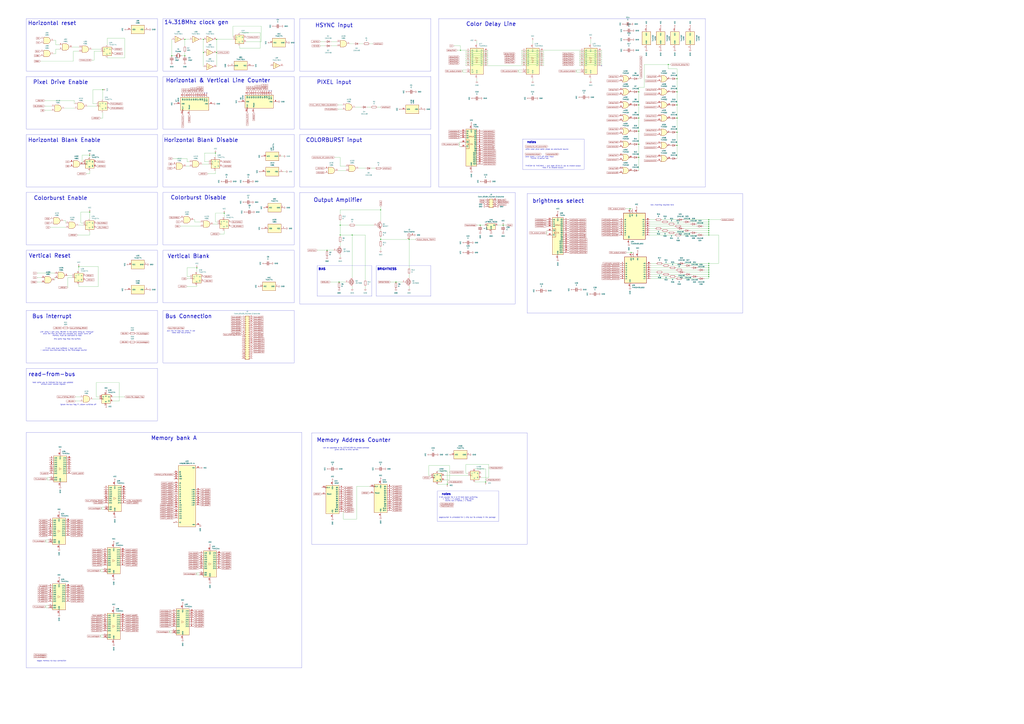
<source format=kicad_sch>
(kicad_sch (version 20250114) (generator "eeschema") (generator_version "9.0")
  (paper "A0")
  (rectangle (start 189.23 21.59) (end 341.63 82.55))
  (rectangle (start 30.48 21.59) (end 182.88 82.55))
  (rectangle (start 189.23 223.52) (end 341.63 284.48))
  (rectangle (start 436.88 308.61) (end 500.38 344.17))
  (rectangle (start 368.3 308.61) (end 431.8 344.17))
  (rectangle (start 30.48 360.68) (end 182.88 421.64))
  (rectangle (start 30.48 427.99) (end 182.88 488.95))
  (rectangle (start 347.98 223.647) (end 598.17 353.187))
  (rectangle (start 30.48 502.412) (end 350.52 775.97))
  (rectangle (start 189.23 360.68) (end 341.63 421.64))
  (rectangle (start 347.98 88.9) (end 500.38 149.86))
  (rectangle (start 612.14 224.79) (end 862.33 363.855))
  (rectangle (start 30.48 290.83) (end 182.88 351.79))
  (rectangle (start 30.48 223.52) (end 182.88 284.48))
  (rectangle (start 189.23 156.21) (end 341.63 217.17))
  (rectangle (start 361.95 502.92) (end 612.14 632.46))
  (rectangle (start 189.23 88.9) (end 341.63 149.86))
  (rectangle (start 507.746 570.484) (end 579.12 605.79))
  (rectangle (start 347.98 156.21) (end 500.38 217.17))
  (rectangle (start 509.27 21.59) (end 819.15 217.17))
  (rectangle (start 189.23 290.83) (end 341.63 351.79))
  (rectangle (start 30.48 156.21) (end 182.88 217.17))
  (rectangle (start 347.98 21.59) (end 500.38 82.55))
  (rectangle (start 30.48 88.9) (end 182.88 149.86))
  (rectangle (start 606.806 161.544) (end 678.18 196.85))
  (text "Bus interrupt" (at 60.198 367.538 0) (effects (font (size 4.572 4.572) (thickness 0.5715))))
  (text "pagecounter is unneeded for 1 chip but its already in the package" (at 542.544 601.218 0) (effects (font (size 1.27 1.27))))
  (text "14.318Mhz clock gen" (at 228.092 25.908 0) (effects (font (size 4.572 4.572) (thickness 0.5715))))
  (text "pull the int flag low when in use\nvideo side has priority" (at 210.312 385.572 0) (effects (font (size 1.27 1.27))))
  (text "non-inverting required here" (at 768.858 238.252 0) (effects (font (size 1.27 1.27))))
  (text "Bus Connection" (at 218.948 367.538 0) (effects (font (size 4.572 4.572) (thickness 0.5715))))
  (text "BRIGHTNESS" (at 449.326 312.674 0) (effects (font (size 2.413 2.413) (thickness 0.5715))))
  (text "with using 1 ram chip, VBLANK is the same thing as \"interrupt\"\nonce the first 16 lines are counted out, vblank turns off\nmemory must be available to read\n\nthis same flag flips the buffers" (at 77.978 389.89 0) (effects (font (size 1.27 1.27))))
  (text "HSYNC input" (at 387.858 29.464 0) (effects (font (size 4.572 4.572) (thickness 0.5715))))
  (text "2 bit counter for A or B mem bank switching\n1 frame = 2 vresets / 2 ntsc fields\ncounts out 2 frames / 4 fields" (at 532.13 579.882 0) (effects (font (size 1.27 1.27))))
  (text "Color Delay Line" (at 570.23 27.94 0) (effects (font (size 4.572 4.572) (thickness 0.5715))))
  (text "Horizontal Blank Enable" (at 74.676 162.814 0) (effects (font (size 4.572 4.572) (thickness 0.5715))))
  (text "white color pixel same phase as colorburst source" (at 635 173.482 0) (effects (font (size 1.27 1.27))))
  (text "Vertical Reset" (at 57.658 297.18 0) (effects (font (size 4.572 4.572) (thickness 0.5715))))
  (text "read-from-bus" (at 60.198 434.848 0) (effects (font (size 4.572 4.572) (thickness 0.5715))))
  (text "notes" (at 617.22 165.1 0) (effects (font (size 2.54 2.54) (thickness 0.5715))))
  (text "74HC154 & 74ACH541 - pull both E0 & E1 low to enable output\nhold H to disable output" (at 642.112 193.802 0) (effects (font (size 1.27 1.27))))
  (text "PIXEL input" (at 387.858 95.504 0) (effects (font (size 4.572 4.572) (thickness 0.5715))))
  (text "brightness select" (at 648.208 233.426 0) (effects (font (size 4.572 4.572) (thickness 0.5715))))
  (text "Horizontal reset" (at 60.452 26.924 0) (effects (font (size 4.572 4.572) (thickness 0.5715))))
  (text "Memory bank A" (at 201.93 509.016 0) (effects (font (size 4.572 4.572) (thickness 0.5715))))
  (text "Pixel Drive Enable" (at 70.358 95.504 0) (effects (font (size 4.572 4.572) (thickness 0.5715))))
  (text "color black = turn off pixel input\n74x154 is active-low" (at 626.364 183.134 0) (effects (font (size 1.27 1.27))))
  (text "Horizontal & Vertical Line Counter" (at 253.238 93.472 0) (effects (font (size 4.572 4.572) (thickness 0.5715))))
  (text "COLORBURST input" (at 387.858 162.814 0) (effects (font (size 4.572 4.572) (thickness 0.5715))))
  (text "if this were dual buffered / dual ram chip\n- connect bus_interrupt_flag to the field/page counter" (at 73.914 405.892 0) (effects (font (size 1.27 1.27))))
  (text "Colorburst Disable" (at 230.378 229.616 0) (effects (font (size 4.572 4.572) (thickness 0.5715))))
  (text "Colorburst Enable" (at 70.358 230.124 0) (effects (font (size 4.572 4.572) (thickness 0.5715))))
  (text "Memory Address Counter" (at 410.718 511.302 0) (effects (font (size 4.572 4.572) (thickness 0.5715))))
  (text "ignore the bus flag if _vblank switches off" (at 90.932 470.154 0) (effects (font (size 1.27 1.27))))
  (text "notes" (at 518.16 574.04 0) (effects (font (size 2.54 2.54) (thickness 0.5715))))
  (text "can be upgraded to 6x CD74HC190 for preset/preload \ngives ability to draw sprites" (at 402.336 521.462 0) (effects (font (size 1.27 1.27))))
  (text "BIAS" (at 373.888 312.674 0) (effects (font (size 2.413 2.413) (thickness 0.5715))))
  (text "Horizontal Blank Disable" (at 233.426 162.814 0) (effects (font (size 4.572 4.572) (thickness 0.5715))))
  (text "Output Amplifier" (at 392.43 232.41 0) (effects (font (size 4.572 4.572) (thickness 0.5715))))
  (text "toggle memory-to-bus connection" (at 59.944 767.842 0) (effects (font (size 1.27 1.27))))
  (text "need some way to indicate the bus was updated \nwithout clock control signals" (at 61.722 445.516 0) (effects (font (size 1.27 1.27))))
  (text "Vertical Blank" (at 218.948 297.688 0) (effects (font (size 4.572 4.572) (thickness 0.5715))))
  (junction (at 104.14 180.34))
  (junction (at 786.13 168.91))
  (junction (at 741.68 106.68))
  (junction (at 459.74 327.66))
  (junction (at 250.19 177.8))
  (junction (at 822.96 255.27))
  (junction (at 408.94 273.05))
  (junction (at 214.63 45.72))
  (junction (at 822.96 260.35))
  (junction (at 822.96 262.89))
  (junction (at 741.68 152.4))
  (junction (at 822.96 316.23))
  (junction (at 104.14 246.38))
  (junction (at 519.43 562.61))
  (junction (at 822.96 321.31))
  (junction (at 822.96 308.61))
  (junction (at 251.46 60.96))
  (junction (at 741.68 182.88))
  (junction (at 394.97 273.05))
  (junction (at 393.7 327.66))
  (junction (at 379.73 290.83))
  (junction (at 822.96 270.51))
  (junction (at 822.96 257.81))
  (junction (at 822.96 311.15))
  (junction (at 822.96 273.05))
  (junction (at 786.13 91.44))
  (junction (at 786.13 153.67))
  (junction (at 741.68 121.92))
  (junction (at 563.88 560.07))
  (junction (at 557.53 261.62))
  (junction (at 775.97 74.93))
  (junction (at 91.44 309.88))
  (junction (at 474.98 278.13))
  (junction (at 214.63 64.77))
  (junction (at 228.6 311.15))
  (junction (at 251.46 45.72))
  (junction (at 786.13 137.16))
  (junction (at 822.96 267.97))
  (junction (at 822.96 313.69))
  (junction (at 786.13 121.92))
  (junction (at 584.2 261.62))
  (junction (at 534.67 58.42))
  (junction (at 236.22 45.72))
  (junction (at 199.39 64.77))
  (junction (at 822.96 318.77))
  (junction (at 441.96 243.84))
  (junction (at 786.13 106.68))
  (junction (at 822.96 306.07))
  (junction (at 119.38 104.14))
  (junction (at 822.96 265.43))
  (junction (at 394.97 261.62))
  (junction (at 260.35 247.65))
  (junction (at 731.52 242.57))
  (junction (at 741.68 167.64))
  (junction (at 236.22 60.96))
  (junction (at 732.79 293.37))
  (junction (at 441.96 278.13))
  (junction (at 741.68 137.16))
  (no_connect (at 314.96 105.41))
  (no_connect (at 240.03 107.95))
  (no_connect (at 312.42 105.41))
  (no_connect (at 698.5 76.2))
  (no_connect (at 237.49 107.95))
  (wire (pts (xy 474.98 318.77) (xy 474.98 322.58)))
  (wire (pts (xy 474.98 335.28) (xy 474.98 332.74)))
  (wire (pts (xy 251.46 45.72) (xy 270.51 45.72)))
  (wire (pts (xy 95.25 187.96) (xy 95.25 180.34)))
  (wire (pts (xy 384.81 48.26) (xy 391.16 48.26)))
  (wire (pts (xy 196.85 732.79) (xy 196.85 735.33)))
  (wire (pts (xy 107.95 120.65) (xy 107.95 104.14)))
  (wire (pts (xy 669.29 83.82) (xy 673.1 83.82)))
  (wire (pts (xy 53.34 627.38) (xy 53.34 629.92)))
  (wire (pts (xy 424.18 335.28) (xy 424.18 332.74)))
  (wire (pts (xy 566.42 73.66) (xy 566.42 74.93)))
  (wire (pts (xy 228.6 332.74) (xy 228.6 331.47)))
  (wire (pts (xy 698.5 58.42) (xy 698.5 59.69)))
  (wire (pts (xy 394.97 243.84) (xy 441.96 243.84)))
  (wire (pts (xy 124.46 44.45) (xy 124.46 52.07)))
  (wire (pts (xy 508 562.61) (xy 519.43 562.61)))
  (wire (pts (xy 822.96 313.69) (xy 822.96 316.23)))
  (wire (pts (xy 726.44 242.57) (xy 731.52 242.57)))
  (wire (pts (xy 698.5 68.58) (xy 698.5 69.85)))
  (wire (pts (xy 497.84 552.45) (xy 500.38 552.45)))
  (wire (pts (xy 698.5 74.93) (xy 673.1 74.93)))
  (wire (pts (xy 331.47 199.39) (xy 328.93 199.39)))
  (wire (pts (xy 755.65 321.31) (xy 777.24 321.31)))
  (wire (pts (xy 55.88 706.12) (xy 53.34 706.12)))
  (wire (pts (xy 685.8 45.72) (xy 685.8 50.8)))
  (wire (pts (xy 104.14 201.93) (xy 104.14 198.12)))
  (wire (pts (xy 768.35 255.27) (xy 786.13 255.27)))
  (wire (pts (xy 109.22 59.69) (xy 116.84 59.69)))
  (wire (pts (xy 459.74 327.66) (xy 467.36 327.66)))
  (wire (pts (xy 519.43 547.37) (xy 508 547.37)))
  (wire (pts (xy 431.8 195.58) (xy 435.61 195.58)))
  (wire (pts (xy 383.54 327.66) (xy 393.7 327.66)))
  (wire (pts (xy 673.1 74.93) (xy 673.1 76.2)))
  (wire (pts (xy 217.17 323.85) (xy 220.98 323.85)))
  (wire (pts (xy 673.1 59.69) (xy 673.1 60.96)))
  (wire (pts (xy 226.06 255.27) (xy 226.06 257.81)))
  (wire (pts (xy 453.39 327.66) (xy 459.74 327.66)))
  (wire (pts (xy 817.88 323.85) (xy 822.96 323.85)))
  (wire (pts (xy 85.09 71.12) (xy 85.09 59.69)))
  (wire (pts (xy 394.97 193.04) (xy 401.32 193.04)))
  (wire (pts (xy 394.97 298.45) (xy 394.97 295.91)))
  (wire (pts (xy 698.5 66.04) (xy 698.5 67.31)))
  (wire (pts (xy 393.7 327.66) (xy 401.32 327.66)))
  (wire (pts (xy 87.63 466.09) (xy 92.71 466.09)))
  (wire (pts (xy 43.18 317.5) (xy 63.5 317.5)))
  (wire (pts (xy 43.18 327.66) (xy 48.26 327.66)))
  (wire (pts (xy 414.02 565.15) (xy 414.02 603.25)))
  (wire (pts (xy 406.4 50.8) (xy 410.21 50.8)))
  (wire (pts (xy 109.22 69.85) (xy 109.22 59.69)))
  (wire (pts (xy 541.02 539.75) (xy 541.02 549.91)))
  (wire (pts (xy 433.07 50.8) (xy 429.26 50.8)))
  (wire (pts (xy 605.79 66.04) (xy 605.79 67.31)))
  (wire (pts (xy 563.88 560.07) (xy 563.88 544.83)))
  (wire (pts (xy 792.48 313.69) (xy 810.26 313.69)))
  (wire (pts (xy 631.19 66.04) (xy 631.19 64.77)))
  (wire (pts (xy 553.72 46.99) (xy 553.72 50.8)))
  (wire (pts (xy 541.02 69.85) (xy 541.02 71.12)))
  (wire (pts (xy 412.75 124.46) (xy 419.1 124.46)))
  (wire (pts (xy 474.98 278.13) (xy 474.98 311.15)))
  (wire (pts (xy 111.76 461.01) (xy 111.76 444.5)))
  (wire (pts (xy 822.96 267.97) (xy 822.96 270.51)))
  (wire (pts (xy 822.96 321.31) (xy 822.96 323.85)))
  (wire (pts (xy 372.11 48.26) (xy 377.19 48.26)))
  (wire (pts (xy 118.11 589.28) (xy 118.11 591.82)))
  (wire (pts (xy 107.95 104.14) (xy 119.38 104.14)))
  (wire (pts (xy 563.88 544.83) (xy 551.18 544.83)))
  (wire (pts (xy 673.1 64.77) (xy 673.1 66.04)))
  (wire (pts (xy 822.96 306.07) (xy 822.96 308.61)))
  (wire (pts (xy 775.97 74.93) (xy 748.03 74.93)))
  (wire (pts (xy 784.86 321.31) (xy 802.64 321.31)))
  (wire (pts (xy 777.24 308.61) (xy 795.02 308.61)))
  (wire (pts (xy 408.94 335.28) (xy 408.94 332.74)))
  (wire (pts (xy 534.67 53.34) (xy 534.67 58.42)))
  (wire (pts (xy 566.42 68.58) (xy 566.42 69.85)))
  (wire (pts (xy 521.97 541.02) (xy 497.84 541.02)))
  (wire (pts (xy 83.82 320.04) (xy 78.74 320.04)))
  (wire (pts (xy 236.22 45.72) (xy 236.22 60.96)))
  (wire (pts (xy 199.39 732.79) (xy 196.85 732.79)))
  (wire (pts (xy 822.96 260.35) (xy 822.96 262.89)))
  (wire (pts (xy 786.13 137.16) (xy 787.4 137.16)))
  (wire (pts (xy 217.17 184.15) (xy 217.17 187.96)))
  (wire (pts (xy 553.72 261.62) (xy 557.53 261.62)))
  (wire (pts (xy 741.68 106.68) (xy 741.68 121.92)))
  (wire (pts (xy 74.93 125.73) (xy 86.36 125.73)))
  (wire (pts (xy 541.02 549.91) (xy 543.56 549.91)))
  (wire (pts (xy 441.96 290.83) (xy 441.96 287.02)))
  (wire (pts (xy 566.42 66.04) (xy 566.42 67.31)))
  (wire (pts (xy 119.38 664.21) (xy 116.84 664.21)))
  (wire (pts (xy 64.77 57.15) (xy 68.58 57.15)))
  (wire (pts (xy 741.68 152.4) (xy 741.68 167.64)))
  (wire (pts (xy 394.97 261.62) (xy 394.97 273.05)))
  (wire (pts (xy 778.51 74.93) (xy 775.97 74.93)))
  (wire (pts (xy 755.65 318.77) (xy 769.62 318.77)))
  (wire (pts (xy 424.18 325.12) (xy 424.18 273.05)))
  (wire (pts (xy 247.65 260.35) (xy 252.73 260.35)))
  (wire (pts (xy 566.42 59.69) (xy 541.02 59.69)))
  (wire (pts (xy 394.97 243.84) (xy 394.97 248.92)))
  (wire (pts (xy 100.33 201.93) (xy 104.14 201.93)))
  (wire (pts (xy 605.79 68.58) (xy 605.79 69.85)))
  (wire (pts (xy 635 267.97) (xy 635 273.05)))
  (wire (pts (xy 775.97 257.81) (xy 793.75 257.81)))
  (wire (pts (xy 414.02 565.15) (xy 429.26 565.15)))
  (wire (pts (xy 631.19 74.93) (xy 605.79 74.93)))
  (wire (pts (xy 519.43 562.61) (xy 519.43 547.37)))
  (wire (pts (xy 106.68 69.85) (xy 109.22 69.85)))
  (wire (pts (xy 802.64 318.77) (xy 822.96 318.77)))
  (wire (pts (xy 91.44 261.62) (xy 96.52 261.62)))
  (wire (pts (xy 754.38 265.43) (xy 760.73 265.43)))
  (wire (pts (xy 822.96 311.15) (xy 822.96 313.69)))
  (wire (pts (xy 104.14 246.38) (xy 104.14 254)))
  (wire (pts (xy 120.65 591.82) (xy 118.11 591.82)))
  (wire (pts (xy 111.76 444.5) (xy 138.43 444.5)))
  (wire (pts (xy 541.02 72.39) (xy 541.02 73.66)))
  (wire (pts (xy 130.81 461.01) (xy 144.78 461.01)))
  (wire (pts (xy 631.19 62.23) (xy 605.79 62.23)))
  (wire (pts (xy 144.78 44.45) (xy 144.78 67.31)))
  (wire (pts (xy 302.26 38.1) (xy 302.26 55.88)))
  (wire (pts (xy 55.88 629.92) (xy 53.34 629.92)))
  (wire (pts (xy 698.5 59.69) (xy 673.1 59.69)))
  (wire (pts (xy 231.14 665.48) (xy 228.6 665.48)))
  (wire (pts (xy 605.79 60.96) (xy 605.79 62.23)))
  (wire (pts (xy 822.96 262.89) (xy 822.96 265.43)))
  (wire (pts (xy 618.49 91.44) (xy 618.49 93.98)))
  (wire (pts (xy 541.02 59.69) (xy 541.02 60.96)))
  (wire (pts (xy 631.19 68.58) (xy 631.19 67.31)))
  (wire (pts (xy 754.38 260.35) (xy 775.97 260.35)))
  (wire (pts (xy 755.65 323.85) (xy 784.86 323.85)))
  (wire (pts (xy 217.17 187.96) (xy 219.71 187.96)))
  (wire (pts (xy 786.13 121.92) (xy 786.13 137.16)))
  (wire (pts (xy 769.62 316.23) (xy 787.4 316.23)))
  (wire (pts (xy 83.82 322.58) (xy 78.74 322.58)))
  (wire (pts (xy 368.3 290.83) (xy 379.73 290.83)))
  (wire (pts (xy 53.34 703.58) (xy 53.34 706.12)))
  (wire (pts (xy 566.42 74.93) (xy 541.02 74.93)))
  (wire (pts (xy 541.02 74.93) (xy 541.02 76.2)))
  (wire (pts (xy 754.38 255.27) (xy 760.73 255.27)))
  (wire (pts (xy 250.19 177.8) (xy 250.19 182.88)))
  (wire (pts (xy 816.61 262.89) (xy 822.96 262.89)))
  (wire (pts (xy 474.98 278.13) (xy 482.6 278.13)))
  (wire (pts (xy 795.02 316.23) (xy 822.96 316.23)))
  (wire (pts (xy 260.35 271.78) (xy 260.35 267.97)))
  (wire (pts (xy 120.65 589.28) (xy 118.11 589.28)))
  (wire (pts (xy 558.8 554.99) (xy 567.69 554.99)))
  (wire (pts (xy 698.5 67.31) (xy 673.1 67.31)))
  (wire (pts (xy 566.42 72.39) (xy 541.02 72.39)))
  (wire (pts (xy 405.13 261.62) (xy 394.97 261.62)))
  (wire (pts (xy 786.13 137.16) (xy 786.13 153.67)))
  (wire (pts (xy 392.43 127) (xy 397.51 127)))
  (wire (pts (xy 605.79 63.5) (xy 605.79 64.77)))
  (wire (pts (xy 534.67 170.18) (xy 533.4 170.18)))
  (wire (pts (xy 55.88 627.38) (xy 53.34 627.38)))
  (wire (pts (xy 270.51 30.48) (xy 303.53 30.48)))
  (wire (pts (xy 793.75 255.27) (xy 822.96 255.27)))
  (wire (pts (xy 566.42 60.96) (xy 566.42 62.23)))
  (wire (pts (xy 242.57 187.96) (xy 237.49 187.96)))
  (wire (pts (xy 698.5 62.23) (xy 673.1 62.23)))
  (wire (pts (xy 741.68 91.44) (xy 744.22 91.44)))
  (wire (pts (xy 741.68 101.6) (xy 741.68 106.68)))
  (wire (pts (xy 808.99 260.35) (xy 822.96 260.35)))
  (wire (pts (xy 210.82 64.77) (xy 214.63 64.77)))
  (wire (pts (xy 214.63 45.72) (xy 214.63 53.34)))
  (wire (pts (xy 673.1 67.31) (xy 673.1 68.58)))
  (wire (pts (xy 801.37 267.97) (xy 822.96 267.97)))
  (wire (pts (xy 793.75 265.43) (xy 822.96 265.43)))
  (wire (pts (xy 786.13 80.01) (xy 786.13 91.44)))
  (wire (pts (xy 673.1 62.23) (xy 673.1 63.5)))
  (wire (pts (xy 727.71 293.37) (xy 732.79 293.37)))
  (wire (pts (xy 631.19 60.96) (xy 631.19 59.69)))
  (wire (pts (xy 250.19 257.81) (xy 250.19 247.65)))
  (wire (pts (xy 116.84 137.16) (xy 119.38 137.16)))
  (wire (pts (xy 234.95 45.72) (xy 236.22 45.72)))
  (wire (pts (xy 775.97 80.01) (xy 786.13 80.01)))
  (wire (pts (xy 784.86 311.15) (xy 802.64 311.15)))
  (wire (pts (xy 252.73 257.81) (xy 250.19 257.81)))
  (wire (pts (xy 214.63 60.96) (xy 214.63 64.77)))
  (wire (pts (xy 802.64 308.61) (xy 822.96 308.61)))
  (wire (pts (xy 87.63 461.01) (xy 92.71 461.01)))
  (wire (pts (xy 119.38 740.41) (xy 116.84 740.41)))
  (wire (pts (xy 46.99 71.12) (xy 85.09 71.12)))
  (wire (pts (xy 822.96 270.51) (xy 822.96 273.05)))
  (wire (pts (xy 255.27 271.78) (xy 260.35 271.78)))
  (wire (pts (xy 394.97 273.05) (xy 394.97 274.32)))
  (wire (pts (xy 631.19 63.5) (xy 631.19 62.23)))
  (wire (pts (xy 601.98 83.82) (xy 605.79 83.82)))
  (wire (pts (xy 605.79 73.66) (xy 605.79 74.93)))
  (wire (pts (xy 566.42 76.2) (xy 605.79 76.2)))
  (wire (pts (xy 199.39 735.33) (xy 196.85 735.33)))
  (wire (pts (xy 392.43 121.92) (xy 397.51 121.92)))
  (wire (pts (xy 533.4 165.1) (xy 533.4 170.18)))
  (wire (pts (xy 237.49 187.96) (xy 237.49 177.8)))
  (wire (pts (xy 605.79 81.28) (xy 601.98 81.28)))
  (wire (pts (xy 303.53 30.48) (xy 303.53 48.26)))
  (wire (pts (xy 584.2 261.62) (xy 577.85 261.62)))
  (wire (pts (xy 441.96 275.59) (xy 441.96 278.13)))
  (wire (pts (xy 698.5 73.66) (xy 698.5 74.93)))
  (wire (pts (xy 64.77 62.23) (xy 64.77 57.15)))
  (wire (pts (xy 822.96 255.27) (xy 822.96 257.81)))
  (wire (pts (xy 220.98 321.31) (xy 217.17 321.31)))
  (wire (pts (xy 106.68 57.15) (xy 116.84 57.15)))
  (wire (pts (xy 241.3 201.93) (xy 250.19 201.93)))
  (wire (pts (xy 441.96 124.46) (xy 438.15 124.46)))
  (wire (pts (xy 107.95 463.55) (xy 115.57 463.55)))
  (wire (pts (xy 302.26 55.88) (xy 278.13 55.88)))
  (wire (pts (xy 96.52 259.08) (xy 93.98 259.08)))
  (wire (pts (xy 214.63 45.72) (xy 219.71 45.72)))
  (wire (pts (xy 234.95 190.5) (xy 242.57 190.5)))
  (wire (pts (xy 115.57 461.01) (xy 111.76 461.01)))
  (wire (pts (xy 441.96 278.13) (xy 441.96 279.4)))
  (wire (pts (xy 631.19 69.85) (xy 605.79 69.85)))
  (wire (pts (xy 57.15 557.53) (xy 54.61 557.53)))
  (wire (pts (xy 93.98 259.08) (xy 93.98 246.38)))
  (wire (pts (xy 250.19 247.65) (xy 260.35 247.65)))
  (wire (pts (xy 119.38 137.16) (xy 119.38 130.81)))
  (wire (pts (xy 392.43 198.12) (xy 401.32 198.12)))
  (wire (pts (xy 748.03 74.93) (xy 748.03 101.6)))
  (wire (pts (xy 631.19 59.69) (xy 605.79 59.69)))
  (wire (pts (xy 91.44 330.2) (xy 91.44 332.74)))
  (wire (pts (xy 384.81 53.34) (xy 391.16 53.34)))
  (wire (pts (xy 217.17 332.74) (xy 228.6 332.74)))
  (wire (pts (xy 64.77 52.07) (xy 64.77 46.99)))
  (wire (pts (xy 698.5 60.96) (xy 698.5 62.23)))
  (wire (pts (xy 822.96 306.07) (xy 834.39 306.07)))
  (wire (pts (xy 90.17 273.05) (xy 104.14 273.05)))
  (wire (pts (xy 567.69 539.75) (xy 541.02 539.75)))
  (wire (pts (xy 631.19 67.31) (xy 605.79 67.31)))
  (wire (pts (xy 533.4 165.1) (xy 534.67 165.1)))
  (wire (pts (xy 530.86 58.42) (xy 534.67 58.42)))
  (wire (pts (xy 114.3 309.88) (xy 91.44 309.88)))
  (wire (pts (xy 698.5 63.5) (xy 698.5 64.77)))
  (wire (pts (xy 85.09 59.69) (xy 91.44 59.69)))
  (wire (pts (xy 434.34 261.62) (xy 412.75 261.62)))
  (wire (pts (xy 786.13 106.68) (xy 786.13 121.92)))
  (wire (pts (xy 822.96 265.43) (xy 822.96 267.97)))
  (wire (pts (xy 441.96 243.84) (xy 441.96 256.54)))
  (wire (pts (xy 414.02 603.25) (xy 398.78 603.25)))
  (wire (pts (xy 104.14 180.34) (xy 104.14 182.88)))
  (wire (pts (xy 537.21 83.82) (xy 537.21 81.28)))
  (wire (pts (xy 631.19 73.66) (xy 631.19 72.39)))
  (wire (pts (xy 777.24 318.77) (xy 795.02 318.77)))
  (wire (pts (xy 741.68 167.64) (xy 741.68 182.88)))
  (wire (pts (xy 441.96 240.03) (xy 441.96 243.84)))
  (wire (pts (xy 119.38 661.67) (xy 116.84 661.67)))
  (wire (pts (xy 618.49 46.99) (xy 618.49 50.8)))
  (wire (pts (xy 54.61 554.99) (xy 54.61 557.53)))
  (wire (pts (xy 673.1 72.39) (xy 673.1 73.66)))
  (wire (pts (xy 755.65 313.69) (xy 784.86 313.69)))
  (wire (pts (xy 754.38 257.81) (xy 768.35 257.81)))
  (wire (pts (xy 394.97 182.88) (xy 394.97 193.04)))
  (wire (pts (xy 795.02 306.07) (xy 822.96 306.07)))
  (wire (pts (xy 104.14 273.05) (xy 104.14 269.24)))
  (wire (pts (xy 408.94 273.05) (xy 394.97 273.05)))
  (wire (pts (xy 408.94 273.05) (xy 424.18 273.05)))
  (wire (pts (xy 732.79 293.37) (xy 735.33 293.37)))
  (wire (pts (xy 303.53 48.26) (xy 285.75 48.26)))
  (wire (pts (xy 417.83 50.8) (xy 421.64 50.8)))
  (wire (pts (xy 408.94 322.58) (xy 408.94 273.05)))
  (wire (pts (xy 63.5 322.58) (xy 63.5 325.12)))
  (wire (pts (xy 673.1 81.28) (xy 669.29 81.28)))
  (wire (pts (xy 200.66 184.15) (xy 217.17 184.15)))
  (wire (pts (xy 566.42 62.23) (xy 541.02 62.23)))
  (wire (pts (xy 754.38 270.51) (xy 775.97 270.51)))
  (wire (pts (xy 250.19 201.93) (xy 250.19 198.12)))
  (wire (pts (xy 601.98 81.28) (xy 601.98 83.82)))
  (wire (pts (xy 631.19 64.77) (xy 605.79 64.77)))
  (wire (pts (xy 786.13 168.91) (xy 786.13 184.15)))
  (wire (pts (xy 278.13 55.88) (xy 278.13 53.34)))
  (wire (pts (xy 566.42 58.42) (xy 566.42 59.69)))
  (wire (pts (xy 801.37 257.81) (xy 822.96 257.81)))
  (wire (pts (xy 116.84 737.87) (xy 116.84 740.41)))
  (wire (pts (xy 398.78 594.36) (xy 398.78 603.25)))
  (wire (pts (xy 748.03 101.6) (xy 741.68 101.6)))
  (wire (pts (xy 527.05 53.34) (xy 534.67 53.34)))
  (wire (pts (xy 76.2 259.08) (xy 76.2 256.54)))
  (wire (pts (xy 754.38 267.97) (xy 768.35 267.97)))
  (wire (pts (xy 541.02 62.23) (xy 541.02 63.5)))
  (wire (pts (xy 775.97 267.97) (xy 793.75 267.97)))
  (wire (pts (xy 822.96 257.81) (xy 822.96 260.35)))
  (wire (pts (xy 566.42 71.12) (xy 566.42 72.39)))
  (wire (pts (xy 394.97 256.54) (xy 394.97 261.62)))
  (wire (pts (xy 810.26 321.31) (xy 822.96 321.31)))
  (wire (pts (xy 379.73 290.83) (xy 387.35 290.83)))
  (wire (pts (xy 91.44 309.88) (xy 91.44 314.96)))
  (wire (pts (xy 541.02 67.31) (xy 541.02 68.58)))
  (wire (pts (xy 791.21 273.05) (xy 808.99 273.05)))
  (wire (pts (xy 822.96 308.61) (xy 822.96 311.15)))
  (wire (pts (xy 631.19 72.39) (xy 605.79 72.39)))
  (wire (pts (xy 372.11 53.34) (xy 377.19 53.34)))
  (wire (pts (xy 62.23 62.23) (xy 64.77 62.23)))
  (wire (pts (xy 251.46 45.72) (xy 251.46 60.96)))
  (wire (pts (xy 58.42 264.16) (xy 76.2 264.16)))
  (wire (pts (xy 138.43 444.5) (xy 138.43 466.09)))
  (wire (pts (xy 441.96 267.97) (xy 441.96 266.7)))
  (wire (pts (xy 808.99 270.51) (xy 822.96 270.51)))
  (wire (pts (xy 217.17 311.15) (xy 228.6 311.15)))
  (wire (pts (xy 237.49 177.8) (xy 250.19 177.8)))
  (wire (pts (xy 566.42 67.31) (xy 541.02 67.31)))
  (wire (pts (xy 199.39 64.77) (xy 199.39 45.72)))
  (wire (pts (xy 251.46 60.96) (xy 251.46 77.47)))
  (wire (pts (xy 114.3 332.74) (xy 114.3 309.88)))
  (wire (pts (xy 834.39 273.05) (xy 822.96 273.05)))
  (wire (pts (xy 203.2 64.77) (xy 199.39 64.77)))
  (wire (pts (xy 209.55 262.89) (xy 232.41 262.89)))
  (wire (pts (xy 731.52 242.57) (xy 734.06 242.57)))
  (wire (pts (xy 541.02 83.82) (xy 537.21 83.82)))
  (wire (pts (xy 144.78 44.45) (xy 124.46 44.45)))
  (wire (pts (xy 631.19 71.12) (xy 631.19 69.85)))
  (wire (pts (xy 698.5 69.85) (xy 673.1 69.85)))
  (wire (pts (xy 43.18 322.58) (xy 48.26 322.58)))
  (wire (pts (xy 217.17 321.31) (xy 217.17 311.15)))
  (wire (pts (xy 588.01 261.62) (xy 584.2 261.62)))
  (wire (pts (xy 91.44 332.74) (xy 114.3 332.74)))
  (wire (pts (xy 786.13 91.44) (xy 786.13 106.68)))
  (wire (pts (xy 95.25 180.34) (xy 104.14 180.34)))
  (wire (pts (xy 101.6 123.19) (xy 111.76 123.19)))
  (wire (pts (xy 474.98 278.13) (xy 441.96 278.13)))
  (wire (pts (xy 78.74 322.58) (xy 78.74 334.01)))
  (wire (pts (xy 755.65 316.23) (xy 762 316.23)))
  (wire (pts (xy 786.13 153.67) (xy 786.13 168.91)))
  (wire (pts (xy 215.9 193.04) (xy 219.71 193.04)))
  (wire (pts (xy 76.2 256.54) (xy 73.66 256.54)))
  (wire (pts (xy 783.59 260.35) (xy 801.37 260.35)))
  (wire (pts (xy 769.62 306.07) (xy 787.4 306.07)))
  (wire (pts (xy 741.68 121.92) (xy 741.68 137.16)))
  (wire (pts (xy 64.77 46.99) (xy 62.23 46.99)))
  (wire (pts (xy 631.19 76.2) (xy 631.19 74.93)))
  (wire (pts (xy 754.38 262.89) (xy 783.59 262.89)))
  (wire (pts (xy 755.65 306.07) (xy 762 306.07)))
  (wire (pts (xy 52.07 123.19) (xy 59.69 123.19)))
  (wire (pts (xy 698.5 64.77) (xy 673.1 64.77)))
  (wire (pts (xy 124.46 67.31) (xy 144.78 67.31)))
  (wire (pts (xy 278.13 38.1) (xy 302.26 38.1)))
  (wire (pts (xy 698.5 72.39) (xy 673.1 72.39)))
  (wire (pts (xy 783.59 270.51) (xy 801.37 270.51)))
  (wire (pts (xy 426.72 124.46) (xy 430.53 124.46)))
  (wire (pts (xy 768.35 265.43) (xy 786.13 265.43)))
  (wire (pts (xy 68.58 52.07) (xy 64.77 52.07)))
  (wire (pts (xy 605.79 71.12) (xy 605.79 72.39)))
  (wire (pts (xy 741.68 137.16) (xy 741.68 152.4)))
  (wire (pts (xy 551.18 560.07) (xy 563.88 560.07)))
  (wire (pts (xy 93.98 246.38) (xy 104.14 246.38)))
  (wire (pts (xy 231.14 668.02) (xy 228.6 668.02)))
  (wire (pts (xy 537.21 81.28) (xy 541.02 81.28)))
  (wire (pts (xy 566.42 69.85) (xy 541.02 69.85)))
  (wire (pts (xy 388.62 182.88) (xy 394.97 182.88)))
  (wire (pts (xy 566.42 63.5) (xy 566.42 64.77)))
  (wire (pts (xy 553.72 91.44) (xy 553.72 93.98)))
  (wire (pts (xy 116.84 661.67) (xy 116.84 664.21)))
  (wire (pts (xy 822.96 318.77) (xy 822.96 321.31)))
  (wire (pts (xy 515.62 552.45) (xy 543.56 552.45)))
  (wire (pts (xy 834.39 306.07) (xy 834.39 273.05)))
  (wire (pts (xy 260.35 247.65) (xy 260.35 252.73)))
  (wire (pts (xy 567.69 554.99) (xy 567.69 539.75)))
  (wire (pts (xy 816.61 273.05) (xy 822.96 273.05)))
  (wire (pts (xy 57.15 554.99) (xy 54.61 554.99)))
  (wire (pts (xy 236.22 60.96) (xy 236.22 77.47)))
  (wire (pts (xy 111.76 120.65) (xy 107.95 120.65)))
  (wire (pts (xy 52.07 116.84) (xy 86.36 116.84)))
  (wire (pts (xy 822.96 255.27) (xy 836.93 255.27)))
  (wire (pts (xy 497.84 541.02) (xy 497.84 552.45)))
  (wire (pts (xy 534.67 58.42) (xy 541.02 58.42)))
  (wire (pts (xy 755.65 311.15) (xy 777.24 311.15)))
  (wire (pts (xy 673.1 69.85) (xy 673.1 71.12)))
  (wire (pts (xy 228.6 665.48) (xy 228.6 668.02)))
  (wire (pts (xy 817.88 313.69) (xy 822.96 313.69)))
  (wire (pts (xy 791.21 262.89) (xy 808.99 262.89)))
  (wire (pts (xy 566.42 64.77) (xy 541.02 64.77)))
  (wire (pts (xy 521.97 557.53) (xy 521.97 541.02)))
  (wire (pts (xy 328.93 181.61) (xy 326.39 181.61)))
  (wire (pts (xy 138.43 466.09) (xy 130.81 466.09)))
  (wire (pts (xy 605.79 58.42) (xy 605.79 59.69)))
  (wire (pts (xy 631.19 58.42) (xy 673.1 58.42)))
  (wire (pts (xy 416.56 195.58) (xy 424.18 195.58)))
  (wire (pts (xy 52.07 128.27) (xy 59.69 128.27)))
  (wire (pts (xy 775.97 74.93) (xy 775.97 80.01)))
  (wire (pts (xy 226.06 255.27) (xy 224.79 255.27)))
  (wire (pts (xy 270.51 43.18) (xy 270.51 30.48)))
  (wire (pts (xy 741.68 182.88) (xy 741.68 198.12)))
  (wire (pts (xy 541.02 64.77) (xy 541.02 66.04)))
  (wire (pts (xy 754.38 273.05) (xy 783.59 273.05)))
  (wire (pts (xy 810.26 311.15) (xy 822.96 311.15)))
  (wire (pts (xy 792.48 323.85) (xy 810.26 323.85)))
  (wire (pts (xy 755.65 308.61) (xy 769.62 308.61)))
  (wire (pts (xy 669.29 81.28) (xy 669.29 83.82)))
  (wire (pts (xy 86.36 116.84) (xy 86.36 120.65)))
  (wire (pts (xy 83.82 54.61) (xy 91.44 54.61)))
  (wire (pts (xy 557.53 261.62) (xy 562.61 261.62)))
  (wire (pts (xy 119.38 104.14) (xy 119.38 115.57)))
  (wire (pts (xy 685.8 91.44) (xy 685.8 93.98)))
  (wire (pts (xy 822.96 316.23) (xy 822.96 318.77)))
  (wire (pts (xy 515.62 557.53) (xy 521.97 557.53)))
  (wire (pts (xy 96.52 187.96) (xy 95.25 187.96)))
  (wire (pts (xy 394.97 281.94) (xy 394.97 285.75)))
  (wire (pts (xy 232.41 257.81) (xy 226.06 257.81)))
  (wire (pts (xy 228.6 311.15) (xy 228.6 316.23)))
  (wire (pts (xy 119.38 737.87) (xy 116.84 737.87)))
  (wire (pts (xy 55.88 703.58) (xy 53.34 703.58)))
  (wire (pts (xy 698.5 71.12) (xy 698.5 72.39)))
  (global_label "sram1_addr12" (shape input) (at 144.78 722.63 0) (property "Intersheetrefs" "${INTERSHEET_REFS}" (effects (hide yes))))
  (global_label "luminosity_select8" (shape input) (at 718.82 273.05 180) (property "Intersheetrefs" "${INTERSHEET_REFS}" (effects (hide yes))))
  (global_label "bus_data4" (shape input) (at 280.67 378.46 180) (property "Intersheetrefs" "${INTERSHEET_REFS}" (effects (hide yes))))
  (global_label "sram1_addr1" (shape input) (at 201.93 563.88 180) (property "Intersheetrefs" "${INTERSHEET_REFS}" (effects (hide yes))))
  (global_label "m_addr13" (shape input) (at 454.66 567.69 0) (property "Intersheetrefs" "${INTERSHEET_REFS}" (effects (hide yes))))
  (global_label "colordata_1" (shape input) (at 199.39 712.47 180) (property "Intersheetrefs" "${INTERSHEET_REFS}" (effects (hide yes))))
  (global_label "m_addr10" (shape input) (at 55.88 683.26 180) (property "Intersheetrefs" "${INTERSHEET_REFS}" (effects (hide yes))))
  (global_label "VRESET" (shape input) (at 500.38 554.99 180) (property "Intersheetrefs" "${INTERSHEET_REFS}" (effects (hide yes))))
  (global_label "luminosity_select4" (shape input) (at 660.4 262.89 0) (property "Intersheetrefs" "${INTERSHEET_REFS}" (effects (hide yes))))
  (global_label "14mhz_CLK0" (shape input) (at 106.68 69.85 180) (property "Intersheetrefs" "${INTERSHEET_REFS}" (effects (hide yes))))
  (global_label "int_bustoggle" (shape input) (at 157.48 387.35 0) (property "Intersheetrefs" "${INTERSHEET_REFS}" (effects (hide yes))))
  (global_label "sram1_addr16" (shape input) (at 81.28 698.5 0) (property "Intersheetrefs" "${INTERSHEET_REFS}" (effects (hide yes))))
  (global_label "m1_data7" (shape input) (at 256.54 660.4 0) (property "Intersheetrefs" "${INTERSHEET_REFS}" (effects (hide yes))))
  (global_label "bus_addr2" (shape input) (at 293.37 373.38 0) (property "Intersheetrefs" "${INTERSHEET_REFS}" (effects (hide yes))))
  (global_label "_HSYNCA" (shape input) (at 111.76 193.04 0) (property "Intersheetrefs" "${INTERSHEET_REFS}" (effects (hide yes))))
  (global_label "m1_data6" (shape input) (at 232.41 584.2 0) (property "Intersheetrefs" "${INTERSHEET_REFS}" (effects (hide yes))))
  (global_label "5vdc" (shape input) (at 441.96 240.03 90) (property "Intersheetrefs" "${INTERSHEET_REFS}" (effects (hide yes))))
  (global_label "colorburst_delayline" (shape input) (at 778.51 74.93 0) (property "Intersheetrefs" "${INTERSHEET_REFS}" (effects (hide yes))))
  (global_label "H16" (shape input) (at 58.42 254 180) (property "Intersheetrefs" "${INTERSHEET_REFS}" (effects (hide yes))))
  (global_label "ext_bustoggle" (shape input) (at 116.84 739.14 180) (property "Intersheetrefs" "${INTERSHEET_REFS}" (effects (hide yes))))
  (global_label "colordata_2" (shape input) (at 199.39 715.01 180) (property "Intersheetrefs" "${INTERSHEET_REFS}" (effects (hide yes))))
  (global_label "luminosity_select4" (shape input) (at 718.82 262.89 180) (property "Intersheetrefs" "${INTERSHEET_REFS}" (effects (hide yes))))
  (global_label "m_addr22" (shape input) (at 454.66 590.55 0) (property "Intersheetrefs" "${INTERSHEET_REFS}" (effects (hide yes))))
  (global_label "sram1_addr0" (shape input) (at 146.05 584.2 0) (property "Intersheetrefs" "${INTERSHEET_REFS}" (effects (hide yes))))
  (global_label "m_addr5" (shape input) (at 55.88 614.68 180) (property "Intersheetrefs" "${INTERSHEET_REFS}" (effects (hide yes))))
  (global_label "m1_data1" (shape input) (at 256.54 645.16 0) (property "Intersheetrefs" "${INTERSHEET_REFS}" (effects (hide yes))))
  (global_label "colordata_4" (shape input) (at 199.39 720.09 180) (property "Intersheetrefs" "${INTERSHEET_REFS}" (effects (hide yes))))
  (global_label "HSYNCB" (shape input) (at 377.19 200.66 180) (property "Intersheetrefs" "${INTERSHEET_REFS}" (effects (hide yes))))
  (global_label "colorselect14" (shape input) (at 560.07 185.42 0) (property "Intersheetrefs" "${INTERSHEET_REFS}" (effects (hide yes))))
  (global_label "colorselect5" (shape input) (at 718.82 154.94 180) (property "Intersheetrefs" "${INTERSHEET_REFS}" (effects (hide yes))))
  (global_label "m_addr15" (shape input) (at 454.66 572.77 0) (property "Intersheetrefs" "${INTERSHEET_REFS}" (effects (hide yes))))
  (global_label "sram1_addr13" (shape input) (at 144.78 725.17 0) (property "Intersheetrefs" "${INTERSHEET_REFS}" (effects (hide yes))))
  (global_label "sram1_addr14" (shape input) (at 201.93 596.9 180) (property "Intersheetrefs" "${INTERSHEET_REFS}" (effects (hide yes))))
  (global_label "colorselect9" (shape input) (at 560.07 172.72 0) (property "Intersheetrefs" "${INTERSHEET_REFS}" (effects (hide yes))))
  (global_label "32V" (shape input) (at 224.79 107.95 90) (property "Intersheetrefs" "${INTERSHEET_REFS}" (effects (hide yes))))
  (global_label "m_addr16" (shape input) (at 55.88 698.5 180) (property "Intersheetrefs" "${INTERSHEET_REFS}" (effects (hide yes))))
  (global_label "colordata_0" (shape input) (at 199.39 709.93 180) (property "Intersheetrefs" "${INTERSHEET_REFS}" (effects (hide yes))))
  (global_label "bus_addr5" (shape input) (at 119.38 648.97 180) (property "Intersheetrefs" "${INTERSHEET_REFS}" (effects (hide yes))))
  (global_label "bus_addr2" (shape input) (at 119.38 641.35 180) (property "Intersheetrefs" "${INTERSHEET_REFS}" (effects (hide yes))))
  (global_label "HSYNCB" (shape input) (at 372.11 53.34 180) (property "Intersheetrefs" "${INTERSHEET_REFS}" (effects (hide yes))))
  (global_label "colordata_3" (shape input) (at 534.67 160.02 180) (property "Intersheetrefs" "${INTERSHEET_REFS}" (effects (hide yes))))
  (global_label "ext_bustoggle" (shape input) (at 118.11 590.55 180) (property "Intersheetrefs" "${INTERSHEET_REFS}" (effects (hide yes))))
  (global_label "PAGECOUNTER" (shape input) (at 567.69 543.56 0) (property "Intersheetrefs" "${INTERSHEET_REFS}" (effects (hide yes))))
  (global_label "bus_addr7" (shape input) (at 119.38 654.05 180) (property "Intersheetrefs" "${INTERSHEET_REFS}" (effects (hide yes))))
  (global_label "delayline14" (shape input) (at 763.27 166.37 180) (property "Intersheetrefs" "${INTERSHEET_REFS}" (effects (hide yes))))
  (global_label "sram1_addr10" (shape input) (at 201.93 586.74 180) (property "Intersheetrefs" "${INTERSHEET_REFS}" (effects (hide yes))))
  (global_label "256V" (shape input) (at 43.18 327.66 180) (property "Intersheetrefs" "${INTERSHEET_REFS}" (effects (hide yes))))
  (global_label "CDL_output_enable" (shape input) (at 727.71 293.37 180) (property "Intersheetrefs" "${INTERSHEET_REFS}" (effects (hide yes))))
  (global_label "delayline13" (shape input) (at 666.75 67.31 180) (property "Intersheetrefs" "${INTERSHEET_REFS}" (effects (hide yes))))
  (global_label "m_addr6" (shape input) (at 55.88 617.22 180) (property "Intersheetrefs" "${INTERSHEET_REFS}" (effects (hide yes))))
  (global_label "bus_data7" (shape input) (at 280.67 386.08 180) (property "Intersheetrefs" "${INTERSHEET_REFS}" (effects (hide yes))))
  (global_label "5vdc" (shape input) (at 563.88 234.95 180) (property "Intersheetrefs" "${INTERSHEET_REFS}" (effects (hide yes))))
  (global_label "_HRESET" (shape input) (at 255.27 271.78 180) (property "Intersheetrefs" "${INTERSHEET_REFS}" (effects (hide yes))))
  (global_label "bus_data1" (shape input) (at 231.14 645.16 180) (property "Intersheetrefs" "${INTERSHEET_REFS}" (effects (hide yes))))
  (global_label "CDL_output_enable" (shape input) (at 635 270.51 180) (property "Intersheetrefs" "${INTERSHEET_REFS}" (effects (hide yes))))
  (global_label "sram1_addr14" (shape input) (at 144.78 727.71 0) (property "Intersheetrefs" "${INTERSHEET_REFS}" (effects (hide yes))))
  (global_label "bus_addr4" (shape input) (at 119.38 646.43 180) (property "Intersheetrefs" "${INTERSHEET_REFS}" (effects (hide yes))))
  (global_label "delayline2" (shape input) (at 533.4 66.04 180) (property "Intersheetrefs" "${INTERSHEET_REFS}" (effects (hide yes))))
  (global_label "PIXEL_INPUT_FROM_COLORARRAY" (shape input) (at 392.43 121.92 180) (property "Intersheetrefs" "${INTERSHEET_REFS}" (effects (hide yes))))
  (global_label "bus_addr12" (shape input) (at 293.37 398.78 0) (property "Intersheetrefs" "${INTERSHEET_REFS}" (effects (hide yes))))
  (global_label "ampinput" (shape input) (at 433.07 50.8 0) (property "Intersheetrefs" "${INTERSHEET_REFS}" (effects (hide yes))))
  (global_label "CDL_output_enable" (shape input) (at 537.21 82.55 180) (property "Intersheetrefs" "${INTERSHEET_REFS}" (effects (hide yes))))
  (global_label "sram1_addr7" (shape input) (at 144.78 654.05 0) (property "Intersheetrefs" "${INTERSHEET_REFS}" (effects (hide yes))))
  (global_label "colorselect9" (shape input) (at 763.27 93.98 180) (property "Intersheetrefs" "${INTERSHEET_REFS}" (effects (hide yes))))
  (global_label "bus_addr4" (shape input) (at 293.37 378.46 0) (property "Intersheetrefs" "${INTERSHEET_REFS}" (effects (hide yes))))
  (global_label "_CB_DISABLE" (shape input) (at 267.97 262.89 0) (property "Intersheetrefs" "${INTERSHEET_REFS}" (effects (hide yes))))
  (global_label "sram1_addr8" (shape input) (at 201.93 581.66 180) (property "Intersheetrefs" "${INTERSHEET_REFS}" (effects (hide yes))))
  (global_label "sram1_addr7" (shape input) (at 201.93 579.12 180) (property "Intersheetrefs" "${INTERSHEET_REFS}" (effects (hide yes))))
  (global_label "m_addr6" (shape input) (at 398.78 581.66 0) (property "Intersheetrefs" "${INTERSHEET_REFS}" (effects (hide yes))))
  (global_label "colorselect11" (shape input) (at 763.27 124.46 180) (property "Intersheetrefs" "${INTERSHEET_REFS}" (effects (hide yes))))
  (global_label "sram1_addr4" (shape input) (at 81.28 612.14 0) (property "Intersheetrefs" "${INTERSHEET_REFS}" (effects (hide yes))))
  (global_label "bus_data2" (shape input) (at 231.14 647.7 180) (property "Intersheetrefs" "${INTERSHEET_REFS}" (effects (hide yes))))
  (global_label "delayline1" (shape input) (at 718.82 88.9 180) (property "Intersheetrefs" "${INTERSHEET_REFS}" (effects (hide yes))))
  (global_label "bus_addr1" (shape input) (at 119.38 638.81 180) (property "Intersheetrefs" "${INTERSHEET_REFS}" (effects (hide yes))))
  (global_label "colorselect7" (shape input) (at 560.07 167.64 0) (property "Intersheetrefs" "${INTERSHEET_REFS}" (effects (hide yes))))
  (global_label "sram1_addr5" (shape input) (at 81.28 614.68 0) (property "Intersheetrefs" "${INTERSHEET_REFS}" (effects (hide yes))))
  (global_label "m1_data0" (shape input) (at 224.79 709.93 0) (property "Intersheetrefs" "${INTERSHEET_REFS}" (effects (hide yes))))
  (global_label "256H" (shape input) (at 307.34 105.41 90) (property "Intersheetrefs" "${INTERSHEET_REFS}" (effects (hide yes))))
  (global_label "VRESET" (shape input) (at 429.26 572.77 180) (property "Intersheetrefs" "${INTERSHEET_REFS}" (effects (hide yes))))
  (global_label "CDL_output_enable" (shape input) (at 669.29 82.55 180) (property "Intersheetrefs" "${INTERSHEET_REFS}" (effects (hide yes))))
  (global_label "colorselect13" (shape input) (at 560.07 182.88 0) (property "Intersheetrefs" "${INTERSHEET_REFS}" (effects (hide yes))))
  (global_label "colorselect2" (shape input) (at 560.07 154.94 0) (property "Intersheetrefs" "${INTERSHEET_REFS}" (effects (hide yes))))
  (global_label "bus_addr3" (shape input) (at 293.37 375.92 0) (property "Intersheetrefs" "${INTERSHEET_REFS}" (effects (hide yes))))
  (global_label "_FIELDCOUNTER" (shape input) (at 519.43 560.07 0) (property "Intersheetrefs" "${INTERSHEET_REFS}" (effects (hide yes))))
  (global_label "sram1_addr1" (shape input) (at 144.78 638.81 0) (property "Intersheetrefs" "${INTERSHEET_REFS}" (effects (hide yes))))
  (global_label "sram1_addr0" (shape input) (at 82.55 549.91 0) (property "Intersheetrefs" "${INTERSHEET_REFS}" (effects (hide yes))))
  (global_label "m1_data5" (shape input) (at 256.54 655.32 0) (property "Intersheetrefs" "${INTERSHEET_REFS}" (effects (hide yes))))
  (global_label "luminosity_select2" (shape input) (at 718.82 257.81 180) (property "Intersheetrefs" "${INTERSHEET_REFS}" (effects (hide yes))))
  (global_label "ext_bustoggle" (shape input) (at 54.61 763.27 180) (property "Intersheetrefs" "${INTERSHEET_REFS}" (effects (hide yes))))
  (global_label "128V" (shape input) (at 229.87 107.95 90) (property "Intersheetrefs" "${INTERSHEET_REFS}" (effects (hide yes))))
  (global_label "colorselect14" (shape input) (at 763.27 171.45 180) (property "Intersheetrefs" "${INTERSHEET_REFS}" (effects (hide yes))))
  (global_label "CDL_output_enable" (shape input) (at 726.44 242.57 180) (property "Intersheetrefs" "${INTERSHEET_REFS}" (effects (hide yes))))
  (global_label "luminosity_select13" (shape input) (at 720.09 316.23 180) (property "Intersheetrefs" "${INTERSHEET_REFS}" (effects (hide yes))))
  (global_label "2H" (shape input) (at 46.99 44.45 180) (property "Intersheetrefs" "${INTERSHEET_REFS}" (effects (hide yes))))
  (global_label "luminosity_select8" (shape input) (at 660.4 273.05 0) (property "Intersheetrefs" "${INTERSHEET_REFS}" (effects (hide yes))))
  (global_label "_PIXELDRAWEN" (shape input) (at 127 125.73 0) (property "Intersheetrefs" "${INTERSHEET_REFS}" (effects (hide yes))))
  (global_label "H4" (shape input) (at 209.55 257.81 180) (property "Intersheetrefs" "${INTERSHEET_REFS}" (effects (hide yes))))
  (global_label "bus_addr15" (shape input) (at 293.37 406.4 0) (property "Intersheetrefs" "${INTERSHEET_REFS}" (effects (hide yes))))
  (global_label "m1_data7" (shape input) (at 232.41 586.74 0) (property "Intersheetrefs" "${INTERSHEET_REFS}" (effects (hide yes))))
  (global_label "m_addr23" (shape input) (at 454.66 593.09 0) (property "Intersheetrefs" "${INTERSHEET_REFS}" (effects (hide yes))))
  (global_label "colorselect6" (shape input) (at 718.82 170.18 180) (property "Intersheetrefs" "${INTERSHEET_REFS}" (effects (hide yes))))
  (global_label "m_addr11" (shape input) (at 398.78 594.36 0) (property "Intersheetrefs" "${INTERSHEET_REFS}" (effects (hide yes))))
  (global_label "CB_ENABLE" (shape input) (at 209.55 252.73 180) (property "Intersheetrefs" "${INTERSHEET_REFS}" (effects (hide yes))))
  (global_label "4V" (shape input) (at 217.17 107.95 90) (property "Intersheetrefs" "${INTERSHEET_REFS}" (effects (hide yes))))
  (global_label "sram1_addr2" (shape input) (at 144.78 641.35 0) (property "Intersheetrefs" "${INTERSHEET_REFS}" (effects (hide yes))))
  (global_label "H32" (shape input) (at 58.42 259.08 180) (property "Intersheetrefs" "${INTERSHEET_REFS}" (effects (hide yes))))
  (global_label "m1_data0" (shape input) (at 256.54 642.62 0) (property "Intersheetrefs" "${INTERSHEET_REFS}" (effects (hide yes))))
  (global_label "FIELDCOUNTER" (shape input) (at 510.54 585.47 0) (property "Intersheetrefs" "${INTERSHEET_REFS}" (effects (hide yes))))
  (global_label "HSYNCA" (shape input) (at 111.76 187.96 0) (property "Intersheetrefs" "${INTERSHEET_REFS}" (effects (hide yes))))
  (global_label "bus_addr0" (shape input) (at 120.65 584.2 180) (property "Intersheetrefs" "${INTERSHEET_REFS}" (effects (hide yes))))
  (global_label "VRESET" (shape input) (at 219.71 133.35 270) (property "Intersheetrefs" "${INTERSHEET_REFS}" (effects (hide yes))))
  (global_label "m_addr8" (shape input) (at 55.88 622.3 180) (property "Intersheetrefs" "${INTERSHEET_REFS}" (effects (hide yes))))
  (global_label "sram1_addr2" (shape input) (at 201.93 566.42 180) (property "Intersheetrefs" "${INTERSHEET_REFS}" (effects (hide yes))))
  (global_label "bus_addr10" (shape input) (at 293.37 393.7 0) (property "Intersheetrefs" "${INTERSHEET_REFS}" (effects (hide yes))))
  (global_label "64H" (shape input) (at 46.99 59.69 180) (property "Intersheetrefs" "${INTERSHEET_REFS}" (effects (hide yes))))
  (global_label "delayline5" (shape input) (at 718.82 149.86 180) (property "Intersheetrefs" "${INTERSHEET_REFS}" (effects (hide yes))))
  (global_label "m1_data2" (shape input) (at 256.54 647.7 0) (property "Intersheetrefs" "${INTERSHEET_REFS}" (effects (hide yes))))
  (global_label "luminosity_select3" (shape input) (at 718.82 260.35 180) (property "Intersheetrefs" "${INTERSHEET_REFS}" (effects (hide yes))))
  (global_label "luminosity_select1" (shape input) (at 660.4 255.27 0) (property "Intersheetrefs" "${INTERSHEET_REFS}" (effects (hide yes))))
  (global_label "4H" (shape input) (at 292.1 105.41 90) (property "Intersheetrefs" "${INTERSHEET_REFS}" (effects (hide yes))))
  (global_label "colorselect11" (shape input) (at 560.07 177.8 0) (property "Intersheetrefs" "${INTERSHEET_REFS}" (effects (hide yes))))
  (global_label "bus_addr0" (shape input) (at 293.37 368.3 0) (property "Intersheetrefs" "${INTERSHEET_REFS}" (effects (hide yes))))
  (global_label "colorselect12" (shape input) (at 560.07 180.34 0) (property "Intersheetrefs" "${INTERSHEET_REFS}" (effects (hide yes))))
  (global_label "luminosity_select9" (shape input) (at 660.4 275.59 0) (property "Intersheetrefs" "${INTERSHEET_REFS}" (effects (hide yes))))
  (global_label "m_addr14" (shape input) (at 55.88 693.42 180) (property "Intersheetrefs" "${INTERSHEET_REFS}" (effects (hide yes))))
  (global_label "64V" (shape input) (at 227.33 107.95 90) (property "Intersheetrefs" "${INTERSHEET_REFS}" (effects (hide yes))))
  (global_label "colordata_1" (shape input) (at 534.67 154.94 180) (property "Intersheetrefs" "${INTERSHEET_REFS}" (effects (hide yes))))
  (global_label "1V" (shape input) (at 43.18 317.5 180) (property "Intersheetrefs" "${INTERSHEET_REFS}" (effects (hide yes))))
  (global_label "m_addr5" (shape input) (at 398.78 579.12 0) (property "Intersheetrefs" "${INTERSHEET_REFS}" (effects (hide yes))))
  (global_label "colorselect6" (shape input) (at 560.07 165.1 0) (property "Intersheetrefs" "${INTERSHEET_REFS}" (effects (hide yes))))
  (global_label "m_addr12" (shape input) (at 454.66 565.15 0) (property "Intersheetrefs" "${INTERSHEET_REFS}" (effects (hide yes))))
  (global_label "_VBLANK" (shape input) (at 72.39 381 180) (property "Intersheetrefs" "${INTERSHEET_REFS}" (effects (hide yes))))
  (global_label "H8" (shape input) (at 81.28 193.04 180) (property "Intersheetrefs" "${INTERSHEET_REFS}" (effects (hide yes))))
  (global_label "colorselect2" (shape input) (at 718.82 109.22 180) (property "Intersheetrefs" "${INTERSHEET_REFS}" (effects (hide yes))))
  (global_label "m_addr15" (shape input) (at 55.88 695.96 180) (property "Intersheetrefs" "${INTERSHEET_REFS}" (effects (hide yes))))
  (global_label "luminosity_select12" (shape input) (at 720.09 313.69 180) (property "Intersheetrefs" "${INTERSHEET_REFS}" (effects (hide yes))))
  (global_label "m_addr3" (shape input) (at 55.88 609.6 180) (property "Intersheetrefs" "${INTERSHEET_REFS}" (effects (hide yes))))
  (global_label "m1_data3" (shape input) (at 232.41 576.58 0) (property "Intersheetrefs" "${INTERSHEET_REFS}" (effects (hide yes))))
  (global_label "bus_data1" (shape input) (at 280.67 370.84 180) (property "Intersheetrefs" "${INTERSHEET_REFS}" (effects (hide yes))))
  (global_label "256H" (shape input) (at 46.99 71.12 180) (property "Intersheetrefs" "${INTERSHEET_REFS}" (effects (hide yes))))
  (global_label "m_addr21" (shape input) (at 454.66 588.01 0) (property "Intersheetrefs" "${INTERSHEET_REFS}" (effects (hide yes))))
  (global_label "int_bustoggle" (shape input) (at 53.34 704.85 180) (property "Intersheetrefs" "${INTERSHEET_REFS}" (effects (hide yes))))
  (global_label "1V" (shape input) (at 212.09 107.95 90) (property "Intersheetrefs" "${INTERSHEET_REFS}" (effects (hide yes))))
  (global_label "m1_data1" (shape input) (at 232.41 571.5 0) (property "Intersheetrefs" "${INTERSHEET_REFS}" (effects (hide yes))))
  (global_label "colordata_3" (shape input) (at 199.39 717.55 180) (property "Intersheetrefs" "${INTERSHEET_REFS}" (effects (hide yes))))
  (global_label "colorselect10" (shape input) (at 560.07 175.26 0) (property "Intersheetrefs" "${INTERSHEET_REFS}" (effects (hide yes))))
  (global_label "bus_addr10" (shape input) (at 119.38 717.55 180) (property "Intersheetrefs" "${INTERSHEET_REFS}" (effects (hide yes))))
  (global_label "colorburst_ref_colorwhite" (shape input) (at 636.27 170.18 180) (property "Intersheetrefs" "${INTERSHEET_REFS}" (effects (hide yes))))
  (global_label "delayline8" (shape input) (at 598.17 67.31 180) (property "Intersheetrefs" "${INTERSHEET_REFS}" (effects (hide yes))))
  (global_label "colorselect8" (shape input) (at 718.82 200.66 180) (property "Intersheetrefs" "${INTERSHEET_REFS}" (effects (hide yes))))
  (global_label "bus_data0" (shape input) (at 231.14 642.62 180) (property "Intersheetrefs" "${INTERSHEET_REFS}" (effects (hide yes))))
  (global_label "256V" (shape input) (at 232.41 107.95 90) (property "Intersheetrefs" "${INTERSHEET_REFS}" (effects (hide yes))))
  (global_label "m1_data7" (shape input) (at 224.79 727.71 0) (property "Intersheetrefs" "${INTERSHEET_REFS}" (effects (hide yes))))
  (global_label "delayline3" (shape input) (at 718.82 119.38 180) (property "Intersheetrefs" "${INTERSHEET_REFS}" (effects (hide yes))))
  (global_label "VBLANK" (shape input) (at 236.22 321.31 0) (property "Intersheetrefs" "${INTERSHEET_REFS}" (effects (hide yes))))
  (global_label "ampinput" (shape input) (at 368.3 290.83 180) (property "Intersheetrefs" "${INTERSHEET_REFS}" (effects (hide yes))))
  (global_label "128H" (shape input) (at 46.99 64.77 180) (property "Intersheetrefs" "${INTERSHEET_REFS}" (effects (hide yes))))
  (global_label "sram1_addr3" (shape input) (at 201.93 568.96 180) (property "Intersheetrefs" "${INTERSHEET_REFS}" (effects (hide yes))))
  (global_label "CB_DISABLE" (shape input) (at 52.07 123.19 180) (property "Intersheetrefs" "${INTERSHEET_REFS}" (effects (hide yes))))
  (global_label "m_addr10" (shape input) (at 398.78 591.82 0) (property "Intersheetrefs" "${INTERSHEET_REFS}" (effects (hide yes))))
  (global_label "luminosity_select3" (shape input) (at 660.4 260.35 0) (property "Intersheetrefs" "${INTERSHEET_REFS}" (effects (hide yes))))
  (global_label "_VBLANK" (shape input) (at 52.07 116.84 180) (property "Intersheetrefs" "${INTERSHEET_REFS}" (effects (hide yes))))
  (global_label "HRESET" (shape input) (at 294.64 130.81 270) (property "Intersheetrefs" "${INTERSHEET_REFS}" (effects (hide yes))))
  (global_label "delayline1" (shape input) (at 530.86 58.42 180) (property "Intersheetrefs" "${INTERSHEET_REFS}" (effects (hide yes))))
  (global_label "bus_data6" (shape input) (at 231.14 657.86 180) (property "Intersheetrefs" "${INTERSHEET_REFS}" (effects (hide yes))))
  (global_label "m1_data3" (shape input) (at 256.54 650.24 0) (property "Intersheetrefs" "${INTERSHEET_REFS}" (effects (hide yes))))
  (global_label "luminosity_select5" (shape input) (at 718.82 265.43 180) (property "Intersheetrefs" "${INTERSHEET_REFS}" (effects (hide yes))))
  (global_label "bus_data6" (shape input) (at 280.67 383.54 180) (property "Intersheetrefs" "${INTERSHEET_REFS}" (effects (hide yes))))
  (global_label "_HSYNCA" (shape input) (at 372.11 48.26 180) (property "Intersheetrefs" "${INTERSHEET_REFS}" (effects (hide yes))))
  (global_label "BIAS_ADJ" (shape input) (at 383.54 327.66 180) (property "Intersheetrefs" "${INTERSHEET_REFS}" (effects (hide yes))))
  (global_label "16H" (shape input) (at 297.18 105.41 90) (property "Intersheetrefs" "${INTERSHEET_REFS}" (effects (hide yes))))
  (global_label "m_addr1" (shape input) (at 398.78 568.96 0) (property "Intersheetrefs" "${INTERSHEET_REFS}" (effects (hide yes))))
  (global_label "m1_data1" (shape input) (at 224.79 712.47 0) (property "Intersheetrefs" "${INTERSHEET_REFS}" (effects (hide yes))))
  (global_label "m_addr12" (shape input) (at 55.88 688.34 180) (property "Intersheetrefs" "${INTERSHEET_REFS}" (effects (hide yes))))
  (global_label "sram1_addr15" (shape input) (at 201.93 599.44 180) (property "Intersheetrefs" "${INTERSHEET_REFS}" (effects (hide yes))))
  (global_label "colorselect3" (shape input) (at 560.07 157.48 0) (property "Intersheetrefs" "${INTERSHEET_REFS}" (effects (hide yes))))
  (global_label "delayline9" (shape input) (at 763.27 88.9 180) (property "Intersheetrefs" "${INTERSHEET_REFS}" (effects (hide yes))))
  (global_label "delayline15" (shape input) (at 666.75 72.39 180) (property "Intersheetrefs" "${INTERSHEET_REFS}" (effects (hide yes))))
  (global_label "sram1_addr13" (shape input) (at 81.28 690.88 0) (property "Intersheetrefs" "${INTERSHEET_REFS}" (effects (hide yes))))
  (global_label "colorselect10" (shape input) (at 763.27 109.22 180) (property "Intersheetrefs" "${INTERSHEET_REFS}" (effects (hide yes))))
  (global_label "bus_data3" (shape input) (at 280.67 375.92 180) (property "Intersheetrefs" "${INTERSHEET_REFS}" (effects (hide yes))))
  (global_label "colorselect5" (shape input) (at 560.07 162.56 0) (property "Intersheetrefs" "${INTERSHEET_REFS}" (effects (hide yes))))
  (global_label "sram1_addr1" (shape input) (at 81.28 604.52 0) (property "Intersheetrefs" "${INTERSHEET_REFS}" (effects (hide yes))))
  (global_label "_HRESET" (shape input) (at 132.08 62.23 0) (property "Intersheetrefs" "${INTERSHEET_REFS}" (effects (hide yes))))
  (global_label "7.1mhz_CLK1" (shape input) (at 212.09 133.35 270) (property "Intersheetrefs" "${INTERSHEET_REFS}" (effects (hide yes))))
  (global_label "delayline8" (shape input) (at 718.82 195.58 180) (property "Intersheetrefs" "${INTERSHEET_REFS}" (effects (hide yes))))
  (global_label "luminosity_select9" (shape input) (at 720.09 306.07 180) (property "Intersheetrefs" "${INTERSHEET_REFS}" (effects (hide yes))))
  (global_label "colorselect1" (shape input) (at 560.07 152.4 0) (property "Intersheetrefs" "${INTERSHEET_REFS}" (effects (hide yes))))
  (global_label "H8" (shape input) (at 200.66 190.5 180) (property "Intersheetrefs" "${INTERSHEET_REFS}" (effects (hide yes))))
  (global_label "VRESET" (shape input) (at 373.38 574.04 180) (property "Intersheetrefs" "${INTERSHEET_REFS}" (effects (hide yes))))
  (global_label "delayline4" (shape input) (at 718.82 134.62 180) (property "Intersheetrefs" "${INTERSHEET_REFS}" (effects (hide yes))))
  (global_label "bus_data5" (shape input) (at 280.67 381 180) (property "Intersheetrefs" "${INTERSHEET_REFS}" (effects (hide yes))))
  (global_label "16V" (shape input) (at 222.25 107.95 90) (property "Intersheetrefs" "${INTERSHEET_REFS}" (effects (hide yes))))
  (global_label "sram1_addr16" (shape input) (at 201.93 601.98 180) (property "Intersheetrefs" "${INTERSHEET_REFS}" (effects (hide yes))))
  (global_label "bus_data2" (shape input) (at 280.67 373.38 180) (property "Intersheetrefs" "${INTERSHEET_REFS}" (effects (hide yes))))
  (global_label "_HRESET" (shape input) (at 90.17 273.05 180) (property "Intersheetrefs" "${INTERSHEET_REFS}" (effects (hide yes))))
  (global_label "luminosity_select15" (shape input) (at 720.09 321.31 180) (property "Intersheetrefs" "${INTERSHEET_REFS}" (effects (hide yes))))
  (global_label "ext_bustoggle" (shape input) (at 116.84 662.94 180) (property "Intersheetrefs" "${INTERSHEET_REFS}" (effects (hide yes))))
  (global_label "luminosity_select11" (shape input) (at 660.4 280.67 0) (property "Intersheetrefs" "${INTERSHEET_REFS}" (effects (hide yes))))
  (global_label "delayline7" (shape input) (at 598.17 69.85 180) (property "Intersheetrefs" "${INTERSHEET_REFS}" (effects (hide yes))))
  (global_label "sram1_addr12" (shape input) (at 201.93 591.82 180) (property "Intersheetrefs" "${INTERSHEET_REFS}" (effects (hide yes))))
  (global_label "sram1_addr4" (shape input) (at 144.78 646.43 0) (property "Intersheetrefs" "${INTERSHEET_REFS}" (effects (hide yes))))
  (global_label "bus_addr13" (shape input) (at 293.37 401.32 0) (property "Intersheetrefs" "${INTERSHEET_REFS}" (effects (hide yes))))
  (global_label "int_bustoggle" (shape input) (at 53.34 628.65 180) (property "Intersheetrefs" "${INTERSHEET_REFS}" (effects (hide yes))))
  (global_label "sram1_addr14" (shape input) (at 81.28 693.42 0) (property "Intersheetrefs" "${INTERSHEET_REFS}" (effects (hide yes))))
  (global_label "delayline9" (shape input) (at 598.17 64.77 180) (property "Intersheetrefs" "${INTERSHEET_REFS}" (effects (hide yes))))
  (global_label "m_addr0" (shape input) (at 398.78 566.42 0) (property "Intersheetrefs" "${INTERSHEET_REFS}" (effects (hide yes))))
  (global_label "_HRESET" (shape input) (at 78.74 334.01 180) (property "Intersheetrefs" "${INTERSHEET_REFS}" (effects (hide yes))))
  (global_label "bus_addr1" (shape input) (at 293.37 370.84 0) (property "Intersheetrefs" "${INTERSHEET_REFS}" (effects (hide yes))))
  (global_label "delayline13" (shape input) (at 763.27 151.13 180) (property "Intersheetrefs" "${INTERSHEET_REFS}" (effects (hide yes))))
  (global_label "sram1_addr3" (shape input) (at 144.78 643.89 0) (property "Intersheetrefs" "${INTERSHEET_REFS}" (effects (hide yes))))
  (global_label "m_addr4" (shape input) (at 55.88 612.14 180) (property "Intersheetrefs" "${INTERSHEET_REFS}" (effects (hide yes))))
  (global_label "sram1_addr3" (shape input) (at 81.28 609.6 0) (property "Intersheetrefs" "${INTERSHEET_REFS}" (effects (hide yes))))
  (global_label "2V" (shape input) (at 214.63 107.95 90) (property "Intersheetrefs" "${INTERSHEET_REFS}" (effects (hide yes))))
  (global_label "m1_data5" (shape input) (at 232.41 581.66 0) (property "Intersheetrefs" "${INTERSHEET_REFS}" (effects (hide yes))))
  (global_label "bus_addr6" (shape input) (at 293.37 383.54 0) (property "Intersheetrefs" "${INTERSHEET_REFS}" (effects (hide yes))))
  (global_label "colordata_7" (shape input) (at 199.39 727.71 180) (property "Intersheetrefs" "${INTERSHEET_REFS}" (effects (hide yes))))
  (global_label "m_addr9" (shape input) (at 398.78 589.28 0) (property "Intersheetrefs" "${INTERSHEET_REFS}" (effects (hide yes))))
  (global_label "_HSYNCA" (shape input) (at 377.19 195.58 180) (property "Intersheetrefs" "${INTERSHEET_REFS}" (effects (hide yes))))
  (global_label "delayline14" (shape input) (at 666.75 69.85 180) (property "Intersheetrefs" "${INTERSHEET_REFS}" (effects (hide yes))))
  (global_label "m1_data4" (shape input) (at 256.54 652.78 0) (property "Intersheetrefs" "${INTERSHEET_REFS}" (effects (hide yes))))
  (global_label "colordata_6" (shape input) (at 199.39 725.17 180) (property "Intersheetrefs" "${INTERSHEET_REFS}" (effects (hide yes))))
  (global_label "_VBLANK" (shape input) (at 87.63 466.09 180) (property "Intersheetrefs" "${INTERSHEET_REFS}" (effects (hide yes))))
  (global_label "delayline10" (shape input) (at 763.27 104.14 180) (property "Intersheetrefs" "${INTERSHEET_REFS}" (effects (hide yes))))
  (global_label "m_addr7" (shape input) (at 55.88 619.76 180) (property "Intersheetrefs" "${INTERSHEET_REFS}" (effects (hide yes))))
  (global_label "PIXELDRAWEN" (shape input) (at 392.43 127 180) (property "Intersheetrefs" "${INTERSHEET_REFS}" (effects (hide yes))))
  (global_label "_HRESET" (shape input) (at 116.84 137.16 180) (property "Intersheetrefs" "${INTERSHEET_REFS}" (effects (hide yes))))
  (global_label "m_addr14" (shape input) (at 454.66 570.23 0) (property "Intersheetrefs" "${INTERSHEET_REFS}" (effects (hide yes))))
  (global_label "delayline5" (shape input) (at 533.4 73.66 180) (property "Intersheetrefs" "${INTERSHEET_REFS}" (effects (hide yes))))
  (global_label "_VRESET" (shape input) (at 217.17 332.74 180) (property "Intersheetrefs" "${INTERSHEET_REFS}" (effects (hide yes))))
  (global_label "bus_writeflag_9thbit" (shape input) (at 87.63 461.01 180) (property "Intersheetrefs" "${INTERSHEET_REFS}" (effects (hide yes))))
  (global_label "2H" (shape input) (at 289.56 105.41 90) (property "Intersheetrefs" "${INTERSHEET_REFS}" (effects (hide yes))))
  (global_label "colorselect8" (shape input) (at 560.07 170.18 0) (property "Intersheetrefs" "${INTERSHEET_REFS}" (effects (hide yes))))
  (global_label "colorburst_ref_colorwhite" (shape input) (at 388.62 182.88 180) (property "Intersheetrefs" "${INTERSHEET_REFS}" (effects (hide yes))))
  (global_label "ampinput" (shape input) (at 576.58 237.49 0) (property "Intersheetrefs" "${INTERSHEET_REFS}" (effects (hide yes))))
  (global_label "bus_addr9" (shape input) (at 119.38 715.01 180) (property "Intersheetrefs" "${INTERSHEET_REFS}" (effects (hide yes))))
  (global_label "bus_addr16" (shape input) (at 119.38 732.79 180) (property "Intersheetrefs" "${INTERSHEET_REFS}" (effects (hide yes))))
  (global_label "H2" (shape input) (at 58.42 264.16 180) (property "Intersheetrefs" "${INTERSHEET_REFS}" (effects (hide yes))))
  (global_label "PIXELDRAWEN" (shape input) (at 127 120.65 0) (property "Intersheetrefs" "${INTERSHEET_REFS}" (effects (hide yes))))
  (global_label "m_addr20" (shape input) (at 454.66 585.47 0) (property "Intersheetrefs" "${INTERSHEET_REFS}" (effects (hide yes))))
  (global_label "luminosity_select7" (shape input) (at 660.4 270.51 0) (property "Intersheetrefs" "${INTERSHEET_REFS}" (effects (hide yes))))
  (global_label "BRIGHTNESS" (shape input) (at 453.39 327.66 180) (property "Intersheetrefs" "${INTERSHEET_REFS}" (effects (hide yes))))
  (global_label "sram1_addr13" (shape input) (at 201.93 594.36 180) (property "Intersheetrefs" "${INTERSHEET_REFS}" (effects (hide yes))))
  (global_label "delayline3" (shape input) (at 533.4 68.58 180) (property "Intersheetrefs" "${INTERSHEET_REFS}" (effects (hide yes))))
  (global_label "luminosity_select10" (shape input) (at 720.09 308.61 180) (property "Intersheetrefs" "${INTERSHEET_REFS}" (effects (hide yes))))
  (global_label "m1_data4" (shape input) (at 232.41 579.12 0) (property "Intersheetrefs" "${INTERSHEET_REFS}" (effects (hide yes))))
  (global_label "m1_data3" (shape input) (at 224.79 717.55 0) (property "Intersheetrefs" "${INTERSHEET_REFS}" (effects (hide yes))))
  (global_label "64H" (shape input) (at 302.26 105.41 90) (property "Intersheetrefs" "${INTERSHEET_REFS}" (effects (hide yes))))
  (global_label "1H" (shape input) (at 527.05 53.34 180) (property "Intersheetrefs" "${INTERSHEET_REFS}" (effects (hide yes))))
  (global_label "delayline12" (shape input) (at 763.27 134.62 180) (property "Intersheetrefs" "${INTERSHEET_REFS}" (effects (hide yes))))
  (global_label "H32" (shape input) (at 200.66 195.58 180) (property "Intersheetrefs" "${INTERSHEET_REFS}" (effects (hide yes))))
  (global_label "FIELDCOUNTER" (shape input) (at 521.97 548.64 0) (property "Intersheetrefs" "${INTERSHEET_REFS}" (effects (hide yes))))
  (global_label "V16" (shape input) (at 217.17 323.85 180) (property "Intersheetrefs" "${INTERSHEET_REFS}" (effects (hide yes))))
  (global_label "sram1_addr4" (shape input) (at 201.93 571.5 180) (property "Intersheetrefs" "${INTERSHEET_REFS}" (effects (hide yes))))
  (global_label "sram1_addr11" (shape input) (at 144.78 720.09 0) (property "Intersheetrefs" "${INTERSHEET_REFS}" (effects (hide yes))))
  (global_label "luminosity_select1" (shape input) (at 718.82 255.27 180) (property "Intersheetrefs" "${INTERSHEET_REFS}" (effects (hide yes))))
  (global_label "int_bustoggle" (shape input) (at 54.61 760.73 180) (property "Intersheetrefs" "${INTERSHEET_REFS}" (effects (hide yes))))
  (global_label "8H" (shape input) (at 294.64 105.41 90) (property "Intersheetrefs" "${INTERSHEET_REFS}" (effects (hide yes))))
  (global_label "colorselect_black" (shape input) (at 628.65 179.07 180) (property "Intersheetrefs" "${INTERSHEET_REFS}" (effects (hide yes))))
  (global_label "m_addr9" (shape input) (at 55.88 680.72 180) (property "Intersheetrefs" "${INTERSHEET_REFS}" (effects (hide yes))))
  (global_label "colordata_5" (shape input) (at 635 257.81 180) (property "Intersheetrefs" "${INTERSHEET_REFS}" (effects (hide yes))))
  (global_label "512V" (shape input) (at 234.95 107.95 90) (property "Intersheetrefs" "${INTERSHEET_REFS}" (effects (hide yes))))
  (global_label "m_addr11" (shape input) (at 55.88 685.8 180) (property "Intersheetrefs" "${INTERSHEET_REFS}" (effects (hide yes))))
  (global_label "HSYNCB" (shape input) (at 257.81 187.96 0) (property "Intersheetrefs" "${INTERSHEET_REFS}" (effects (hide yes))))
  (global_label "bus_writeflag_9thbit" (shape input) (at 280.67 388.62 180) (property "Intersheetrefs" "${INTERSHEET_REFS}" (effects (hide yes))))
  (global_label "_VBLANK" (shape input) (at 236.22 326.39 0) (property "Intersheetrefs" "${INTERSHEET_REFS}" (effects (hide yes))))
  (global_label "ampinput" (shape input) (at 443.23 195.58 0) (property "Intersheetrefs" "${INTERSHEET_REFS}" (effects (hide yes))))
  (global_label "m1_data2" (shape input) (at 232.41 574.04 0) (property "Intersheetrefs" "${INTERSHEET_REFS}" (effects (hide yes))))
  (global_label "colorselect3" (shape input) (at 718.82 124.46 180) (property "Intersheetrefs" "${INTERSHEET_REFS}" (effects (hide yes))))
  (global_label "memory_write_enable" (shape input) (at 201.93 551.18 180) (property "Intersheetrefs" "${INTERSHEET_REFS}" (effects (hide yes))))
  (global_label "sram1_addr10" (shape input) (at 81.28 683.26 0) (property "Intersheetrefs" "${INTERSHEET_REFS}" (effects (hide yes))))
  (global_label "colorselect7" (shape input) (at 718.82 185.42 180) (property "Intersheetrefs" "${INTERSHEET_REFS}" (effects (hide yes))))
  (global_label "m1_data6" (shape input) (at 256.54 657.86 0) (property "Intersheetrefs" "${INTERSHEET_REFS}" (effects (hide yes))))
  (global_label "colorburst_ref_colorwhite" (shape input) (at 744.22 91.44 90) (property "Intersheetrefs" "${INTERSHEET_REFS}" (effects (hide yes))))
  (global_label "VRESET" (shape input) (at 99.06 320.04 0) (property "Intersheetrefs" "${INTERSHEET_REFS}" (effects (hide yes))))
  (global_label "luminosity_select15" (shape input) (at 660.4 290.83 0) (property "Intersheetrefs" "${INTERSHEET_REFS}" (effects (hide yes))))
  (global_label "bus_addr8" (shape input) (at 119.38 656.59 180) (property "Intersheetrefs" "${INTERSHEET_REFS}" (effects (hide yes))))
  (global_label "bus_data7" (shape input) (at 231.14 660.4 180) (property "Intersheetrefs" "${INTERSHEET_REFS}" (effects (hide yes))))
  (global_label "colorselect15" (shape input) (at 763.27 186.69 180) (property "Intersheetrefs" "${INTERSHEET_REFS}" (effects (hide yes))))
  (global_label "512H" (shape input) (at 309.88 105.41 90) (property "Intersheetrefs" "${INTERSHEET_REFS}" (effects (hide yes))))
  (global_label "bus_addr9" (shape input) (at 293.37 391.16 0) (property "Intersheetrefs" "${INTERSHEET_REFS}" (effects (hide yes))))
  (global_label "H2" (shape input) (at 81.28 187.96 180) (property "Intersheetrefs" "${INTERSHEET_REFS}" (effects (hide yes))))
  (global_label "CDL_output_enable" (shape input) (at 601.98 82.55 180) (property "Intersheetrefs" "${INTERSHEET_REFS}" (effects (hide yes))))
  (global_label "delayline2" (shape input) (at 718.82 104.14 180) (property "Intersheetrefs" "${INTERSHEET_REFS}" (effects (hide yes))))
  (global_label "colordata_5" (shape input) (at 199.39 722.63 180) (property "Intersheetrefs" "${INTERSHEET_REFS}" (effects (hide yes))))
  (global_label "m_addr16" (shape input) (at 454.66 575.31 0) (property "Intersheetrefs" "${INTERSHEET_REFS}" (effects (hide yes))))
  (global_label "bus_interrupt_flag" (shape input) (at 194.31 381 0) (property "Intersheetrefs" "${INTERSHEET_REFS}" (effects (hide yes))))
  (global_label "m_addr2" (shape input) (at 55.88 607.06 180) (property "Intersheetrefs" "${INTERSHEET_REFS}" (effects (hide yes))))
  (global_label "bus_writeflag_9thbit" (shape input) (at 120.65 581.66 180) (property "Intersheetrefs" "${INTERSHEET_REFS}" (effects (hide yes))))
  (global_label "colordata_0" (shape input) (at 534.67 152.4 180) (property "Intersheetrefs" "${INTERSHEET_REFS}" (effects (hide yes))))
  (global_label "bus_addr5" (shape input) (at 293.37 381 0) (property "Intersheetrefs" "${INTERSHEET_REFS}" (effects (hide yes))))
  (global_label "sram1_addr11" (shape input) (at 81.28 685.8 0) (property "Intersheetrefs" "${INTERSHEET_REFS}" (effects (hide yes))))
  (global_label "sram1_addr12" (shape input) (at 81.28 688.34 0) (property "Intersheetrefs" "${INTERSHEET_REFS}" (effects (hide yes))))
  (global_label "sram1_addr11" (shape input) (at 201.93 589.28 180) (property "Intersheetrefs" "${INTERSHEET_REFS}" (effects (hide yes))))
  (global_label "H2" (shape input) (at 200.66 184.15 180) (property "Intersheetrefs" "${INTERSHEET_REFS}" (effects (hide yes))))
  (global_label "sram1_addr15" (shape input) (at 81.28 695.96 0) (property "Intersheetrefs" "${INTERSHEET_REFS}" (effects (hide yes))))
  (global_label "sram1_addr9" (shape input) (at 81.28 680.72 0) (property "Intersheetrefs" "${INTERSHEET_REFS}" (effects (hide yes))))
  (global_label "colorselect16" (shape input) (at 560.07 190.5 0) (property "Intersheetrefs" "${INTERSHEET_REFS}" (effects (hide yes))))
  (global_label "bus_addr15" (shape input) (at 119.38 730.25 180) (property "Intersheetrefs" "${INTERSHEET_REFS}" (effects (hide yes))))
  (global_label "luminosity_select14" (shape input) (at 720.09 318.77 180) (property "Intersheetrefs" "${INTERSHEET_REFS}" (effects (hide yes))))
  (global_label "m_addr18" (shape input) (at 454.66 580.39 0) (property "Intersheetrefs" "${INTERSHEET_REFS}" (effects (hide yes))))
  (global_label "colorselect4" (shape input) (at 718.82 139.7 180) (property "Intersheetrefs" "${INTERSHEET_REFS}" (effects (hide yes))))
  (global_label "HRESET" (shape input) (at 132.08 57.15 0) (property "Intersheetrefs" "${INTERSHEET_REFS}" (effects (hide yes))))
  (global_label "sram1_addr0" (shape input) (at 201.93 561.34 180) (property "Intersheetrefs" "${INTERSHEET_REFS}" (effects (hide yes))))
  (global_label "m1_data2" (shape input) (at 224.79 715.01 0) (property "Intersheetrefs" "${INTERSHEET_REFS}" (effects (hide yes))))
  (global_label "int_bustoggle" (shape input) (at 54.61 556.26 180) (property "Intersheetrefs" "${INTERSHEET_REFS}" (effects (hide yes))))
  (global_label "PAGECOUNTER" (shape input) (at 510.54 588.01 0) (property "Intersheetrefs" "${INTERSHEET_REFS}" (effects (hide yes))))
  (global_label "sram1_addr8" (shape input) (at 144.78 656.59 0) (property "Intersheetrefs" "${INTERSHEET_REFS}" (effects (hide yes))))
  (global_label "luminosity_select6" (shape input) (at 718.82 267.97 180) (property "Intersheetrefs" "${INTERSHEET_REFS}" (effects (hide yes))))
  (global_label "_VBLANK" (shape input) (at 149.86 397.51 180) (property "Intersheetrefs" "${INTERSHEET_REFS}" (effects (hide yes))))
  (global_label "_HSYNCB" (shape input) (at 257.81 193.04 0) (property "Intersheetrefs" "${INTERSHEET_REFS}" (effects (hide yes))))
  (global_label "m_addr3" (shape input) (at 398.78 574.04 0) (property "Intersheetrefs" "${INTERSHEET_REFS}" (effects (hide yes))))
  (global_label "luminosity_select6" (shape input) (at 660.4 267.97 0) (property "Intersheetrefs" "${INTERSHEET_REFS}" (effects (hide yes))))
  (global_label "sram1_addr5" (shape input) (at 144.78 648.97 0) (property "Intersheetrefs" "${INTERSHEET_REFS}" (effects (hide yes))))
  (global_label "colordata_7" (shape input) (at 635 262.89 180) (property "Intersheetrefs" "${INTERSHEET_REFS}" (effects (hide yes))))
  (global_label "m_addr1" (shape input) (at 55.88 604.52 180) (property "Intersheetrefs" "${INTERSHEET_REFS}" (effects (hide yes))))
  (global_label "sram1_addr15" (shape input) (at 144.78 730.25 0) (property "Intersheetrefs" "${INTERSHEET_REFS}" (effects (hide yes))))
  (global_label "m1_data5" (shape input) (at 224.79 722.63 0) (property "Intersheetrefs" "${INTERSHEET_REFS}" (effects (hide yes))))
  (global_label "luminosity_select16" (shape input) (at 720.09 323.85 180) (property "Intersheetrefs" "${INTERSHEET_REFS}" (effects (hide yes))))
  (global_label "ext_bustoggle" (shape input) (at 228.6 666.75 180) (property "Intersheetrefs" "${INTERSHEET_REFS}" (effects (hide yes))))
  (global_label "7.1mhz_CLK1" (shape input) (at 287.02 130.81 270) (property "Intersheetrefs" "${INTERSHEET_REFS}" (effects (hide yes))))
  (global_label "readwrite_toggle_flag" (shape input) (at 144.78 461.01 0) (property "Intersheetrefs" "${INTERSHEET_REFS}" (effects (hide yes))))
  (global_label "CB_DISABLE" (shape input) (at 267.97 257.81 0) (property "Intersheetrefs" "${INTERSHEET_REFS}" (effects (hide yes))))
  (global_label "bus_data5" (shape input) (at 231.14 655.32 180) (property "Intersheetrefs" "${INTERSHEET_REFS}" (effects (hide yes))))
  (global_label "inputvoltage" (shape input) (at 553.72 261.62 180) (property "Intersheetrefs" "${INTERSHEET_REFS}" (effects (hide yes))))
  (global_label "bus_addr7" (shape input) (at 293.37 386.08 0) (property "Intersheetrefs" "${INTERSHEET_REFS}" (effects (hide yes))))
  (global_label "128H" (shape input) (at 304.8 105.41 90) (property "Intersheetrefs" "${INTERSHEET_REFS}" (effects (hide yes))))
  (global_label "5vdc" (shape input) (at 563.88 232.41 180) (property "Intersheetrefs" "${INTERSHEET_REFS}" (effects (hide yes))))
  (global_label "sram1_addr10" (shape input) (at 144.78 717.55 0) (property "Intersheetrefs" "${INTERSHEET_REFS}" (effects (hide yes))))
  (global_label "output_clamp" (shape input) (at 836.93 255.27 0) (property "Intersheetrefs" "${INTERSHEET_REFS}" (effects (hide yes))))
  (global_label "ampinput" (shape input) (at 441.96 124.46 0) (property "Intersheetrefs" "${INTERSHEET_REFS}" (effects (hide yes))))
  (global_label "luminosity_select10" (shape input) (at 660.4 278.13 0) (property "Intersheetrefs" "${INTERSHEET_REFS}" (effects (hide yes))))
  (global_label "VBLANK" (shape input) (at 149.86 387.35 180) (property "Intersheetrefs" "${INTERSHEET_REFS}" (effects (hide yes))))
  (global_label "write_ready9thbit" (shape input) (at 146.05 581.66 0) (property "Intersheetrefs" "${INTERSHEET_REFS}" (effects (hide yes))))
  (global_label "sram1_addr9" (shape input) (at 144.78 715.01 0) (property "Intersheetrefs" "${INTERSHEET_REFS}" (effects (hide yes))))
  (global_label "_HRESET" (shape input) (at 100.33 201.93 180) (property "Intersheetrefs" "${INTERSHEET_REFS}" (effects (hide yes))))
  (global_label "Output_Signal_75ohm" (shape input) (at 482.6 278.13 0) (property "Intersheetrefs" "${INTERSHEET_REFS}" (effects (hide yes))))
  (global_label "delayline4" (shape input) (at 533.4 71.12 180) (property "Intersheetrefs" "${INTERSHEET_REFS}" (effects (hide yes))))
  (global_label "bus_data3" (shape input) (at 231.14 650.24 180) (property "Intersheetrefs" "${INTERSHEET_REFS}" (effects (hide yes))))
  (global_label "sram1_addr5" (shape input) (at 201.93 574.04 180) (property "Intersheetrefs" "${INTERSHEET_REFS}" (effects (hide yes))))
  (global_label "luminosity_select5" (shape input) (at 660.4 265.43 0) (property "Intersheetrefs" "${INTERSHEET_REFS}" (effects (hide yes))))
  (global_label "bus_addr3" (shape input) (at 119.38 643.89 180) (property "Intersheetrefs" "${INTERSHEET_REFS}" (effects (hide yes))))
  (global_label "colorselect12" (shape input) (at 763.27 139.7 180) (property "Intersheetrefs" "${INTERSHEET_REFS}" (effects (hide yes))))
  (global_label "bus_addr8" (shape input) (at 293.37 388.62 0) (property "Intersheetrefs" "${INTERSHEET_REFS}" (effects (hide yes))))
  (global_label "delayline15" (shape input) (at 763.27 181.61 180) (property "Intersheetrefs" "${INTERSHEET_REFS}" (effects (hide yes))))
  (global_label "sram1_addr8" (shape input) (at 81.28 622.3 0) (property "Intersheetrefs" "${INTERSHEET_REFS}" (effects (hide yes))))
  (global_label "_PAGECOUNTER" (shape input) (at 563.88 557.53 0) (property "Intersheetrefs" "${INTERSHEET_REFS}" (effects (hide yes))))
  (global_label "m_addr2" (shape input) (at 398.78 571.5 0) (property "Intersheetrefs" "${INTERSHEET_REFS}" (effects (hide yes))))
  (global_label "bus_addr14" (shape input) (at 293.37 403.86 0) (property "Intersheetrefs" "${INTERSHEET_REFS}" (effects (hide yes))))
  (global_label "sram1_addr16" (shape input) (at 144.78 732.79 0) (property "Intersheetrefs" "${INTERSHEET_REFS}" (effects (hide yes))))
  (global_label "H64" (shape input) (at 209.55 262.89 180) (property "Intersheetrefs" "${INTERSHEET_REFS}" (effects (hide yes))))
  (global_label "CB_ENABLE" (shape input) (at 111.76 259.08 0) (property "Intersheetrefs" "${INTERSHEET_REFS}" (effects (hide yes))))
  (global_label "bus_addr14" (shape input) (at 119.38 727.71 180) (property "Intersheetrefs" "${INTERSHEET_REFS}" (effects (hide yes))))
  (global_label "colorselect4" (shape input) (at 560.07 160.02 0) (property "Intersheetrefs" "${INTERSHEET_REFS}" (effects (hide yes))))
  (global_label "m_addr19" (shape input) (at 454.66 582.93 0) (property "Intersheetrefs" "${INTERSHEET_REFS}" (effects (hide yes))))
  (global_label "luminosity_select16" (shape input) (at 660.4 293.37 0) (property "Intersheetrefs" "${INTERSHEET_REFS}" (effects (hide yes))))
  (global_label "7.1mhz_CLK1" (shape input) (at 285.75 43.18 0) (property "Intersheetrefs" "${INTERSHEET_REFS}" (effects (hide yes))))
  (global_label "8V" (shape input) (at 219.71 107.95 90) (property "Intersheetrefs" "${INTERSHEET_REFS}" (effects (hide yes))))
  (global_label "_HRESET" (shape input) (at 99.06 325.12 0) (property "Intersheetrefs" "${INTERSHEET_REFS}" (effects (hide yes))))
  (global_label "luminosity_select14" (shape input) (at 660.4 288.29 0) (property "Intersheetrefs" "${INTERSHEET_REFS}" (effects (hide yes))))
  (global_label "colorselect1" (shape input) (at 718.82 93.98 180) (property "Intersheetrefs" "${INTERSHEET_REFS}" (effects (hide yes))))
  (global_label "m1_data4" (shape input) (at 224.79 720.09 0) (property "Intersheetrefs" "${INTERSHEET_REFS}" (effects (hide yes))))
  (global_label "delayline7" (shape input) (at 718.82 180.34 180) (property "Intersheetrefs" "${INTERSHEET_REFS}" (effects (hide yes))))
  (global_label "bus_writeflag_9thbit" (shape input) (at 80.01 381 0) (property "Intersheetrefs" "${INTERSHEET_REFS}" (effects (hide yes))))
  (global_label "m_addr13" (shape input) (at 55.88 690.88 180) (property "Intersheetrefs" "${INTERSHEET_REFS}" (effects (hide yes))))
  (global_label "bus_addr11" (shape input) (at 293.37 396.24 0) (property "Intersheetrefs" "${INTERSHEET_REFS}" (effects (hide yes))))
  (global_label "delayline6" (shape input) (at 718.82 165.1 180) (property "Intersheetrefs" "${INTERSHEET_REFS}" (effects (hide yes))))
  (global_label "sram1_addr2" (shape input) (at 81.28 607.06 0) (property "Intersheetrefs" "${INTERSHEET_REFS}" (effects (hide yes))))
  (global_label "m_addr17" (shape input) (at 454.66 577.85 0) (property "Intersheetrefs" "${INTERSHEET_REFS}" (effects (hide yes))))
  (global_label "CDL_output_enable" (shape input) (at 533.4 167.64 180) (property "Intersheetrefs" "${INTERSHEET_REFS}" (effects (hide yes))))
  (global_label "bus_addr12" (shape input) (at 119.38 722.63 180) (property "Intersheetrefs" "${INTERSHEET_REFS}" (effects (hide yes))))
  (global_label "delayline10" (shape input) (at 598.17 62.23 180) (property "Intersheetrefs" "${INTERSHEET_REFS}" (effects (hide yes))))
  (global_label "_HRESET" (shape input) (at 241.3 201.93 180) (property "Intersheetrefs" "${INTERSHEET_REFS}" (effects (hide yes))))
  (global_label "delayline11" (shape input) (at 763.27 119.38 180) (property "Intersheetrefs" "${INTERSHEET_REFS}" (effects (hide yes))))
  (global_label "m_addr7" (shape input) (at 398.78 584.2 0) (property "Intersheetrefs" "${INTERSHEET_REFS}" (effects (hide yes))))
  (global_label "sram1_addr9" (shape input) (at 201.93 584.2 180) (property "Intersheetrefs" "${INTERSHEET_REFS}" (effects (hide yes))))
  (global_label "BRIGHTNESS" (shape input) (at 576.58 234.95 0) (property "Intersheetrefs" "${INTERSHEET_REFS}" (effects (hide yes))))
  (global_label "_CB_ENABLE" (shape input) (at 111.76 264.16 0) (property "Intersheetrefs" "${INTERSHEET_REFS}" (effects (hide yes))))
  (global_label "sram1_addr6" (shape input) (at 81.28 617.22 0) (property "Intersheetrefs" "${INTERSHEET_REFS}" (effects (hide yes))))
  (global_label "colorselect13" (shape input) (at 763.27 156.21 180) (property "Intersheetrefs" "${INTERSHEET_REFS}" (effects (hide yes))))
  (global_label "bus_addr16" (shape input) (at 293.37 408.94 0) (property "Intersheetrefs" "${INTERSHEET_REFS}" (effects (hide yes))))
  (global_label "sram1_addr6" (shape input) (at 201.93 576.58 180) (property "Intersheetrefs" "${INTERSHEET_REFS}" (effects (hide yes))))
  (global_label "luminosity_select13" (shape input) (at 660.4 285.75 0) (property "Intersheetrefs" "${INTERSHEET_REFS}" (effects (hide yes))))
  (global_label "colordata_2" (shape input) (at 534.67 157.48 180) (property "Intersheetrefs" "${INTERSHEET_REFS}" (effects (hide yes))))
  (global_label "bus_addr6" (shape input) (at 119.38 651.51 180) (property "Intersheetrefs" "${INTERSHEET_REFS}" (effects (hide yes))))
  (global_label "m_addr8" (shape input) (at 398.78 586.74 0) (property "Intersheetrefs" "${INTERSHEET_REFS}" (effects (hide yes))))
  (global_label "luminosity_select2" (shape input) (at 660.4 257.81 0) (property "Intersheetrefs" "${INTERSHEET_REFS}" (effects (hide yes))))
  (global_label "5vdc" (shape input) (at 588.01 261.62 0) (property "Intersheetrefs" "${INTERSHEET_REFS}" (effects (hide yes))))
  (global_label "bus_data4" (shape input) (at 231.14 652.78 180) (property "Intersheetrefs" "${INTERSHEET_REFS}" (effects (hide yes))))
  (global_label "delayline6" (shape input) (at 598.17 72.39 180) (property "Intersheetrefs" "${INTERSHEET_REFS}" (effects (hide yes))))
  (global_label "sram1_addr6" (shape input) (at 144.78 651.51 0) (property "Intersheetrefs" "${INTERSHEET_REFS}" (effects (hide yes))))
  (global_label "m1_data0" (shape input) (at 232.41 568.96 0) (property "Intersheetrefs" "${INTERSHEET_REFS}" (effects (hide yes))))
  (global_label "sram1_addr7" (shape input) (at 81.28 619.76 0) (property "Intersheetrefs" "${INTERSHEET_REFS}" (effects (hide yes))))
  (global_label "int_bustoggle" (shape input) (at 196.85 734.06 180) (property "Intersheetrefs" "${INTERSHEET_REFS}" (effects (hide yes))))
  (global_label "1H" (shape input) (at 287.02 105.41 90) (property "Intersheetrefs" "${INTERSHEET_REFS}" (effects (hide yes))))
  (global_label "luminosity_select11" (shape input) (at 720.09 311.15 180) (property "Intersheetrefs" "${INTERSHEET_REFS}" (effects (hide yes))))
  (global_label "colorselect16" (shape input) (at 648.97 179.07 180) (property "Intersheetrefs" "${INTERSHEET_REFS}" (effects (hide yes))))
  (global_label "m1_data6" (shape input) (at 224.79 725.17 0) (property "Intersheetrefs" "${INTERSHEET_REFS}" (effects (hide yes))))
  (global_label "colordata_4" (shape input) (at 635 255.27 180) (property "Intersheetrefs" "${INTERSHEET_REFS}" (effects (hide yes))))
  (global_label "4H" (shape input) (at 46.99 49.53 180) (property "Intersheetrefs" "${INTERSHEET_REFS}" (effects (hide yes))))
  (global_label "delayline12" (shape input) (at 666.75 64.77 180) (property "Intersheetrefs" "${INTERSHEET_REFS}" (effects (hide yes))))
  (global_label "32H" (shape input) (at 299.72 105.41 90) (property "Intersheetrefs" "${INTERSHEET_REFS}" (effects (hide yes))))
  (global_label "luminosity_select12" (shape input) (at 660.4 283.21 0) (property "Intersheetrefs" "${INTERSHEET_REFS}" (effects (hide yes))))
  (global_label "m_addr4" (shape input) (at 398.78 576.58 0) (property "Intersheetrefs" "${INTERSHEET_REFS}" (effects (hide yes))))
  (global_label "colordata_6" (shape input) (at 635 260.35 180) (property "Intersheetrefs" "${INTERSHEET_REFS}" (effects (hide yes))))
  (global_label "m_addr0" (shape input) (at 57.15 549.91 180) (property "Intersheetrefs" "${INTERSHEET_REFS}" (effects (hide yes))))
  (global_label "BIAS_ADJ" (shape input) (at 576.58 232.41 0) (property "Intersheetrefs" "${INTERSHEET_REFS}" (effects (hide yes))))
  (global_label "ext_bustoggle" (shape input) (at 157.48 397.51 0) (property "Intersheetrefs" "${INTERSHEET_REFS}" (effects (hide yes))))
  (global_label "H8" (shape input) (at 52.07 128.27 180) (property "Intersheetrefs" "${INTERSHEET_REFS}" (effects (hide yes))))
  (global_label "bus_addr13" (shape input) (at 119.38 725.17 180) (property "Intersheetrefs" "${INTERSHEET_REFS}" (effects (hide yes))))
  (global_label "bus_addr11" (shape input) (at 119.38 720.09 180) (property "Intersheetrefs" "${INTERSHEET_REFS}" (effects (hide yes))))
  (global_label "14mhz_CLK0" (shape input) (at 251.46 60.96 0) (property "Intersheetrefs" "${INTERSHEET_REFS}" (effects (hide yes))))
  (global_label "colorselect15" (shape input) (at 560.07 187.96 0) (property "Intersheetrefs" "${INTERSHEET_REFS}" (effects (hide yes))))
  (global_label "bus_data0" (shape input) (at 280.67 368.3 180) (property "Intersheetrefs" "${INTERSHEET_REFS}" (effects (hide yes))))
  (global_label "luminosity_select7" (shape input) (at 718.82 270.51 180) (property "Intersheetrefs" "${INTERSHEET_REFS}" (effects (hide yes))))
  (global_label "delayline11" (shape input) (at 666.75 62.23 180) (property "Intersheetrefs" "${INTERSHEET_REFS}" (effects (hide yes))))
  (global_label "delayline16" (shape input) (at 666.75 74.93 180) (property "Intersheetrefs" "${INTERSHEET_REFS}" (effects (hide yes))))
  (global_label "4V" (shape input) (at 43.18 322.58 180) (property "Intersheetrefs" "${INTERSHEET_REFS}" (effects (hide yes))))
  (symbol (lib_id "74xx:74HC02") (at 726.44 198.12 0) (unit 4)
    (property "Reference" "U20" (at 726.44 189.23 0))
    (property "Value" "74HC02" (at 726.44 191.77 0))
    (property "Footprint" "Package_SO:SOIC-14_3.9x8.7mm_P1.27mm" (effects (hide yes)))
    (property "Datasheet" "http://www.ti.com/lit/gpn/sn74hc02" (effects (hide yes)))
    (property "Description" "quad 2-input NOR gate" (effects (hide yes)))
  )
  (symbol (lib_id "power:VCC") (at 260.35 247.65 0) (unit 1)
    (property "Reference" "#PWR032" (effects (hide yes)))
    (property "Value" "VCC" (at 260.35 242.57 0))
    (property "Description" "Power symbol creates a global label with name \"VCC\"" (effects (hide yes)))
  )
  (symbol (lib_id "Diode:1N4148") (at 737.87 121.92 180) (unit 1)
    (property "Reference" "D8" (at 737.87 115.57 0))
    (property "Value" "1N4148" (at 737.87 118.11 0))
    (property "Footprint" "Diode_THT:D_DO-35_SOD27_P7.62mm_Horizontal" (effects (hide yes)))
    (property "Datasheet" "https://assets.nexperia.com/documents/data-sheet/1N4148_1N4448.pdf" (effects (hide yes)))
    (property "Description" "100V 0.15A standard switching diode, DO-35" (effects (hide yes)))
    (property "Sim.Device" "D" (effects (hide yes)))
    (property "Sim.Pins" "1=K 2=A" (effects (hide yes)))
  )
  (symbol (lib_id "4xxx:4081") (at 405.13 124.46 0) (unit 2)
    (property "Reference" "U13" (at 405.1217 115.57 0))
    (property "Value" "4081" (at 405.1217 118.11 0))
    (property "Footprint" "Package_DIP:DIP-14_W7.62mm" (effects (hide yes)))
    (property "Datasheet" "http://www.intersil.com/content/dam/Intersil/documents/cd40/cd4073bms-81bms-82bms.pdf" (effects (hide yes)))
    (property "Description" "Quad And 2 inputs" (effects (hide yes)))
  )
  (symbol (lib_id "power:VCC") (at 285.75 246.38 90) (unit 1)
    (property "Reference" "#PWR0122" (effects (hide yes)))
    (property "Value" "VCC" (at 280.67 246.38 0))
    (property "Description" "Power symbol creates a global label with name \"VCC\"" (effects (hide yes)))
  )
  (symbol (lib_id "power:GND") (at 441.96 600.71 0) (unit 1)
    (property "Reference" "#PWR063" (effects (hide yes)))
    (property "Value" "GND" (at 441.9601 604.52 90) (effects (justify right)))
    (property "Description" "Power symbol creates a global label with name \"GND\" , ground" (effects (hide yes)))
  )
  (symbol (lib_id "74xx:74HC244") (at 243.84 655.32 0) (unit 1)
    (property "Reference" "U31" (at 246.0341 635 0) (effects (justify left)))
    (property "Value" "74HC244" (at 246.0341 637.54 0) (effects (justify left)))
    (property "Footprint" "Package_SO:SSOP-20_4.4x6.5mm_P0.65mm" (effects (hide yes)))
    (property "Datasheet" "https://assets.nexperia.com/documents/data-sheet/74HC_HCT244.pdf" (effects (hide yes)))
    (property "Description" "8-bit Buffer/Line Driver 3-state" (effects (hide yes)))
  )
  (symbol (lib_id "power:VCC") (at 624.84 337.82 90) (unit 1)
    (property "Reference" "#PWR0144" (effects (hide yes)))
    (property "Value" "VCC" (at 619.76 337.82 0))
    (property "Description" "Power symbol creates a global label with name \"VCC\"" (effects (hide yes)))
  )
  (symbol (lib_id "Diode:1N4148") (at 806.45 311.15 180) (unit 1)
    (property "Reference" "D31" (at 806.45 304.8 0))
    (property "Value" "1N4148" (at 806.45 307.34 0))
    (property "Footprint" "Diode_THT:D_DO-35_SOD27_P7.62mm_Horizontal" (effects (hide yes)))
    (property "Datasheet" "https://assets.nexperia.com/documents/data-sheet/1N4148_1N4448.pdf" (effects (hide yes)))
    (property "Description" "100V 0.15A standard switching diode, DO-35" (effects (hide yes)))
    (property "Sim.Device" "D" (effects (hide yes)))
    (property "Sim.Pins" "1=K 2=A" (effects (hide yes)))
  )
  (symbol (lib_id "hitachi_sram:HM628128ALFP-5") (at 217.17 576.58 0) (unit 1)
    (property "Reference" "U33" (at 217.17 535.94 0))
    (property "Value" "HM628128ALFP-5" (at 217.17 538.48 0))
    (property "Footprint" "Package_DIP:DIP-32_W15.24mm" (effects (hide yes)))
    (property "MF" "Hitachi" (effects (hide yes)))
    (property "MAXIMUM_PACKAGE_HEIGHT" "3 mm" (effects (hide yes)))
    (property "Package" "None" (effects (hide yes)))
    (property "Price" "None" (effects (hide yes)))
    (property "Check_prices" "https://www.snapeda.com/parts/HM628128ALFP-5/Hitachi/view-part/?ref=eda" (effects (hide yes)))
    (property "STANDARD" "IPC-7351B" (effects (hide yes)))
    (property "PARTREV" "20/6/13" (effects (hide yes)))
    (property "SnapEDA_Link" "https://www.snapeda.com/parts/HM628128ALFP-5/Hitachi/view-part/?ref=snap" (effects (hide yes)))
    (property "MP" "HM628128ALFP-5" (effects (hide yes)))
    (property "Description_1" "\n                        \n                            131,072-word X 8-bit High Speed CMOS Static RAM\n                        \n" (effects (hide yes)))
    (property "Availability" "In Stock" (effects (hide yes)))
    (property "MANUFACTURER" "Hitachi" (effects (hide yes)))
  )
  (symbol (lib_id "Device:R") (at 781.05 311.15 90) (unit 1)
    (property "Reference" "R25" (at 781.05 304.8 90))
    (property "Value" "R" (at 781.05 307.34 90))
    (property "Footprint" "Resistor_THT:R_Axial_DIN0204_L3.6mm_D1.6mm_P5.08mm_Horizontal" (effects (hide yes)))
    (property "Description" "Resistor" (effects (hide yes)))
  )
  (symbol (lib_id "power:VCC") (at 382.27 544.83 90) (unit 1)
    (property "Reference" "#PWR0150" (effects (hide yes)))
    (property "Value" "VCC" (at 377.19 544.83 0))
    (property "Description" "Power symbol creates a global label with name \"VCC\"" (effects (hide yes)))
  )
  (symbol (lib_id "power:VCC") (at 725.17 27.94 90) (unit 1)
    (property "Reference" "#PWR0134" (effects (hide yes)))
    (property "Value" "VCC" (at 720.09 27.94 0))
    (property "Description" "Power symbol creates a global label with name \"VCC\"" (effects (hide yes)))
  )
  (symbol (lib_id "74xx:74HCT74") (at 316.23 181.61 90) (unit 3)
    (property "Reference" "U3" (at 314.9599 175.26 0) (effects (justify left)))
    (property "Value" "74HCT74" (at 317.4999 175.26 0) (effects (justify left)))
    (property "Footprint" "Package_SO:SO-14_3.9x8.65mm_P1.27mm" (effects (hide yes)))
    (property "Datasheet" "https://assets.nexperia.com/documents/data-sheet/74HC_HCT74.pdf" (effects (hide yes)))
    (property "Description" "Dual D Flip-flop, Set & Reset" (effects (hide yes)))
  )
  (symbol (lib_id "power:GND") (at 334.01 49.53 90) (unit 1)
    (property "Reference" "#PWR023" (effects (hide yes)))
    (property "Value" "GND" (at 337.82 49.5299 90) (effects (justify right)))
    (property "Description" "Power symbol creates a global label with name \"GND\" , ground" (effects (hide yes)))
  )
  (symbol (lib_id "Diode:1N4148") (at 737.87 167.64 180) (unit 1)
    (property "Reference" "D11" (at 737.87 161.29 0))
    (property "Value" "1N4148" (at 737.87 163.83 0))
    (property "Footprint" "Diode_THT:D_DO-35_SOD27_P7.62mm_Horizontal" (effects (hide yes)))
    (property "Datasheet" "https://assets.nexperia.com/documents/data-sheet/1N4148_1N4448.pdf" (effects (hide yes)))
    (property "Description" "100V 0.15A standard switching diode, DO-35" (effects (hide yes)))
    (property "Sim.Device" "D" (effects (hide yes)))
    (property "Sim.Pins" "1=K 2=A" (effects (hide yes)))
  )
  (symbol (lib_id "power:VCC") (at 614.68 114.3 90) (unit 1)
    (property "Reference" "#PWR0128" (effects (hide yes)))
    (property "Value" "VCC" (at 609.6 114.3 0))
    (property "Description" "Power symbol creates a global label with name \"VCC\"" (effects (hide yes)))
  )
  (symbol (lib_id "power:GND") (at 557.53 269.24 0) (unit 1)
    (property "Reference" "#PWR0159" (effects (hide yes)))
    (property "Value" "GND" (at 557.5301 273.05 90) (effects (justify right)))
    (property "Description" "Power symbol creates a global label with name \"GND\" , ground" (effects (hide yes)))
  )
  (symbol (lib_id "Diode:1N4448") (at 427.99 195.58 180) (unit 1)
    (property "Reference" "D5" (at 427.99 200.914 0))
    (property "Value" "1N4448" (at 427.99 203.454 0))
    (property "Footprint" "Diode_THT:D_DO-35_SOD27_P7.62mm_Horizontal" (effects (hide yes)))
    (property "Datasheet" "https://assets.nexperia.com/documents/data-sheet/1N4148_1N4448.pdf" (effects (hide yes)))
    (property "Description" "100V 0.15A High-speed standard diode, DO-35" (effects (hide yes)))
    (property "Sim.Device" "D" (effects (hide yes)))
    (property "Sim.Pins" "1=K 2=A" (effects (hide yes)))
  )
  (symbol (lib_id "Connector_Generic:Conn_02x20_Counter_Clockwise") (at 285.75 391.16 0) (unit 1)
    (property "Reference" "J3" (at 287.02 361.95 0))
    (property "Value" "Conn_02x20_Counter_Clockwise" (at 287.02 364.49 0))
    (property "Footprint" "Connector_PinSocket_2.54mm:PinSocket_2x20_P2.54mm_Vertical" (effects (hide yes)))
    (property "Description" "Generic connector, double row, 02x20, counter clockwise pin numbering scheme (similar to DIP package numbering), script generated (kicad-library-utils/schlib/autogen/connector/)" (effects (hide yes)))
  )
  (symbol (lib_id "Diode:1N4148") (at 805.18 270.51 0) (mirror y) (unit 1)
    (property "Reference" "D30" (at 805.18 276.86 0))
    (property "Value" "1N4148" (at 805.18 274.32 0))
    (property "Footprint" "Diode_THT:D_DO-35_SOD27_P7.62mm_Horizontal" (effects (hide yes)))
    (property "Datasheet" "https://assets.nexperia.com/documents/data-sheet/1N4148_1N4448.pdf" (effects (hide yes)))
    (property "Description" "100V 0.15A standard switching diode, DO-35" (effects (hide yes)))
    (property "Sim.Device" "D" (effects (hide yes)))
    (property "Sim.Pins" "1=K 2=A" (effects (hide yes)))
  )
  (symbol (lib_id "power:GND") (at 547.37 198.12 0) (unit 1)
    (property "Reference" "#PWR0105" (effects (hide yes)))
    (property "Value" "GND" (at 547.3701 201.93 90) (effects (justify right)))
    (property "Description" "Power symbol creates a global label with name \"GND\" , ground" (effects (hide yes)))
  )
  (symbol (lib_id "power:GND") (at 232.41 609.6 0) (unit 1)
    (property "Reference" "#PWR078" (effects (hide yes)))
    (property "Value" "GND" (at 232.4101 613.41 90) (effects (justify right)))
    (property "Description" "Power symbol creates a global label with name \"GND\" , ground" (effects (hide yes)))
  )
  (symbol (lib_id "Device:R") (at 773.43 318.77 90) (mirror x) (unit 1)
    (property "Reference" "R22" (at 773.43 325.12 90))
    (property "Value" "R" (at 773.43 322.58 90))
    (property "Footprint" "Resistor_THT:R_Axial_DIN0204_L3.6mm_D1.6mm_P5.08mm_Horizontal" (effects (hide yes)))
    (property "Description" "Resistor" (effects (hide yes)))
  )
  (symbol (lib_id "74xx:74HCT74") (at 323.85 49.53 90) (unit 3)
    (property "Reference" "U1" (at 323.85 39.37 90))
    (property "Value" "74HCT74" (at 323.85 41.91 90))
    (property "Footprint" "Package_SO:SO-14_3.9x8.65mm_P1.27mm" (effects (hide yes)))
    (property "Datasheet" "https://assets.nexperia.com/documents/data-sheet/74HC_HCT74.pdf" (effects (hide yes)))
    (property "Description" "Dual D Flip-flop, Set & Reset" (effects (hide yes)))
  )
  (symbol (lib_id "power:GND") (at 491.49 127 90) (unit 1)
    (property "Reference" "#PWR013" (effects (hide yes)))
    (property "Value" "GND" (at 495.3 126.9999 90) (effects (justify right)))
    (property "Description" "Power symbol creates a global label with name \"GND\" , ground" (effects (hide yes)))
  )
  (symbol (lib_id "power:VCC") (at 618.49 46.99 0) (unit 1)
    (property "Reference" "#PWR049" (effects (hide yes)))
    (property "Value" "VCC" (at 618.49 41.91 0))
    (property "Description" "Power symbol creates a global label with name \"VCC\"" (effects (hide yes)))
  )
  (symbol (lib_id "power:GND") (at 567.69 210.82 90) (unit 1)
    (property "Reference" "#PWR0133" (effects (hide yes)))
    (property "Value" "GND" (at 571.5 210.8199 90) (effects (justify right)))
    (property "Description" "Power symbol creates a global label with name \"GND\" , ground" (effects (hide yes)))
  )
  (symbol (lib_id "Device:R") (at 773.43 308.61 90) (unit 1)
    (property "Reference" "R21" (at 773.43 302.26 90))
    (property "Value" "R" (at 773.43 304.8 90))
    (property "Footprint" "Resistor_THT:R_Axial_DIN0204_L3.6mm_D1.6mm_P5.08mm_Horizontal" (effects (hide yes)))
    (property "Description" "Resistor" (effects (hide yes)))
  )
  (symbol (lib_id "74xx:74HCT74") (at 104.14 190.5 0) (unit 1)
    (property "Reference" "U3" (at 106.2833 180.34 0) (effects (justify left)))
    (property "Value" "74HCT74" (at 106.2833 182.88 0) (effects (justify left)))
    (property "Footprint" "Package_SO:SO-14_3.9x8.65mm_P1.27mm" (effects (hide yes)))
    (property "Datasheet" "https://assets.nexperia.com/documents/data-sheet/74HC_HCT74.pdf" (effects (hide yes)))
    (property "Description" "Dual D Flip-flop, Set & Reset" (effects (hide yes)))
  )
  (symbol (lib_id "Device:C") (at 690.88 341.63 90) (unit 1)
    (property "Reference" "C18" (at 690.88 334.01 90))
    (property "Value" "C" (at 690.88 336.55 90))
    (property "Footprint" "Capacitor_THT:C_Disc_D5.1mm_W3.2mm_P5.00mm" (effects (hide yes)))
    (property "Description" "Unpolarized capacitor" (effects (hide yes)))
  )
  (symbol (lib_id "power:VCC") (at 739.14 242.57 0) (unit 1)
    (property "Reference" "#PWR0100" (effects (hide yes)))
    (property "Value" "VCC" (at 739.14 237.49 0))
    (property "Description" "Power symbol creates a global label with name \"VCC\"" (effects (hide yes)))
  )
  (symbol (lib_id "4xxx:4081") (at 99.06 57.15 0) (unit 4)
    (property "Reference" "U9" (at 99.0517 48.26 0))
    (property "Value" "4081" (at 99.0517 50.8 0))
    (property "Footprint" "Package_DIP:DIP-14_W7.62mm" (effects (hide yes)))
    (property "Datasheet" "http://www.intersil.com/content/dam/Intersil/documents/cd40/cd4073bms-81bms-82bms.pdf" (effects (hide yes)))
    (property "Description" "Quad And 2 inputs" (effects (hide yes)))
  )
  (symbol (lib_id "power:GND") (at 68.58 713.74 0) (unit 1)
    (property "Reference" "#PWR072" (effects (hide yes)))
    (property "Value" "GND" (at 68.5801 717.55 90) (effects (justify right)))
    (property "Description" "Power symbol creates a global label with name \"GND\" , ground" (effects (hide yes)))
  )
  (symbol (lib_id "power:GND") (at 632.46 337.82 90) (unit 1)
    (property "Reference" "#PWR0145" (effects (hide yes)))
    (property "Value" "GND" (at 636.27 337.8199 90) (effects (justify right)))
    (property "Description" "Power symbol creates a global label with name \"GND\" , ground" (effects (hide yes)))
  )
  (symbol (lib_id "Diode:1N4148") (at 798.83 308.61 180) (unit 1)
    (property "Reference" "D27" (at 798.83 302.26 0))
    (property "Value" "1N4148" (at 798.83 304.8 0))
    (property "Footprint" "Diode_THT:D_DO-35_SOD27_P7.62mm_Horizontal" (effects (hide yes)))
    (property "Datasheet" "https://assets.nexperia.com/documents/data-sheet/1N4148_1N4448.pdf" (effects (hide yes)))
    (property "Description" "100V 0.15A standard switching diode, DO-35" (effects (hide yes)))
    (property "Sim.Device" "D" (effects (hide yes)))
    (property "Sim.Pins" "1=K 2=A" (effects (hide yes)))
  )
  (symbol (lib_id "power:VCC") (at 767.08 31.75 0) (unit 1)
    (property "Reference" "#PWR054" (effects (hide yes)))
    (property "Value" "VCC" (at 767.0801 27.94 90) (effects (justify left)))
    (property "Description" "Power symbol creates a global label with name \"VCC\"" (effects (hide yes)))
  )
  (symbol (lib_id "power:GND") (at 647.7 300.99 0) (unit 1)
    (property "Reference" "#PWR0104" (effects (hide yes)))
    (property "Value" "GND" (at 647.7001 304.8 90) (effects (justify right)))
    (property "Description" "Power symbol creates a global label with name \"GND\" , ground" (effects (hide yes)))
  )
  (symbol (lib_id "Device:R") (at 787.4 262.89 90) (unit 1)
    (property "Reference" "R27" (at 787.4 256.54 90))
    (property "Value" "R" (at 787.4 259.08 90))
    (property "Footprint" "Resistor_THT:R_Axial_DIN0204_L3.6mm_D1.6mm_P5.08mm_Horizontal" (effects (hide yes)))
    (property "Description" "Resistor" (effects (hide yes)))
  )
  (symbol (lib_id "74xx:74AHC541") (at 685.8 71.12 0) (unit 1)
    (property "Reference" "U21" (at 687.9941 50.8 0) (effects (justify left)))
    (property "Value" "74AHC541" (at 687.9941 53.34 0) (effects (justify left)))
    (property "Footprint" "Package_SO:SOIC-20W_7.5x12.8mm_P1.27mm" (effects (hide yes)))
    (property "Datasheet" "https://www.ti.com/lit/ds/symlink/sn74ahc541.pdf" (effects (hide yes)))
    (property "Description" "8-bit Buffer/Line Driver 3-state outputs" (effects (hide yes)))
  )
  (symbol (lib_id "power:GND") (at 681.99 113.03 90) (unit 1)
    (property "Reference" "#PWR0131" (effects (hide yes)))
    (property "Value" "GND" (at 685.8 113.0299 90) (effects (justify right)))
    (property "Description" "Power symbol creates a global label with name \"GND\" , ground" (effects (hide yes)))
  )
  (symbol (lib_id "74xx:74HC7014") (at 243.84 60.96 0) (unit 3)
    (property "Reference" "U8" (at 243.84 52.07 0))
    (property "Value" "74HC7014" (at 243.84 54.61 0))
    (property "Footprint" "Package_SO:SOIC-14_3.9x8.7mm_P1.27mm" (effects (hide yes)))
    (property "Datasheet" "https://assets.nexperia.com/documents/data-sheet/74HC7014.pdf" (effects (hide yes)))
    (property "Description" "Hex non-inverting buffer with precision Schmitt Trigger inputs, SOIC-14" (effects (hide yes)))
  )
  (symbol (lib_id "power:GND") (at 170.18 307.34 90) (unit 1)
    (property "Reference" "#PWR019" (effects (hide yes)))
    (property "Value" "GND" (at 173.99 307.3399 90) (effects (justify right)))
    (property "Description" "Power symbol creates a global label with name \"GND\" , ground" (effects (hide yes)))
  )
  (symbol (lib_id "power:VCC") (at 132.08 707.39 0) (unit 1)
    (property "Reference" "#PWR096" (effects (hide yes)))
    (property "Value" "VCC" (at 132.08 702.31 0))
    (property "Description" "Power symbol creates a global label with name \"VCC\"" (effects (hide yes)))
  )
  (symbol (lib_id "Device:R") (at 394.97 252.73 0) (unit 1)
    (property "Reference" "R12" (at 397.51 251.4599 0) (effects (justify left)))
    (property "Value" "R" (at 397.51 253.9999 0) (effects (justify left)))
    (property "Footprint" "Resistor_THT:R_Axial_DIN0204_L3.6mm_D1.6mm_P5.08mm_Horizontal" (effects (hide yes)))
    (property "Description" "Resistor" (effects (hide yes)))
  )
  (symbol (lib_id "74xx:74HCT74") (at 160.02 307.34 90) (unit 3)
    (property "Reference" "U2" (at 160.02 297.18 90))
    (property "Value" "74HCT74" (at 160.02 299.72 90))
    (property "Footprint" "Package_SO:SO-14_3.9x8.65mm_P1.27mm" (effects (hide yes)))
    (property "Datasheet" "https://assets.nexperia.com/documents/data-sheet/74HC_HCT74.pdf" (effects (hide yes)))
    (property "Description" "Dual D Flip-flop, Set & Reset" (effects (hide yes)))
  )
  (symbol (lib_id "power:VCC") (at 279.4 118.11 90) (unit 1)
    (property "Reference" "#PWR035" (effects (hide yes)))
    (property "Value" "VCC" (at 274.32 118.11 0))
    (property "Description" "Power symbol creates a global label with name \"VCC\"" (effects (hide yes)))
  )
  (symbol (lib_id "Diode:1N4148") (at 737.87 182.88 180) (unit 1)
    (property "Reference" "D12" (at 737.87 176.53 0))
    (property "Value" "1N4148" (at 737.87 179.07 0))
    (property "Footprint" "Diode_THT:D_DO-35_SOD27_P7.62mm_Horizontal" (effects (hide yes)))
    (property "Datasheet" "https://assets.nexperia.com/documents/data-sheet/1N4148_1N4448.pdf" (effects (hide yes)))
    (property "Description" "100V 0.15A standard switching diode, DO-35" (effects (hide yes)))
    (property "Sim.Device" "D" (effects (hide yes)))
    (property "Sim.Pins" "1=K 2=A" (effects (hide yes)))
  )
  (symbol (lib_id "Diode:1N4448") (at 381 48.26 180) (unit 1)
    (property "Reference" "D1" (at 381 41.91 0))
    (property "Value" "1N4448" (at 381 44.45 0))
    (property "Footprint" "Diode_THT:D_DO-35_SOD27_P7.62mm_Horizontal" (effects (hide yes)))
    (property "Datasheet" "https://assets.nexperia.com/documents/data-sheet/1N4148_1N4448.pdf" (effects (hide yes)))
    (property "Description" "100V 0.15A High-speed standard diode, DO-35" (effects (hide yes)))
    (property "Sim.Device" "D" (effects (hide yes)))
    (property "Sim.Pins" "1=K 2=A" (effects (hide yes)))
  )
  (symbol (lib_id "74xx:74HC02") (at 770.89 153.67 0) (unit 1)
    (property "Reference" "U23" (at 770.89 144.78 0))
    (property "Value" "74HC02" (at 770.89 147.32 0))
    (property "Footprint" "Package_SO:SOIC-14_3.9x8.7mm_P1.27mm" (effects (hide yes)))
    (property "Datasheet" "http://www.ti.com/lit/gpn/sn74hc02" (effects (hide yes)))
    (property "Description" "quad 2-input NOR gate" (effects (hide yes)))
  )
  (symbol (lib_id "power:VCC") (at 539.75 281.94 90) (unit 1)
    (property "Reference" "#PWR0154" (effects (hide yes)))
    (property "Value" "VCC" (at 534.67 281.94 0))
    (property "Description" "Power symbol creates a global label with name \"VCC\"" (effects (hide yes)))
  )
  (symbol (lib_id "Device:R") (at 474.98 314.96 0) (unit 1)
    (property "Reference" "R13" (at 477.52 313.6899 0) (effects (justify left)))
    (property "Value" "R" (at 477.52 316.2299 0) (effects (justify left)))
    (property "Footprint" "Resistor_THT:R_Axial_DIN0204_L3.6mm_D1.6mm_P5.08mm_Horizontal" (effects (hide yes)))
    (property "Description" "Resistor" (effects (hide yes)))
  )
  (symbol (lib_id "power:VCC") (at 674.37 113.03 90) (unit 1)
    (property "Reference" "#PWR0130" (effects (hide yes)))
    (property "Value" "VCC" (at 669.29 113.03 0))
    (property "Description" "Power symbol creates a global label with name \"VCC\"" (effects (hide yes)))
  )
  (symbol (lib_id "Device:R") (at 153.67 387.35 270) (mirror x) (unit 1)
    (property "Reference" "R32" (at 153.67 381 90))
    (property "Value" "50R" (at 153.67 383.54 90))
    (property "Footprint" "Resistor_THT:R_Axial_DIN0204_L3.6mm_D1.6mm_P5.08mm_Horizontal" (effects (hide yes)))
    (property "Description" "Resistor" (effects (hide yes)))
  )
  (symbol (lib_id "power:VCC") (at 685.8 45.72 0) (unit 1)
    (property "Reference" "#PWR051" (effects (hide yes)))
    (property "Value" "VCC" (at 685.8 40.64 0))
    (property "Description" "Power symbol creates a global label with name \"VCC\"" (effects (hide yes)))
  )
  (symbol (lib_id "power:GND") (at 547.37 293.37 90) (unit 1)
    (property "Reference" "#PWR0157" (effects (hide yes)))
    (property "Value" "GND" (at 551.18 293.3699 90) (effects (justify right)))
    (property "Description" "Power symbol creates a global label with name \"GND\" , ground" (effects (hide yes)))
  )
  (symbol (lib_id "74xx:74AHC541") (at 553.72 71.12 0) (unit 1)
    (property "Reference" "U17" (at 555.9141 50.8 0) (effects (justify left)))
    (property "Value" "74AHC541" (at 555.9141 53.34 0) (effects (justify left)))
    (property "Footprint" "Package_SO:SOIC-20W_7.5x12.8mm_P1.27mm" (effects (hide yes)))
    (property "Datasheet" "https://www.ti.com/lit/ds/symlink/sn74ahc541.pdf" (effects (hide yes)))
    (property "Description" "8-bit Buffer/Line Driver 3-state outputs" (effects (hide yes)))
  )
  (symbol (lib_id "Device:R") (at 765.81 316.23 90) (mirror x) (unit 1)
    (property "Reference" "R18" (at 765.81 322.58 90))
    (property "Value" "R" (at 765.81 320.04 90))
    (property "Footprint" "Resistor_THT:R_Axial_DIN0204_L3.6mm_D1.6mm_P5.08mm_Horizontal" (effects (hide yes)))
    (property "Description" "Resistor" (effects (hide yes)))
  )
  (symbol (lib_id "74xx:74HC244") (at 132.08 651.51 0) (unit 1)
    (property "Reference" "U27" (at 134.2741 631.19 0) (effects (justify left)))
    (property "Value" "74HC244" (at 134.2741 633.73 0) (effects (justify left)))
    (property "Footprint" "Package_SO:SSOP-20_4.4x6.5mm_P0.65mm" (effects (hide yes)))
    (property "Datasheet" "https://assets.nexperia.com/documents/data-sheet/74HC_HCT244.pdf" (effects (hide yes)))
    (property "Description" "8-bit Buffer/Line Driver 3-state" (effects (hide yes)))
  )
  (symbol (lib_id "74xx:74HCT74") (at 551.18 552.45 0) (unit 2)
    (property "Reference" "U40" (at 553.3233 542.29 0) (effects (justify left)))
    (property "Value" "74HCT74" (at 553.3233 544.83 0) (effects (justify left)))
    (property "Footprint" "Package_SO:SO-14_3.9x8.65mm_P1.27mm" (effects (hide yes)))
    (property "Datasheet" "https://assets.nexperia.com/documents/data-sheet/74HC_HCT74.pdf" (effects (hide yes)))
    (property "Description" "Dual D Flip-flop, Set & Reset" (effects (hide yes)))
  )
  (symbol (lib_id "power:GND") (at 172.72 34.29 90) (unit 1)
    (property "Reference" "#PWR022" (effects (hide yes)))
    (property "Value" "GND" (at 176.53 34.2899 90) (effects (justify right)))
    (property "Description" "Power symbol creates a global label with name \"GND\" , ground" (effects (hide yes)))
  )
  (symbol (lib_id "Diode:1N4148") (at 782.32 137.16 180) (unit 1)
    (property "Reference" "D17" (at 782.32 130.81 0))
    (property "Value" "1N4148" (at 782.32 133.35 0))
    (property "Footprint" "Diode_THT:D_DO-35_SOD27_P7.62mm_Horizontal" (effects (hide yes)))
    (property "Datasheet" "https://assets.nexperia.com/documents/data-sheet/1N4148_1N4448.pdf" (effects (hide yes)))
    (property "Description" "100V 0.15A standard switching diode, DO-35" (effects (hide yes)))
    (property "Sim.Device" "D" (effects (hide yes)))
    (property "Sim.Pins" "1=K 2=A" (effects (hide yes)))
  )
  (symbol (lib_id "Device:C") (at 441.96 544.83 90) (unit 1)
    (property "Reference" "C21" (at 441.96 537.21 90))
    (property "Value" "C" (at 441.96 539.75 90))
    (property "Footprint" "Capacitor_THT:C_Disc_D5.1mm_W3.2mm_P5.00mm" (effects (hide yes)))
    (property "Description" "Unpolarized capacitor" (effects (hide yes)))
  )
  (symbol (lib_id "power:GND") (at 563.88 240.03 270) (unit 1)
    (property "Reference" "#PWR0110" (effects (hide yes)))
    (property "Value" "GND" (at 560.07 240.0299 90) (effects (justify right)))
    (property "Description" "Power symbol creates a global label with name \"GND\" , ground" (effects (hide yes)))
  )
  (symbol (lib_id "Device:C") (at 386.08 544.83 90) (unit 1)
    (property "Reference" "C22" (at 386.08 537.21 90))
    (property "Value" "C" (at 386.08 539.75 90))
    (property "Footprint" "Capacitor_THT:C_Disc_D5.1mm_W3.2mm_P5.00mm" (effects (hide yes)))
    (property "Description" "Unpolarized capacitor" (effects (hide yes)))
  )
  (symbol (lib_id "74xx:74HC02") (at 770.89 184.15 0) (unit 3)
    (property "Reference" "U23" (at 770.89 175.26 0))
    (property "Value" "74HC02" (at 770.89 177.8 0))
    (property "Footprint" "Package_SO:SOIC-14_3.9x8.7mm_P1.27mm" (effects (hide yes)))
    (property "Datasheet" "http://www.ti.com/lit/gpn/sn74hc02" (effects (hide yes)))
    (property "Description" "quad 2-input NOR gate" (effects (hide yes)))
  )
  (symbol (lib_id "Device:C") (at 628.65 337.82 90) (unit 1)
    (property "Reference" "C19" (at 628.65 330.2 90))
    (property "Value" "C" (at 628.65 332.74 90))
    (property "Footprint" "Capacitor_THT:C_Disc_D5.1mm_W3.2mm_P5.00mm" (effects (hide yes)))
    (property "Description" "Unpolarized capacitor" (effects (hide yes)))
  )
  (symbol (lib_id "Device:R") (at 214.63 57.15 0) (unit 1)
    (property "Reference" "R2" (at 217.17 55.8799 0) (effects (justify left)))
    (property "Value" "680" (at 217.17 58.4199 0) (effects (justify left)))
    (property "Footprint" "Resistor_THT:R_Axial_DIN0204_L3.6mm_D1.6mm_P7.62mm_Horizontal" (effects (hide yes)))
    (property "Description" "Resistor" (effects (hide yes)))
  )
  (symbol (lib_id "power:GND") (at 685.8 93.98 0) (unit 1)
    (property "Reference" "#PWR052" (effects (hide yes)))
    (property "Value" "GND" (at 685.8 99.06 0))
    (property "Description" "Power symbol creates a global label with name \"GND\" , ground" (effects (hide yes)))
  )
  (symbol (lib_id "power:GND") (at 570.23 269.24 0) (unit 1)
    (property "Reference" "#PWR028" (effects (hide yes)))
    (property "Value" "GND" (at 570.23 274.32 0))
    (property "Description" "Power symbol creates a global label with name \"GND\" , ground" (effects (hide yes)))
  )
  (symbol (lib_id "power:GND") (at 424.18 335.28 0) (unit 1)
    (property "Reference" "#PWR08" (effects (hide yes)))
    (property "Value" "GND" (at 424.18 340.36 0))
    (property "Description" "Power symbol creates a global label with name \"GND\" , ground" (effects (hide yes)))
  )
  (symbol (lib_id "4xxx:4081") (at 66.04 256.54 0) (unit 1)
    (property "Reference" "U12" (at 66.0317 247.65 0))
    (property "Value" "4081" (at 66.0317 250.19 0))
    (property "Footprint" "Package_SO:SO-14_3.9x8.65mm_P1.27mm" (effects (hide yes)))
    (property "Datasheet" "http://www.intersil.com/content/dam/Intersil/documents/cd40/cd4073bms-81bms-82bms.pdf" (effects (hide yes)))
    (property "Description" "Quad And 2 inputs" (effects (hide yes)))
  )
  (symbol (lib_id "74xx:74HC244") (at 212.09 722.63 0) (unit 1)
    (property "Reference" "U32" (at 214.2841 702.31 0) (effects (justify left)))
    (property "Value" "74HC244" (at 214.2841 704.85 0) (effects (justify left)))
    (property "Footprint" "Package_SO:SSOP-20_4.4x6.5mm_P0.65mm" (effects (hide yes)))
    (property "Datasheet" "https://assets.nexperia.com/documents/data-sheet/74HC_HCT244.pdf" (effects (hide yes)))
    (property "Description" "8-bit Buffer/Line Driver 3-state" (effects (hide yes)))
  )
  (symbol (lib_id "Diode:1N4148") (at 782.32 121.92 180) (unit 1)
    (property "Reference" "D16" (at 782.32 115.57 0))
    (property "Value" "1N4148" (at 782.32 118.11 0))
    (property "Footprint" "Diode_THT:D_DO-35_SOD27_P7.62mm_Horizontal" (effects (hide yes)))
    (property "Datasheet" "https://assets.nexperia.com/documents/data-sheet/1N4148_1N4448.pdf" (effects (hide yes)))
    (property "Description" "100V 0.15A standard switching diode, DO-35" (effects (hide yes)))
    (property "Sim.Device" "D" (effects (hide yes)))
    (property "Sim.Pins" "1=K 2=A" (effects (hide yes)))
  )
  (symbol (lib_id "Diode:1N4148") (at 797.56 257.81 180) (unit 1)
    (property "Reference" "D25" (at 797.56 251.46 0))
    (property "Value" "1N4148" (at 797.56 254 0))
    (property "Footprint" "Diode_THT:D_DO-35_SOD27_P7.62mm_Horizontal" (effects (hide yes)))
    (property "Datasheet" "https://assets.nexperia.com/documents/data-sheet/1N4148_1N4448.pdf" (effects (hide yes)))
    (property "Description" "100V 0.15A standard switching diode, DO-35" (effects (hide yes)))
    (property "Sim.Device" "D" (effects (hide yes)))
    (property "Sim.Pins" "1=K 2=A" (effects (hide yes)))
  )
  (symbol (lib_id "power:VCC") (at 303.53 199.39 90) (unit 1)
    (property "Reference" "#PWR037" (effects (hide yes)))
    (property "Value" "VCC" (at 298.45 199.39 0))
    (property "Description" "Power symbol creates a global label with name \"VCC\"" (effects (hide yes)))
  )
  (symbol (lib_id "Device:R") (at 788.67 313.69 90) (unit 1)
    (property "Reference" "R29" (at 788.67 307.34 90))
    (property "Value" "R" (at 788.67 309.88 90))
    (property "Footprint" "Resistor_THT:R_Axial_DIN0204_L3.6mm_D1.6mm_P5.08mm_Horizontal" (effects (hide yes)))
    (property "Description" "Resistor" (effects (hide yes)))
  )
  (symbol (lib_id "Diode:1N4148") (at 737.87 198.12 180) (unit 1)
    (property "Reference" "D13" (at 737.87 191.77 0))
    (property "Value" "1N4148" (at 737.87 194.31 0))
    (property "Footprint" "Diode_THT:D_DO-35_SOD27_P7.62mm_Horizontal" (effects (hide yes)))
    (property "Datasheet" "https://assets.nexperia.com/documents/data-sheet/1N4148_1N4448.pdf" (effects (hide yes)))
    (property "Description" "100V 0.15A standard switching diode, DO-35" (effects (hide yes)))
    (property "Sim.Device" "D" (effects (hide yes)))
    (property "Sim.Pins" "1=K 2=A" (effects (hide yes)))
  )
  (symbol (lib_id "4xxx:4040") (at 386.08 579.12 0) (unit 1)
    (property "Reference" "U14" (at 388.2233 558.8 0) (effects (justify left)))
    (property "Value" "4040" (at 388.2233 561.34 0) (effects (justify left)))
    (property "Footprint" "Package_DIP:DIP-16_W7.62mm_SMDSocket_SmallPads" (effects (hide yes)))
    (property "Datasheet" "http://www.intersil.com/content/dam/Intersil/documents/cd40/cd4020bms-24bms-40bms.pdf" (effects (hide yes)))
    (property "Description" "Binary Counter 12 stages (Asynchronous)" (effects (hide yes)))
  )
  (symbol (lib_id "Device:C") (at 289.56 246.38 90) (unit 1)
    (property "Reference" "C8" (at 289.56 238.76 90))
    (property "Value" "C" (at 289.56 241.3 90))
    (property "Footprint" "Capacitor_THT:C_Disc_D5.1mm_W3.2mm_P5.00mm" (effects (hide yes)))
    (property "Description" "Unpolarized capacitor" (effects (hide yes)))
  )
  (symbol (lib_id "power:GND") (at 68.58 637.54 0) (unit 1)
    (property "Reference" "#PWR075" (effects (hide yes)))
    (property "Value" "GND" (at 68.5801 641.35 90) (effects (justify right)))
    (property "Description" "Power symbol creates a global label with name \"GND\" , ground" (effects (hide yes)))
  )
  (symbol (lib_id "power:VCC") (at 306.07 265.43 90) (unit 1)
    (property "Reference" "#PWR039" (effects (hide yes)))
    (property "Value" "VCC" (at 300.99 265.43 0))
    (property "Description" "Power symbol creates a global label with name \"VCC\"" (effects (hide yes)))
  )
  (symbol (lib_id "power:VCC") (at 553.72 46.99 90) (unit 1)
    (property "Reference" "#PWR046" (effects (hide yes)))
    (property "Value" "VCC" (at 549.91 46.9899 90) (effects (justify left)))
    (property "Description" "Power symbol creates a global label with name \"VCC\"" (effects (hide yes)))
  )
  (symbol (lib_id "power:VCC") (at 119.38 104.14 270) (unit 1)
    (property "Reference" "#PWR027" (effects (hide yes)))
    (property "Value" "VCC" (at 124.46 104.14 0))
    (property "Description" "Power symbol creates a global label with name \"VCC\"" (effects (hide yes)))
  )
  (symbol (lib_id "Device:R") (at 379.73 294.64 0) (unit 1)
    (property "Reference" "R7" (at 382.27 293.3699 0) (effects (justify left)))
    (property "Value" "R" (at 382.27 295.9099 0) (effects (justify left)))
    (property "Footprint" "Resistor_THT:R_Axial_DIN0204_L3.6mm_D1.6mm_P5.08mm_Horizontal" (effects (hide yes)))
    (property "Description" "Resistor" (effects (hide yes)))
  )
  (symbol (lib_id "power:GND") (at 331.47 265.43 90) (unit 1)
    (property "Reference" "#PWR017" (effects (hide yes)))
    (property "Value" "GND" (at 335.28 265.4299 90) (effects (justify right)))
    (property "Description" "Power symbol creates a global label with name \"GND\" , ground" (effects (hide yes)))
  )
  (symbol (lib_id "power:GND") (at 133.35 599.44 0) (unit 1)
    (property "Reference" "#PWR076" (effects (hide yes)))
    (property "Value" "GND" (at 133.3501 603.25 90) (effects (justify right)))
    (property "Description" "Power symbol creates a global label with name \"GND\" , ground" (effects (hide yes)))
  )
  (symbol (lib_id "4xxx:4081") (at 67.31 125.73 0) (unit 2)
    (property "Reference" "U11" (at 67.3017 116.84 0))
    (property "Value" "4081" (at 67.3017 119.38 0))
    (property "Footprint" "Package_DIP:DIP-14_W7.62mm" (effects (hide yes)))
    (property "Datasheet" "http://www.intersil.com/content/dam/Intersil/documents/cd40/cd4073bms-81bms-82bms.pdf" (effects (hide yes)))
    (property "Description" "Quad And 2 inputs" (effects (hide yes)))
  )
  (symbol (lib_id "Transistor_FET:2N7000") (at 406.4 327.66 0) (unit 1)
    (property "Reference" "Q3" (at 412.75 326.3899 0) (effects (justify left)))
    (property "Value" "2N7000" (at 412.75 328.9299 0) (effects (justify left)))
    (property "Footprint" "Package_TO_SOT_THT:TO-92_Inline" (effects (hide yes)))
    (property "Datasheet" "https://www.vishay.com/docs/70226/70226.pdf" (effects (hide yes)))
    (property "Description" "0.2A Id, 200V Vds, N-Channel MOSFET, 2.6V Logic Level, TO-92" (effects (hide yes)))
  )
  (symbol (lib_id "4xxx:4081") (at 384.81 198.12 0) (unit 3)
    (property "Reference" "U13" (at 384.8017 189.23 0))
    (property "Value" "4081" (at 384.8017 191.77 0))
    (property "Footprint" "Package_DIP:DIP-14_W7.62mm" (effects (hide yes)))
    (property "Datasheet" "http://www.intersil.com/content/dam/Intersil/documents/cd40/cd4073bms-81bms-82bms.pdf" (effects (hide yes)))
    (property "Description" "Quad And 2 inputs" (effects (hide yes)))
  )
  (symbol (lib_id "Device:R") (at 772.16 257.81 90) (unit 1)
    (property "Reference" "R19" (at 772.16 251.46 90))
    (property "Value" "R" (at 772.16 254 90))
    (property "Footprint" "Resistor_THT:R_Axial_DIN0204_L3.6mm_D1.6mm_P5.08mm_Horizontal" (effects (hide yes)))
    (property "Description" "Resistor" (effects (hide yes)))
  )
  (symbol (lib_id "Device:R") (at 408.94 261.62 90) (unit 1)
    (property "Reference" "R9" (at 408.94 255.27 90))
    (property "Value" "R" (at 408.94 257.81 90))
    (property "Footprint" "Resistor_THT:R_Axial_DIN0204_L3.6mm_D1.6mm_P5.08mm_Horizontal" (effects (hide yes)))
    (property "Description" "Resistor" (effects (hide yes)))
  )
  (symbol (lib_id "power:VCC") (at 318.77 30.48 90) (unit 1)
    (property "Reference" "#PWR0114" (effects (hide yes)))
    (property "Value" "VCC" (at 313.69 30.48 0))
    (property "Description" "Power symbol creates a global label with name \"VCC\"" (effects (hide yes)))
  )
  (symbol (lib_id "74xx:74HCT74") (at 260.35 260.35 0) (unit 2)
    (property "Reference" "U5" (at 262.4933 250.19 0) (effects (justify left)))
    (property "Value" "74HCT74" (at 262.4933 252.73 0) (effects (justify left)))
    (property "Footprint" "Package_SO:SO-14_3.9x8.65mm_P1.27mm" (effects (hide yes)))
    (property "Datasheet" "https://assets.nexperia.com/documents/data-sheet/74HC_HCT74.pdf" (effects (hide yes)))
    (property "Description" "Dual D Flip-flop, Set & Reset" (effects (hide yes)))
  )
  (symbol (lib_id "Device:C") (at 584.2 265.43 0) (unit 1)
    (property "Reference" "C26" (at 588.01 264.1599 0) (effects (justify left)))
    (property "Value" "C" (at 588.01 266.6999 0) (effects (justify left)))
    (property "Footprint" "Capacitor_THT:C_Radial_D8.0mm_H7.0mm_P3.50mm" (effects (hide yes)))
    (property "Description" "Unpolarized capacitor" (effects (hide yes)))
  )
  (symbol (lib_id "Device:R") (at 393.7 331.47 0) (unit 1)
    (property "Reference" "R5" (at 396.24 330.1999 0) (effects (justify left)))
    (property "Value" "R" (at 396.24 332.7399 0) (effects (justify left)))
    (property "Footprint" "Resistor_THT:R_Axial_DIN0204_L3.6mm_D1.6mm_P5.08mm_Horizontal" (effects (hide yes)))
    (property "Description" "Resistor" (effects (hide yes)))
  )
  (symbol (lib_id "power:GND") (at 481.33 106.68 90) (unit 1)
    (property "Reference" "#PWR0113" (effects (hide yes)))
    (property "Value" "GND" (at 485.14 106.6799 90) (effects (justify right)))
    (property "Description" "Power symbol creates a global label with name \"GND\" , ground" (effects (hide yes)))
  )
  (symbol (lib_id "power:VCC") (at 473.71 106.68 90) (unit 1)
    (property "Reference" "#PWR0112" (effects (hide yes)))
    (property "Value" "VCC" (at 468.63 106.68 0))
    (property "Description" "Power symbol creates a global label with name \"VCC\"" (effects (hide yes)))
  )
  (symbol (lib_id "Diode:1N4148") (at 814.07 313.69 180) (unit 1)
    (property "Reference" "D35" (at 814.07 307.34 0))
    (property "Value" "1N4148" (at 814.07 309.88 0))
    (property "Footprint" "Diode_THT:D_DO-35_SOD27_P7.62mm_Horizontal" (effects (hide yes)))
    (property "Datasheet" "https://assets.nexperia.com/documents/data-sheet/1N4148_1N4448.pdf" (effects (hide yes)))
    (property "Description" "100V 0.15A standard switching diode, DO-35" (effects (hide yes)))
    (property "Sim.Device" "D" (effects (hide yes)))
    (property "Sim.Pins" "1=K 2=A" (effects (hide yes)))
  )
  (symbol (lib_id "4xxx:4081") (at 160.02 34.29 90) (unit 5)
    (property "Reference" "U9" (at 160.02 24.13 90))
    (property "Value" "4081" (at 160.02 26.67 90))
    (property "Footprint" "Package_DIP:DIP-14_W7.62mm" (effects (hide yes)))
    (property "Datasheet" "http://www.intersil.com/content/dam/Intersil/documents/cd40/cd4073bms-81bms-82bms.pdf" (effects (hide yes)))
    (property "Description" "Quad And 2 inputs" (effects (hide yes)))
  )
  (symbol (lib_id "power:GND") (at 379.73 298.45 0) (unit 1)
    (property "Reference" "#PWR03" (effects (hide yes)))
    (property "Value" "GND" (at 379.73 303.53 0))
    (property "Description" "Power symbol creates a global label with name \"GND\" , ground" (effects (hide yes)))
  )
  (symbol (lib_id "power:VCC") (at 560.07 210.82 90) (unit 1)
    (property "Reference" "#PWR0132" (effects (hide yes)))
    (property "Value" "VCC" (at 554.99 210.82 0))
    (property "Description" "Power symbol creates a global label with name \"VCC\"" (effects (hide yes)))
  )
  (symbol (lib_id "power:VCC") (at 104.14 180.34 0) (unit 1)
    (property "Reference" "#PWR026" (effects (hide yes)))
    (property "Value" "VCC" (at 104.14 175.26 0))
    (property "Description" "Power symbol creates a global label with name \"VCC\"" (effects (hide yes)))
  )
  (symbol (lib_id "74xx:74HC244") (at 133.35 579.12 0) (unit 1)
    (property "Reference" "U29" (at 135.5441 558.8 0) (effects (justify left)))
    (property "Value" "74HC244" (at 135.5441 561.34 0) (effects (justify left)))
    (property "Footprint" "Package_SO:SSOP-20_4.4x6.5mm_P0.65mm" (effects (hide yes)))
    (property "Datasheet" "https://assets.nexperia.com/documents/data-sheet/74HC_HCT244.pdf" (effects (hide yes)))
    (property "Description" "8-bit Buffer/Line Driver 3-state" (effects (hide yes)))
  )
  (symbol (lib_id "power:VCC") (at 133.35 558.8 0) (unit 1)
    (property "Reference" "#PWR091" (effects (hide yes)))
    (property "Value" "VCC" (at 133.35 553.72 0))
    (property "Description" "Power symbol creates a global label with name \"VCC\"" (effects (hide yes)))
  )
  (symbol (lib_id "power:VCC") (at 584.2 261.62 0) (unit 1)
    (property "Reference" "#PWR0108" (effects (hide yes)))
    (property "Value" "VCC" (at 584.2 256.54 0))
    (property "Description" "Power symbol creates a global label with name \"VCC\"" (effects (hide yes)))
  )
  (symbol (lib_id "74xx:74HC7014") (at 243.84 45.72 0) (unit 4)
    (property "Reference" "U8" (at 243.84 36.83 0))
    (property "Value" "74HC7014" (at 243.84 39.37 0))
    (property "Footprint" "Package_SO:SOIC-14_3.9x8.7mm_P1.27mm" (effects (hide yes)))
    (property "Datasheet" "https://assets.nexperia.com/documents/data-sheet/74HC7014.pdf" (effects (hide yes)))
    (property "Description" "Hex non-inverting buffer with precision Schmitt Trigger inputs, SOIC-14" (effects (hide yes)))
  )
  (symbol (lib_id "power:VCC") (at 91.44 309.88 0) (unit 1)
    (property "Reference" "#PWR030" (effects (hide yes)))
    (property "Value" "VCC" (at 91.44 304.8 0))
    (property "Description" "Power symbol creates a global label with name \"VCC\"" (effects (hide yes)))
  )
  (symbol (lib_id "power:GND") (at 801.37 57.15 0) (unit 1)
    (property "Reference" "#PWR056" (effects (hide yes)))
    (property "Value" "GND" (at 801.3701 60.96 90) (effects (justify right)))
    (property "Description" "Power symbol creates a global label with name \"GND\" , ground" (effects (hide yes)))
  )
  (symbol (lib_id "power:GND") (at 199.39 72.39 0) (unit 1)
    (property "Reference" "#PWR09" (effects (hide yes)))
    (property "Value" "GND" (at 199.39 77.47 0))
    (property "Description" "Power symbol creates a global label with name \"GND\" , ground" (effects (hide yes)))
  )
  (symbol (lib_id "Regulator_Linear:LM7805_TO220") (at 570.23 261.62 0) (unit 1)
    (property "Reference" "U46" (at 570.23 255.27 0))
    (property "Value" "LM7805_TO220" (at 570.23 257.81 0))
    (property "Footprint" "Package_TO_SOT_THT:TO-220-3_Vertical" (effects (hide yes)))
    (property "Datasheet" "https://www.onsemi.cn/PowerSolutions/document/MC7800-D.PDF" (effects (hide yes)))
    (property "Description" "Positive 1A 35V Linear Regulator, Fixed Output 5V, TO-220" (effects (hide yes)))
  )
  (symbol (lib_id "74xx:74HC7014") (at 321.31 76.2 0) (unit 6)
    (property "Reference" "U8" (at 321.31 67.31 0))
    (property "Value" "74HC7014" (at 321.31 69.85 0))
    (property "Footprint" "Package_SO:SOIC-14_3.9x8.7mm_P1.27mm" (effects (hide yes)))
    (property "Datasheet" "https://assets.nexperia.com/documents/data-sheet/74HC7014.pdf" (effects (hide yes)))
    (property "Description" "Hex non-inverting buffer with precision Schmitt Trigger inputs, SOIC-14" (effects (hide yes)))
  )
  (symbol (lib_id "Device:C") (at 262.89 210.82 90) (unit 1)
    (property "Reference" "C5" (at 262.89 203.2 90))
    (property "Value" "C" (at 262.89 205.74 90))
    (property "Footprint" "Capacitor_THT:C_Disc_D5.1mm_W3.2mm_P5.00mm" (effects (hide yes)))
    (property "Description" "Unpolarized capacitor" (effects (hide yes)))
  )
  (symbol (lib_id "Device:C") (at 730.2333 46.0565 90) (unit 1)
    (property "Reference" "C16" (at 730.2333 38.4365 90))
    (property "Value" "C" (at 730.2333 40.9765 90))
    (property "Footprint" "Capacitor_THT:C_Disc_D5.1mm_W3.2mm_P5.00mm" (effects (hide yes)))
    (property "Description" "Unpolarized capacitor" (effects (hide yes)))
  )
  (symbol (lib_id "power:GND") (at 132.08 671.83 0) (unit 1)
    (property "Reference" "#PWR071" (effects (hide yes)))
    (property "Value" "GND" (at 132.0801 675.64 90) (effects (justify right)))
    (property "Description" "Power symbol creates a global label with name \"GND\" , ground" (effects (hide yes)))
  )
  (symbol (lib_id "Device:C") (at 618.49 114.3 90) (unit 1)
    (property "Reference" "C11" (at 618.49 106.68 90))
    (property "Value" "C" (at 618.49 109.22 90))
    (property "Footprint" "Capacitor_THT:C_Disc_D5.1mm_W3.2mm_P5.00mm" (effects (hide yes)))
    (property "Description" "Unpolarized capacitor" (effects (hide yes)))
  )
  (symbol (lib_id "Device:R") (at 788.67 323.85 90) (mirror x) (unit 1)
    (property "Reference" "R30" (at 788.67 330.2 90))
    (property "Value" "R" (at 788.67 327.66 90))
    (property "Footprint" "Resistor_THT:R_Axial_DIN0204_L3.6mm_D1.6mm_P5.08mm_Horizontal" (effects (hide yes)))
    (property "Description" "Resistor" (effects (hide yes)))
  )
  (symbol (lib_id "Diode:1N4148") (at 814.07 323.85 0) (mirror y) (unit 1)
    (property "Reference" "D36" (at 814.07 330.2 0))
    (property "Value" "1N4148" (at 814.07 327.66 0))
    (property "Footprint" "Diode_THT:D_DO-35_SOD27_P7.62mm_Horizontal" (effects (hide yes)))
    (property "Datasheet" "https://assets.nexperia.com/documents/data-sheet/1N4148_1N4448.pdf" (effects (hide yes)))
    (property "Description" "100V 0.15A standard switching diode, DO-35" (effects (hide yes)))
    (property "Sim.Device" "D" (effects (hide yes)))
    (property "Sim.Pins" "1=K 2=A" (effects (hide yes)))
  )
  (symbol (lib_id "power:GND") (at 673.1 336.55 90) (unit 1)
    (property "Reference" "#PWR0147" (effects (hide yes)))
    (property "Value" "GND" (at 676.91 336.5499 90) (effects (justify right)))
    (property "Description" "Power symbol creates a global label with name \"GND\" , ground" (effects (hide yes)))
  )
  (symbol (lib_id "4xxx:4081") (at 217.17 255.27 0) (unit 3)
    (property "Reference" "U12" (at 217.1617 246.38 0))
    (property "Value" "4081" (at 217.1617 248.92 0))
    (property "Footprint" "Package_SO:SO-14_3.9x8.65mm_P1.27mm" (effects (hide yes)))
    (property "Datasheet" "http://www.intersil.com/content/dam/Intersil/documents/cd40/cd4073bms-81bms-82bms.pdf" (effects (hide yes)))
    (property "Description" "Quad And 2 inputs" (effects (hide yes)))
  )
  (symbol (lib_id "Diode:1N4448") (at 414.02 50.8 180) (unit 1)
    (property "Reference" "D3" (at 414.02 56.134 0))
    (property "Value" "1N4448" (at 414.02 58.674 0))
    (property "Footprint" "Diode_THT:D_DO-35_SOD27_P7.62mm_Horizontal" (effects (hide yes)))
    (property "Datasheet" "https://assets.nexperia.com/documents/data-sheet/1N4148_1N4448.pdf" (effects (hide yes)))
    (property "Description" "100V 0.15A High-speed standard diode, DO-35" (effects (hide yes)))
    (property "Sim.Device" "D" (effects (hide yes)))
    (property "Sim.Pins" "1=K 2=A" (effects (hide yes)))
  )
  (symbol (lib_id "74xx:74HC02") (at 726.44 106.68 0) (unit 2)
    (property "Reference" "U19" (at 726.44 97.79 0))
    (property "Value" "74HC02" (at 726.44 100.33 0))
    (property "Footprint" "Package_SO:SOIC-14_3.9x8.7mm_P1.27mm" (effects (hide yes)))
    (property "Datasheet" "http://www.ti.com/lit/gpn/sn74hc02" (effects (hide yes)))
    (property "Description" "quad 2-input NOR gate" (effects (hide yes)))
  )
  (symbol (lib_id "power:VCC") (at 123.19 455.93 0) (unit 1)
    (property "Reference" "#PWR0162" (effects (hide yes)))
    (property "Value" "VCC" (at 123.19 450.85 0))
    (property "Description" "Power symbol creates a global label with name \"VCC\"" (effects (hide yes)))
  )
  (symbol (lib_id "Device:C") (at 730.25 35.56 90) (unit 1)
    (property "Reference" "C15" (at 730.25 27.94 90))
    (property "Value" "C" (at 730.25 30.48 90))
    (property "Footprint" "Capacitor_THT:C_Disc_D5.1mm_W3.2mm_P5.00mm" (effects (hide yes)))
    (property "Description" "Unpolarized capacitor" (effects (hide yes)))
  )
  (symbol (lib_id "power:VCC") (at 750.57 31.75 0) (unit 1)
    (property "Reference" "#PWR055" (effects (hide yes)))
    (property "Value" "VCC" (at 750.5701 27.94 90) (effects (justify left)))
    (property "Description" "Power symbol creates a global label with name \"VCC\"" (effects (hide yes)))
  )
  (symbol (lib_id "power:GND") (at 783.59 57.15 0) (unit 1)
    (property "Reference" "#PWR057" (effects (hide yes)))
    (property "Value" "GND" (at 783.5901 60.96 90) (effects (justify right)))
    (property "Description" "Power symbol creates a global label with name \"GND\" , ground" (effects (hide yes)))
  )
  (symbol (lib_id "Device:R") (at 764.54 265.43 90) (mirror x) (unit 1)
    (property "Reference" "R16" (at 764.54 271.78 90))
    (property "Value" "R" (at 764.54 269.24 90))
    (property "Footprint" "Resistor_THT:R_Axial_DIN0204_L3.6mm_D1.6mm_P5.08mm_Horizontal" (effects (hide yes)))
    (property "Description" "Resistor" (effects (hide yes)))
  )
  (symbol (lib_id "power:GND") (at 69.85 565.15 0) (unit 1)
    (property "Reference" "#PWR077" (effects (hide yes)))
    (property "Value" "GND" (at 69.8501 568.96 90) (effects (justify right)))
    (property "Description" "Power symbol creates a global label with name \"GND\" , ground" (effects (hide yes)))
  )
  (symbol (lib_id "power:GND") (at 547.37 281.94 90) (unit 1)
    (property "Reference" "#PWR0155" (effects (hide yes)))
    (property "Value" "GND" (at 551.18 281.9399 90) (effects (justify right)))
    (property "Description" "Power symbol creates a global label with name \"GND\" , ground" (effects (hide yes)))
  )
  (symbol (lib_id "Device:R") (at 765.81 306.07 90) (unit 1)
    (property "Reference" "R17" (at 765.81 299.72 90))
    (property "Value" "R" (at 765.81 302.26 90))
    (property "Footprint" "Resistor_THT:R_Axial_DIN0204_L3.6mm_D1.6mm_P5.08mm_Horizontal" (effects (hide yes)))
    (property "Description" "Resistor" (effects (hide yes)))
  )
  (symbol (lib_id "Device:C") (at 669.29 336.55 90) (unit 1)
    (property "Reference" "C20" (at 669.29 328.93 90))
    (property "Value" "C" (at 669.29 331.47 90))
    (property "Footprint" "Capacitor_THT:C_Disc_D5.1mm_W3.2mm_P5.00mm" (effects (hide yes)))
    (property "Description" "Unpolarized capacitor" (effects (hide yes)))
  )
  (symbol (lib_id "Device:C") (at 288.29 210.82 90) (unit 1)
    (property "Reference" "C6" (at 288.29 203.2 90))
    (property "Value" "C" (at 288.29 205.74 90))
    (property "Footprint" "Capacitor_THT:C_Disc_D5.1mm_W3.2mm_P5.00mm" (effects (hide yes)))
    (property "Description" "Unpolarized capacitor" (effects (hide yes)))
  )
  (symbol (lib_id "Device:C") (at 728.98 27.94 90) (unit 1)
    (property "Reference" "C14" (at 728.98 20.32 90))
    (property "Value" "C" (at 728.98 22.86 90))
    (property "Footprint" "Capacitor_THT:C_Disc_D5.1mm_W3.2mm_P5.00mm" (effects (hide yes)))
    (property "Description" "Unpolarized capacitor" (effects (hide yes)))
  )
  (symbol (lib_id "power:VCC") (at 123.19 471.17 180) (unit 1)
    (property "Reference" "#PWR0161" (effects (hide yes)))
    (property "Value" "VCC" (at 125.73 472.4399 0) (effects (justify right)))
    (property "Description" "Power symbol creates a global label with name \"VCC\"" (effects (hide yes)))
  )
  (symbol (lib_id "Device:C") (at 563.88 210.82 90) (unit 1)
    (property "Reference" "C13" (at 563.88 203.2 90))
    (property "Value" "C" (at 563.88 205.74 90))
    (property "Footprint" "Capacitor_THT:C_Disc_D5.1mm_W3.2mm_P5.00mm" (effects (hide yes)))
    (property "Description" "Unpolarized capacitor" (effects (hide yes)))
  )
  (symbol (lib_id "power:VCC") (at 726.44 35.56 90) (unit 1)
    (property "Reference" "#PWR0136" (effects (hide yes)))
    (property "Value" "VCC" (at 721.36 35.56 0))
    (property "Description" "Power symbol creates a global label with name \"VCC\"" (effects (hide yes)))
  )
  (symbol (lib_id "Transistor_FET:2N7000") (at 392.43 290.83 0) (unit 1)
    (property "Reference" "Q2" (at 398.78 289.5599 0) (effects (justify left)))
    (property "Value" "2N7000" (at 398.78 292.0999 0) (effects (justify left)))
    (property "Footprint" "Package_TO_SOT_THT:TO-92_Inline" (effects (hide yes)))
    (property "Datasheet" "https://www.vishay.com/docs/70226/70226.pdf" (effects (hide yes)))
    (property "Description" "0.2A Id, 200V Vds, N-Channel MOSFET, 2.6V Logic Level, TO-92" (effects (hide yes)))
  )
  (symbol (lib_id "power:GND") (at 326.39 30.48 90) (unit 1)
    (property "Reference" "#PWR0115" (effects (hide yes)))
    (property "Value" "GND" (at 330.2 30.4799 90) (effects (justify right)))
    (property "Description" "Power symbol creates a global label with name \"GND\" , ground" (effects (hide yes)))
  )
  (symbol (lib_id "power:GND") (at 563.88 237.49 270) (unit 1)
    (property "Reference" "#PWR0111" (effects (hide yes)))
    (property "Value" "GND" (at 560.07 237.4899 90) (effects (justify right)))
    (property "Description" "Power symbol creates a global label with name \"GND\" , ground" (effects (hide yes)))
  )
  (symbol (lib_id "power:VCC") (at 149.86 307.34 90) (unit 1)
    (property "Reference" "#PWR041" (effects (hide yes)))
    (property "Value" "VCC" (at 144.78 307.34 0))
    (property "Description" "Power symbol creates a global label with name \"VCC\"" (effects (hide yes)))
  )
  (symbol (lib_id "power:GND") (at 459.74 335.28 0) (unit 1)
    (property "Reference" "#PWR01" (effects (hide yes)))
    (property "Value" "GND" (at 459.74 340.36 0))
    (property "Description" "Power symbol creates a global label with name \"GND\" , ground" (effects (hide yes)))
  )
  (symbol (lib_id "Diode:1N4148") (at 782.32 106.68 180) (unit 1)
    (property "Reference" "D15" (at 782.32 100.33 0))
    (property "Value" "1N4148" (at 782.32 102.87 0))
    (property "Footprint" "Diode_THT:D_DO-35_SOD27_P7.62mm_Horizontal" (effects (hide yes)))
    (property "Datasheet" "https://assets.nexperia.com/documents/data-sheet/1N4148_1N4448.pdf" (effects (hide yes)))
    (property "Description" "100V 0.15A standard switching diode, DO-35" (effects (hide yes)))
    (property "Sim.Device" "D" (effects (hide yes)))
    (property "Sim.Pins" "1=K 2=A" (effects (hide yes)))
  )
  (symbol (lib_id "4xxx:4081") (at 160.02 336.55 90) (unit 5)
    (property "Reference" "U10" (at 160.02 326.39 90))
    (property "Value" "4081" (at 160.02 328.93 90))
    (property "Footprint" "Package_DIP:DIP-14_W7.62mm" (effects (hide yes)))
    (property "Datasheet" "http://www.intersil.com/content/dam/Intersil/documents/cd40/cd4073bms-81bms-82bms.pdf" (effects (hide yes)))
    (property "Description" "Quad And 2 inputs" (effects (hide yes)))
  )
  (symbol (lib_id "power:GND") (at 212.09 742.95 0) (unit 1)
    (property "Reference" "#PWR074" (effects (hide yes)))
    (property "Value" "GND" (at 212.0901 746.76 90) (effects (justify right)))
    (property "Description" "Power symbol creates a global label with name \"GND\" , ground" (effects (hide yes)))
  )
  (symbol (lib_id "74xx:74HCT74") (at 312.42 332.74 90) (unit 3)
    (property "Reference" "U4" (at 312.42 322.58 90))
    (property "Value" "74HCT74" (at 312.42 325.12 90))
    (property "Footprint" "Package_SO:SO-14_3.9x8.65mm_P1.27mm" (effects (hide yes)))
    (property "Datasheet" "https://assets.nexperia.com/documents/data-sheet/74HC_HCT74.pdf" (effects (hide yes)))
    (property "Description" "Dual D Flip-flop, Set & Reset" (effects (hide yes)))
  )
  (symbol (lib_id "Device:R") (at 779.78 260.35 90) (unit 1)
    (property "Reference" "R23" (at 779.78 254 90))
    (property "Value" "R" (at 779.78 256.54 90))
    (property "Footprint" "Resistor_THT:R_Axial_DIN0204_L3.6mm_D1.6mm_P5.08mm_Horizontal" (effects (hide yes)))
    (property "Description" "Resistor" (effects (hide yes)))
  )
  (symbol (lib_id "power:VCC") (at 307.34 306.07 90) (unit 1)
    (property "Reference" "#PWR0124" (effects (hide yes)))
    (property "Value" "VCC" (at 302.26 306.07 0))
    (property "Description" "Power symbol creates a global label with name \"VCC\"" (effects (hide yes)))
  )
  (symbol (lib_id "Diode:1N4148") (at 789.94 265.43 0) (mirror y) (unit 1)
    (property "Reference" "D22" (at 789.94 271.78 0))
    (property "Value" "1N4148" (at 789.94 269.24 0))
    (property "Footprint" "Diode_THT:D_DO-35_SOD27_P7.62mm_Horizontal" (effects (hide yes)))
    (property "Datasheet" "https://assets.nexperia.com/documents/data-sheet/1N4148_1N4448.pdf" (effects (hide yes)))
    (property "Description" "100V 0.15A standard switching diode, DO-35" (effects (hide yes)))
    (property "Sim.Device" "D" (effects (hide yes)))
    (property "Sim.Pins" "1=K 2=A" (effects (hide yes)))
  )
  (symbol (lib_id "power:VCC") (at 147.32 336.55 90) (unit 1)
    (property "Reference" "#PWR042" (effects (hide yes)))
    (property "Value" "VCC" (at 142.24 336.55 0))
    (property "Description" "Power symbol creates a global label with name \"VCC\"" (effects (hide yes)))
  )
  (symbol (lib_id "Diode:1N4448") (at 422.91 124.46 180) (unit 1)
    (property "Reference" "D4" (at 422.91 129.794 0))
    (property "Value" "1N4448" (at 422.91 132.334 0))
    (property "Footprint" "Diode_THT:D_DO-35_SOD27_P7.62mm_Horizontal" (effects (hide yes)))
    (property "Datasheet" "https://assets.nexperia.com/documents/data-sheet/1N4148_1N4448.pdf" (effects (hide yes)))
    (property "Description" "100V 0.15A High-speed standard diode, DO-35" (effects (hide yes)))
    (property "Sim.Device" "D" (effects (hide yes)))
    (property "Sim.Pins" "1=K 2=A" (effects (hide yes)))
  )
  (symbol (lib_id "power:VCC") (at 499.11 528.32 90) (unit 1)
    (property "Reference" "#PWR0152" (effects (hide yes)))
    (property "Value" "VCC" (at 494.03 528.32 0))
    (property "Description" "Power symbol creates a global label with name \"VCC\"" (effects (hide yes)))
  )
  (symbol (lib_id "power:GND") (at 734.0433 46.0565 90) (unit 1)
    (property "Reference" "#PWR0139" (effects (hide yes)))
    (property "Value" "GND" (at 737.8533 46.0564 90) (effects (justify right)))
    (property "Description" "Power symbol creates a global label with name \"GND\" , ground" (effects (hide yes)))
  )
  (symbol (lib_id "4xxx:4081") (at 55.88 325.12 0) (unit 2)
    (property "Reference" "U10" (at 55.8717 316.23 0))
    (property "Value" "4081" (at 55.8717 318.77 0))
    (property "Footprint" "Package_DIP:DIP-14_W7.62mm" (effects (hide yes)))
    (property "Datasheet" "http://www.intersil.com/content/dam/Intersil/documents/cd40/cd4073bms-81bms-82bms.pdf" (effects (hide yes)))
    (property "Description" "Quad And 2 inputs" (effects (hide yes)))
  )
  (symbol (lib_id "74xx:74HCT74") (at 91.44 322.58 0) (unit 2)
    (property "Reference" "U2" (at 93.5833 312.42 0) (effects (justify left)))
    (property "Value" "74HCT74" (at 93.5833 314.96 0) (effects (justify left)))
    (property "Footprint" "Package_SO:SO-14_3.9x8.65mm_P1.27mm" (effects (hide yes)))
    (property "Datasheet" "https://assets.nexperia.com/documents/data-sheet/74HC_HCT74.pdf" (effects (hide yes)))
    (property "Description" "Dual D Flip-flop, Set & Reset" (effects (hide yes)))
  )
  (symbol (lib_id "74xx:74HCT74") (at 278.13 45.72 0) (unit 1)
    (property "Reference" "U1" (at 280.2733 35.56 0) (effects (justify left)))
    (property "Value" "74HCT74" (at 280.2733 38.1 0) (effects (justify left)))
    (property "Footprint" "Package_SO:SO-14_3.9x8.65mm_P1.27mm" (effects (hide yes)))
    (property "Datasheet" "https://assets.nexperia.com/documents/data-sheet/74HC_HCT74.pdf" (effects (hide yes)))
    (property "Description" "Dual D Flip-flop, Set & Reset" (effects (hide yes)))
  )
  (symbol (lib_id "power:VCC") (at 284.48 210.82 90) (unit 1)
    (property "Reference" "#PWR0118" (effects (hide yes)))
    (property "Value" "VCC" (at 279.4 210.82 0))
    (property "Description" "Power symbol creates a global label with name \"VCC\"" (effects (hide yes)))
  )
  (symbol (lib_id "power:GND") (at 618.49 93.98 0) (unit 1)
    (property "Reference" "#PWR050" (effects (hide yes)))
    (property "Value" "GND" (at 618.49 99.06 0))
    (property "Description" "Power symbol creates a global label with name \"GND\" , ground" (effects (hide yes)))
  )
  (symbol (lib_id "Device:R") (at 394.97 278.13 0) (unit 1)
    (property "Reference" "R8" (at 397.51 276.8599 0) (effects (justify left)))
    (property "Value" "R" (at 397.51 279.3999 0) (effects (justify left)))
    (property "Footprint" "Resistor_THT:R_Axial_DIN0204_L3.6mm_D1.6mm_P5.08mm_Horizontal" (effects (hide yes)))
    (property "Description" "Resistor" (effects (hide yes)))
  )
  (symbol (lib_id "power:VCC") (at 519.43 562.61 180) (unit 1)
    (property "Reference" "#PWR065" (effects (hide yes)))
    (property "Value" "VCC" (at 521.97 563.8799 0) (effects (justify right)))
    (property "Description" "Power symbol creates a global label with name \"VCC\"" (effects (hide yes)))
  )
  (symbol (lib_id "power:VCC") (at 687.07 341.63 90) (unit 1)
    (property "Reference" "#PWR0142" (effects (hide yes)))
    (property "Value" "VCC" (at 681.99 341.63 0))
    (property "Description" "Power symbol creates a global label with name \"VCC\"" (effects (hide yes)))
  )
  (symbol (lib_id "74xx:74HC02") (at 726.44 152.4 0) (unit 1)
    (property "Reference" "U20" (at 726.44 143.51 0))
    (property "Value" "74HC02" (at 726.44 146.05 0))
    (property "Footprint" "Package_SO:SOIC-14_3.9x8.7mm_P1.27mm" (effects (hide yes)))
    (property "Datasheet" "http://www.ti.com/lit/gpn/sn74hc02" (effects (hide yes)))
    (property "Description" "quad 2-input NOR gate" (effects (hide yes)))
  )
  (symbol (lib_id "power:GND") (at 389.89 544.83 90) (unit 1)
    (property "Reference" "#PWR0151" (effects (hide yes)))
    (property "Value" "GND" (at 393.7 544.8299 90) (effects (justify right)))
    (property "Description" "Power symbol creates a global label with name \"GND\" , ground" (effects (hide yes)))
  )
  (symbol (lib_id "power:GND") (at 694.69 341.63 90) (unit 1)
    (property "Reference" "#PWR0143" (effects (hide yes)))
    (property "Value" "GND" (at 698.5 341.6299 90) (effects (justify right)))
    (property "Description" "Power symbol creates a global label with name \"GND\" , ground" (effects (hide yes)))
  )
  (symbol (lib_id "4xxx:4081") (at 83.82 261.62 0) (unit 2)
    (property "Reference" "U12" (at 83.8117 252.73 0))
    (property "Value" "4081" (at 83.8117 255.27 0))
    (property "Footprint" "Package_SO:SO-14_3.9x8.65mm_P1.27mm" (effects (hide yes)))
    (property "Datasheet" "http://www.intersil.com/content/dam/Intersil/documents/cd40/cd4073bms-81bms-82bms.pdf" (effects (hide yes)))
    (property "Description" "Quad And 2 inputs" (effects (hide yes)))
  )
  (symbol (lib_id "74xx_IEEE:74154") (at 647.7 275.59 0) (unit 1)
    (property "Reference" "U30" (at 649.8941 247.65 0) (effects (justify left)))
    (property "Value" "74154" (at 649.8941 250.19 0) (effects (justify left)))
    (property "Footprint" "Package_SO:SOIC-24W_7.5x15.4mm_P1.27mm" (effects (hide yes)))
    (property "Datasheet" "https://www.ti.com/lit/gpn/CD74HCT154" (effects (hide yes)))
    (property "Description" "4 to 16 lines Decoder/Demultiplexer" (effects (hide yes)))
  )
  (symbol (lib_id "4xxx:4081") (at 316.23 199.39 90) (unit 5)
    (property "Reference" "U11" (at 316.23 189.23 90))
    (property "Value" "4081" (at 316.23 191.77 90))
    (property "Footprint" "Package_DIP:DIP-14_W7.62mm" (effects (hide yes)))
    (property "Datasheet" "http://www.intersil.com/content/dam/Intersil/documents/cd40/cd4073bms-81bms-82bms.pdf" (effects (hide yes)))
    (property "Description" "Quad And 2 inputs" (effects (hide yes)))
  )
  (symbol (lib_id "power:GND") (at 576.58 240.03 90) (unit 1)
    (property "Reference" "#PWR0109" (effects (hide yes)))
    (property "Value" "GND" (at 580.39 240.0299 90) (effects (justify right)))
    (property "Description" "Power symbol creates a global label with name \"GND\" , ground" (effects (hide yes)))
  )
  (symbol (lib_id "Diode:1N4148") (at 791.21 316.23 0) (mirror y) (unit 1)
    (property "Reference" "D24" (at 791.21 322.58 0))
    (property "Value" "1N4148" (at 791.21 320.04 0))
    (property "Footprint" "Diode_THT:D_DO-35_SOD27_P7.62mm_Horizontal" (effects (hide yes)))
    (property "Datasheet" "https://assets.nexperia.com/documents/data-sheet/1N4148_1N4448.pdf" (effects (hide yes)))
    (property "Description" "100V 0.15A standard switching diode, DO-35" (effects (hide yes)))
    (property "Sim.Device" "D" (effects (hide yes)))
    (property "Sim.Pins" "1=K 2=A" (effects (hide yes)))
  )
  (symbol (lib_id "power:VCC") (at 524.51 528.32 90) (unit 1)
    (property "Reference" "#PWR064" (effects (hide yes)))
    (property "Value" "VCC" (at 520.7 528.3199 90) (effects (justify left)))
    (property "Description" "Power symbol creates a global label with name \"VCC\"" (effects (hide yes)))
  )
  (symbol (lib_id "power:GND") (at 750.57 57.15 0) (unit 1)
    (property "Reference" "#PWR059" (effects (hide yes)))
    (property "Value" "GND" (at 750.5701 60.96 90) (effects (justify right)))
    (property "Description" "Power symbol creates a global label with name \"GND\" , ground" (effects (hide yes)))
  )
  (symbol (lib_id "power:GND") (at 214.63 72.39 0) (unit 1)
    (property "Reference" "#PWR011" (effects (hide yes)))
    (property "Value" "GND" (at 214.63 77.47 0))
    (property "Description" "Power symbol creates a global label with name \"GND\" , ground" (effects (hide yes)))
  )
  (symbol (lib_id "74xx:74HC02") (at 783.59 44.45 0) (unit 5)
    (property "Reference" "U20" (at 793.75 44.45 90))
    (property "Value" "74HC02" (at 791.21 44.45 90))
    (property "Footprint" "Package_SO:SOIC-14_3.9x8.7mm_P1.27mm" (effects (hide yes)))
    (property "Datasheet" "http://www.ti.com/lit/gpn/sn74hc02" (effects (hide yes)))
    (property "Description" "quad 2-input NOR gate" (effects (hide yes)))
  )
  (symbol (lib_id "4xxx:4081") (at 398.78 50.8 0) (unit 4)
    (property "Reference" "U10" (at 398.7717 41.91 0))
    (property "Value" "4081" (at 398.7717 44.45 0))
    (property "Footprint" "Package_DIP:DIP-14_W7.62mm" (effects (hide yes)))
    (property "Datasheet" "http://www.intersil.com/content/dam/Intersil/documents/cd40/cd4073bms-81bms-82bms.pdf" (effects (hide yes)))
    (property "Description" "Quad And 2 inputs" (effects (hide yes)))
  )
  (symbol (lib_id "Diode:1N4148") (at 797.56 267.97 0) (mirror y) (unit 1)
    (property "Reference" "D26" (at 797.56 274.32 0))
    (property "Value" "1N4148" (at 797.56 271.78 0))
    (property "Footprint" "Diode_THT:D_DO-35_SOD27_P7.62mm_Horizontal" (effects (hide yes)))
    (property "Datasheet" "https://assets.nexperia.com/documents/data-sheet/1N4148_1N4448.pdf" (effects (hide yes)))
    (property "Description" "100V 0.15A standard switching diode, DO-35" (effects (hide yes)))
    (property "Sim.Device" "D" (effects (hide yes)))
    (property "Sim.Pins" "1=K 2=A" (effects (hide yes)))
  )
  (symbol (lib_id "Device:C") (at 730.25 58.42 90) (unit 1)
    (property "Reference" "C17" (at 730.25 50.8 90))
    (property "Value" "C" (at 730.25 53.34 90))
    (property "Footprint" "Capacitor_THT:C_Disc_D5.1mm_W3.2mm_P5.00mm" (effects (hide yes)))
    (property "Description" "Unpolarized capacitor" (effects (hide yes)))
  )
  (symbol (lib_id "74xx:74HC244") (at 68.58 693.42 0) (unit 1)
    (property "Reference" "U25" (at 70.7741 673.1 0) (effects (justify left)))
    (property "Value" "74HC244" (at 70.7741 675.64 0) (effects (justify left)))
    (property "Footprint" "Package_SO:SSOP-20_4.4x6.5mm_P0.65mm" (effects (hide yes)))
    (property "Datasheet" "https://assets.nexperia.com/documents/data-sheet/74HC_HCT244.pdf" (effects (hide yes)))
    (property "Description" "8-bit Buffer/Line Driver 3-state" (effects (hide yes)))
  )
  (symbol (lib_id "Device:R") (at 439.42 195.58 90) (unit 1)
    (property "Reference" "R4" (at 439.42 189.23 90))
    (property "Value" "R" (at 439.42 191.77 90))
    (property "Footprint" "Resistor_THT:R_Axial_DIN0204_L3.6mm_D1.6mm_P5.08mm_Horizontal" (effects (hide yes)))
    (property "Description" "Resistor" (effects (hide yes)))
  )
  (symbol (lib_id "power:VCC") (at 441.96 557.53 0) (unit 1)
    (property "Reference" "#PWR062" (effects (hide yes)))
    (property "Value" "VCC" (at 441.96 552.45 0))
    (property "Description" "Power symbol creates a global label with name \"VCC\"" (effects (hide yes)))
  )
  (symbol (lib_id "Device:R") (at 76.2 381 90) (unit 1)
    (property "Reference" "R31" (at 76.2 374.65 90))
    (property "Value" "50R" (at 76.2 377.19 90))
    (property "Footprint" "Resistor_THT:R_Axial_DIN0204_L3.6mm_D1.6mm_P5.08mm_Horizontal" (effects (hide yes)))
    (property "Description" "Resistor" (effects (hide yes)))
  )
  (symbol (lib_id "Diode:1N4148") (at 806.45 321.31 0) (mirror y) (unit 1)
    (property "Reference" "D32" (at 806.45 327.66 0))
    (property "Value" "1N4148" (at 806.45 325.12 0))
    (property "Footprint" "Diode_THT:D_DO-35_SOD27_P7.62mm_Horizontal" (effects (hide yes)))
    (property "Datasheet" "https://assets.nexperia.com/documents/data-sheet/1N4148_1N4448.pdf" (effects (hide yes)))
    (property "Description" "100V 0.15A standard switching diode, DO-35" (effects (hide yes)))
    (property "Sim.Device" "D" (effects (hide yes)))
    (property "Sim.Pins" "1=K 2=A" (effects (hide yes)))
  )
  (symbol (lib_id "power:VCC") (at 665.48 336.55 90) (unit 1)
    (property "Reference" "#PWR0146" (effects (hide yes)))
    (property "Value" "VCC" (at 660.4 336.55 0))
    (property "Description" "Power symbol creates a global label with name \"VCC\"" (effects (hide yes)))
  )
  (symbol (lib_id "4xxx:4081") (at 227.33 190.5 0) (unit 4)
    (property "Reference" "U11" (at 227.3217 181.61 0))
    (property "Value" "4081" (at 227.3217 184.15 0))
    (property "Footprint" "Package_DIP:DIP-14_W7.62mm" (effects (hide yes)))
    (property "Datasheet" "http://www.intersil.com/content/dam/Intersil/documents/cd40/cd4073bms-81bms-82bms.pdf" (effects (hide yes)))
    (property "Description" "Quad And 2 inputs" (effects (hide yes)))
  )
  (symbol (lib_id "4xxx:4081") (at 478.79 127 90) (unit 5)
    (property "Reference" "U13" (at 477.5199 120.65 0) (effects (justify left)))
    (property "Value" "4081" (at 480.0599 120.65 0) (effects (justify left)))
    (property "Footprint" "Package_DIP:DIP-14_W7.62mm" (effects (hide yes)))
    (property "Datasheet" "http://www.intersil.com/content/dam/Intersil/documents/cd40/cd4073bms-81bms-82bms.pdf" (effects (hide yes)))
    (property "Description" "Quad And 2 inputs" (effects (hide yes)))
  )
  (symbol (lib_id "Connector:Conn_Coaxial") (at 474.98 273.05 90) (unit 1)
    (property "Reference" "J1" (at 475.2732 266.7 90))
    (property "Value" "Conn_Coaxial" (at 475.2732 269.24 90))
    (property "Footprint" "Connector_Coaxial:BNC_TEConnectivity_1478035_Horizontal" (effects (hide yes)))
    (property "Description" "coaxial connector (BNC, SMA, SMB, SMC, Cinch/RCA, LEMO, ...)" (effects (hide yes)))
  )
  (symbol (lib_id "power:VCC") (at 284.48 234.95 90) (unit 1)
    (property "Reference" "#PWR0120" (effects (hide yes)))
    (property "Value" "VCC" (at 279.4 234.95 0))
    (property "Description" "Power symbol creates a global label with name \"VCC\"" (effects (hide yes)))
  )
  (symbol (lib_id "Device:R") (at 787.4 273.05 90) (mirror x) (unit 1)
    (property "Reference" "R28" (at 787.4 279.4 90))
    (property "Value" "R" (at 787.4 276.86 90))
    (property "Footprint" "Resistor_THT:R_Axial_DIN0204_L3.6mm_D1.6mm_P5.08mm_Horizontal" (effects (hide yes)))
    (property "Description" "Resistor" (effects (hide yes)))
  )
  (symbol (lib_id "74xx:74HCT74") (at 318.77 241.3 90) (unit 3)
    (property "Reference" "U5" (at 318.77 231.14 90))
    (property "Value" "74HCT74" (at 318.77 233.68 90))
    (property "Footprint" "Package_SO:SO-14_3.9x8.65mm_P1.27mm" (effects (hide yes)))
    (property "Datasheet" "https://assets.nexperia.com/documents/data-sheet/74HC_HCT74.pdf" (effects (hide yes)))
    (property "Description" "Dual D Flip-flop, Set & Reset" (effects (hide yes)))
  )
  (symbol (lib_id "power:VCC") (at 292.1 76.2 270) (unit 1)
    (property "Reference" "#PWR025" (effects (hide yes)))
    (property "Value" "VCC" (at 297.18 76.2 0))
    (property "Description" "Power symbol creates a global label with name \"VCC\"" (effects (hide yes)))
  )
  (symbol (lib_id "Device:R") (at 459.74 331.47 0) (unit 1)
    (property "Reference" "R6" (at 462.28 330.1999 0) (effects (justify left)))
    (property "Value" "R" (at 462.28 332.7399 0) (effects (justify left)))
    (property "Footprint" "Resistor_THT:R_Axial_DIN0204_L3.6mm_D1.6mm_P5.08mm_Horizontal" (effects (hide yes)))
    (property "Description" "Resistor" (effects (hide yes)))
  )
  (symbol (lib_id "74xx:74HCT74") (at 250.19 190.5 0) (unit 2)
    (property "Reference" "U3" (at 252.3333 180.34 0) (effects (justify left)))
    (property "Value" "74HCT74" (at 252.3333 182.88 0) (effects (justify left)))
    (property "Footprint" "Package_SO:SO-14_3.9x8.65mm_P1.27mm" (effects (hide yes)))
    (property "Datasheet" "https://assets.nexperia.com/documents/data-sheet/74HC_HCT74.pdf" (effects (hide yes)))
    (property "Description" "Dual D Flip-flop, Set & Reset" (effects (hide yes)))
  )
  (symbol (lib_id "Diode:1N4148") (at 737.87 137.16 180) (unit 1)
    (property "Reference" "D9" (at 737.87 130.81 0))
    (property "Value" "1N4148" (at 737.87 133.35 0))
    (property "Footprint" "Diode_THT:D_DO-35_SOD27_P7.62mm_Horizontal" (effects (hide yes)))
    (property "Datasheet" "https://assets.nexperia.com/documents/data-sheet/1N4148_1N4448.pdf" (effects (hide yes)))
    (property "Description" "100V 0.15A standard switching diode, DO-35" (effects (hide yes)))
    (property "Sim.Device" "D" (effects (hide yes)))
    (property "Sim.Pins" "1=K 2=A" (effects (hide yes)))
  )
  (symbol (lib_id "Diode:1N4148") (at 737.87 106.68 180) (unit 1)
    (property "Reference" "D7" (at 737.87 100.33 0))
    (property "Value" "1N4148" (at 737.87 102.87 0))
    (property "Footprint" "Diode_THT:D_DO-35_SOD27_P7.62mm_Horizontal" (effects (hide yes)))
    (property "Datasheet" "https://assets.nexperia.com/documents/data-sheet/1N4148_1N4448.pdf" (effects (hide yes)))
    (property "Description" "100V 0.15A standard switching diode, DO-35" (effects (hide yes)))
    (property "Sim.Device" "D" (effects (hide yes)))
    (property "Sim.Pins" "1=K 2=A" (effects (hide yes)))
  )
  (symbol (lib_id "4xxx:4040") (at 299.72 118.11 90) (unit 1)
    (property "Reference" "U6" (at 279.4 115.9667 0) (effects (justify left)))
    (property "Value" "4040" (at 281.94 115.9667 0) (effects (justify left)))
    (property "Footprint" "Package_DIP:DIP-16_W7.62mm_SMDSocket_SmallPads" (effects (hide yes)))
    (property "Datasheet" "http://www.intersil.com/content/dam/Intersil/documents/cd40/cd4020bms-24bms-40bms.pdf" (effects (hide yes)))
    (property "Description" "Binary Counter 12 stages (Asynchronous)" (effects (hide yes)))
  )
  (symbol (lib_id "power:GND") (at 292.1 234.95 90) (unit 1)
    (property "Reference" "#PWR0121" (effects (hide yes)))
    (property "Value" "GND" (at 295.91 234.9499 90) (effects (justify right)))
    (property "Description" "Power symbol creates a global label with name \"GND\" , ground" (effects (hide yes)))
  )
  (symbol (lib_id "Device:R") (at 764.54 255.27 90) (unit 1)
    (property "Reference" "R15" (at 764.54 248.92 90))
    (property "Value" "R" (at 764.54 251.46 90))
    (property "Footprint" "Resistor_THT:R_Axial_DIN0204_L3.6mm_D1.6mm_P5.08mm_Horizontal" (effects (hide yes)))
    (property "Description" "Resistor" (effects (hide yes)))
  )
  (symbol (lib_id "74xx:74HCT74") (at 124.46 59.69 0) (unit 1)
    (property "Reference" "U2" (at 126.6033 49.53 0) (effects (justify left)))
    (property "Value" "74HCT74" (at 126.6033 52.07 0) (effects (justify left)))
    (property "Footprint" "Package_SO:SO-14_3.9x8.65mm_P1.27mm" (effects (hide yes)))
    (property "Datasheet" "https://assets.nexperia.com/documents/data-sheet/74HC_HCT74.pdf" (effects (hide yes)))
    (property "Description" "Dual D Flip-flop, Set & Reset" (effects (hide yes)))
  )
  (symbol (lib_id "74xx:74HC02") (at 770.89 168.91 0) (unit 2)
    (property "Reference" "U23" (at 770.89 160.02 0))
    (property "Value" "74HC02" (at 770.89 162.56 0))
    (property "Footprint" "Package_SO:SOIC-14_3.9x8.7mm_P1.27mm" (effects (hide yes)))
    (property "Datasheet" "http://www.ti.com/lit/gpn/sn74hc02" (effects (hide yes)))
    (property "Description" "quad 2-input NOR gate" (effects (hide yes)))
  )
  (symbol (lib_id "Device:R") (at 434.34 124.46 90) (unit 1)
    (property "Reference" "R3" (at 434.34 118.11 90))
    (property "Value" "R" (at 434.34 120.65 90))
    (property "Footprint" "Resistor_THT:R_Axial_DIN0204_L3.6mm_D1.6mm_P5.08mm_Horizontal" (effects (hide yes)))
    (property "Description" "Resistor" (effects (hide yes)))
  )
  (symbol (lib_id "power:GND") (at 266.7 210.82 90) (unit 1)
    (property "Reference" "#PWR0117" (effects (hide yes)))
    (property "Value" "GND" (at 270.51 210.8199 90) (effects (justify right)))
    (property "Description" "Power symbol creates a global label with name \"GND\" , ground" (effects (hide yes)))
  )
  (symbol (lib_id "power:VCC") (at 68.58 673.1 0) (unit 1)
    (property "Reference" "#PWR097" (effects (hide yes)))
    (property "Value" "VCC" (at 68.58 668.02 0))
    (property "Description" "Power symbol creates a global label with name \"VCC\"" (effects (hide yes)))
  )
  (symbol (lib_id "power:GND") (at 544.83 528.32 90) (unit 1)
    (property "Reference" "#PWR067" (effects (hide yes)))
    (property "Value" "GND" (at 548.64 528.3199 90) (effects (justify right)))
    (property "Description" "Power symbol creates a global label with name \"GND\" , ground" (effects (hide yes)))
  )
  (symbol (lib_id "Device:R") (at 441.96 283.21 0) (unit 1)
    (property "Reference" "R11" (at 444.5 281.9399 0) (effects (justify left)))
    (property "Value" "R" (at 444.5 284.4799 0) (effects (justify left)))
    (property "Footprint" "Resistor_THT:R_Axial_DIN0204_L3.6mm_D1.6mm_P5.08mm_Horizontal" (effects (hide yes)))
    (property "Description" "Resistor" (effects (hide yes)))
  )
  (symbol (lib_id "power:VCC") (at 466.09 127 90) (unit 1)
    (property "Reference" "#PWR045" (effects (hide yes)))
    (property "Value" "VCC" (at 461.01 127 0))
    (property "Description" "Power symbol creates a global label with name \"VCC\"" (effects (hide yes)))
  )
  (symbol (lib_id "power:VCC") (at 250.19 177.8 0) (unit 1)
    (property "Reference" "#PWR033" (effects (hide yes)))
    (property "Value" "VCC" (at 250.19 172.72 0))
    (property "Description" "Power symbol creates a global label with name \"VCC\"" (effects (hide yes)))
  )
  (symbol (lib_id "power:GND") (at 266.7 76.2 270) (unit 1)
    (property "Reference" "#PWR018" (effects (hide yes)))
    (property "Value" "GND" (at 261.62 76.2 0))
    (property "Description" "Power symbol creates a global label with name \"GND\" , ground" (effects (hide yes)))
  )
  (symbol (lib_id "74xx:74HC02") (at 770.89 106.68 0) (unit 2)
    (property "Reference" "U22" (at 770.89 97.79 0))
    (property "Value" "74HC02" (at 770.89 100.33 0))
    (property "Footprint" "Package_SO:SOIC-14_3.9x8.7mm_P1.27mm" (effects (hide yes)))
    (property "Datasheet" "http://www.ti.com/lit/gpn/sn74hc02" (effects (hide yes)))
    (property "Description" "quad 2-input NOR gate" (effects (hide yes)))
  )
  (symbol (lib_id "power:VCC") (at 308.61 241.3 90) (unit 1)
    (property "Reference" "#PWR038" (effects (hide yes)))
    (property "Value" "VCC" (at 303.53 241.3 0))
    (property "Description" "Power symbol creates a global label with name \"VCC\"" (effects (hide yes)))
  )
  (symbol (lib_id "power:GND") (at 732.79 27.94 90) (unit 1)
    (property "Reference" "#PWR0135" (effects (hide yes)))
    (property "Value" "GND" (at 736.6 27.9399 90) (effects (justify right)))
    (property "Description" "Power symbol creates a global label with name \"GND\" , ground" (effects (hide yes)))
  )
  (symbol (lib_id "74xx:74HC02") (at 726.44 121.92 0) (unit 3)
    (property "Reference" "U19" (at 726.44 113.03 0))
    (property "Value" "74HC02" (at 726.44 115.57 0))
    (property "Footprint" "Package_SO:SOIC-14_3.9x8.7mm_P1.27mm" (effects (hide yes)))
    (property "Datasheet" "http://www.ti.com/lit/gpn/sn74hc02" (effects (hide yes)))
    (property "Description" "quad 2-input NOR gate" (effects (hide yes)))
  )
  (symbol (lib_id "74xx:74HC02") (at 726.44 137.16 0) (unit 4)
    (property "Reference" "U19" (at 726.44 128.27 0))
    (property "Value" "74HC02" (at 726.44 130.81 0))
    (property "Footprint" "Package_SO:SOIC-14_3.9x8.7mm_P1.27mm" (effects (hide yes)))
    (property "Datasheet" "http://www.ti.com/lit/gpn/sn74hc02" (effects (hide yes)))
    (property "Description" "quad 2-input NOR gate" (effects (hide yes)))
  )
  (symbol (lib_id "power:VCC") (at 801.37 31.75 0) (unit 1)
    (property "Reference" "#PWR048" (effects (hide yes)))
    (property "Value" "VCC" (at 801.3701 27.94 90) (effects (justify left)))
    (property "Description" "Power symbol creates a global label with name \"VCC\"" (effects (hide yes)))
  )
  (symbol (lib_id "power:VCC") (at 132.08 631.19 0) (unit 1)
    (property "Reference" "#PWR093" (effects (hide yes)))
    (property "Value" "VCC" (at 132.08 626.11 0))
    (property "Description" "Power symbol creates a global label with name \"VCC\"" (effects (hide yes)))
  )
  (symbol (lib_id "4xxx:4081") (at 93.98 123.19 0) (unit 1)
    (property "Reference" "U11" (at 93.9717 114.3 0))
    (property "Value" "4081" (at 93.9717 116.84 0))
    (property "Footprint" "Package_DIP:DIP-14_W7.62mm" (effects (hide yes)))
    (property "Datasheet" "http://www.intersil.com/content/dam/Intersil/documents/cd40/cd4073bms-81bms-82bms.pdf" (effects (hide yes)))
    (property "Description" "Quad And 2 inputs" (effects (hide yes)))
  )
  (symbol (lib_id "power:VCC") (at 232.41 543.56 270) (unit 1)
    (property "Reference" "#PWR0106" (effects (hide yes)))
    (property "Value" "VCC" (at 236.22 543.5599 90) (effects (justify left)))
    (property "Description" "Power symbol creates a global label with name \"VCC\"" (effects (hide yes)))
  )
  (symbol (lib_id "power:GND") (at 506.73 528.32 90) (unit 1)
    (property "Reference" "#PWR0153" (effects (hide yes)))
    (property "Value" "GND" (at 510.54 528.3199 90) (effects (justify right)))
    (property "Description" "Power symbol creates a global label with name \"GND\" , ground" (effects (hide yes)))
  )
  (symbol (lib_id "Device:Crystal") (at 207.01 64.77 0) (unit 1)
    (property "Reference" "Y1" (at 207.01 57.15 0))
    (property "Value" "Crystal" (at 207.01 59.69 0))
    (property "Footprint" "Crystal:Crystal_HC49-U_Vertical" (effects (hide yes)))
    (property "Description" "Two pin crystal" (effects (hide yes)))
  )
  (symbol (lib_id "74hc540:74HC540D_653") (at 737.87 311.15 0) (unit 1)
    (property "Reference" "U35" (at 733.5394 331.47 0) (effects (justify left)))
    (property "Value" "74HC540D_653" (at 733.5394 334.01 0) (effects (justify left)))
    (property "Footprint" "Package_SO:SOIC-20W_7.5x12.8mm_P1.27mm" (effects (hide yes)))
    (property "MF" "Nexperia" (effects (hide yes)))
    (property "Description_1" "\n                        \n                            Buffer, Inverting 1 Element 8 Bit per Element 3-State Output 20-SO\n                        \n" (effects (hide yes)))
    (property "PACKAGE" "SOIC-20" (effects (hide yes)))
    (property "MPN" "74HC540D,653" (effects (hide yes)))
    (property "Price" "None" (effects (hide yes)))
    (property "OC_FARNELL" "1085274" (effects (hide yes)))
    (property "MP" "74HC540D,653" (effects (hide yes)))
    (property "OC_NEWARK" "99K0598" (effects (hide yes)))
    (property "Availability" "In Stock" (effects (hide yes)))
  )
  (symbol (lib_id "Device:C") (at 322.58 30.48 90) (unit 1)
    (property "Reference" "C4" (at 322.58 22.86 90))
    (property "Value" "C" (at 322.58 25.4 90))
    (property "Footprint" "Capacitor_THT:C_Disc_D5.1mm_W3.2mm_P5.00mm" (effects (hide yes)))
    (property "Description" "Unpolarized capacitor" (effects (hide yes)))
  )
  (symbol (lib_id "74xx:74HC02") (at 750.57 44.45 0) (unit 5)
    (property "Reference" "U23" (at 760.73 44.45 90))
    (property "Value" "74HC02" (at 758.19 44.45 90))
    (property "Footprint" "Package_SO:SOIC-14_3.9x8.7mm_P1.27mm" (effects (hide yes)))
    (property "Datasheet" "http://www.ti.com/lit/gpn/sn74hc02" (effects (hide yes)))
    (property "Description" "quad 2-input NOR gate" (effects (hide yes)))
  )
  (symbol (lib_id "74xx:74HC7014") (at 279.4 76.2 270) (unit 7)
    (property "Reference" "U8" (at 279.4 66.5513 90))
    (property "Value" "74HC7014" (at 279.4 69.0913 90))
    (property "Footprint" "Package_SO:SOIC-14_3.9x8.7mm_P1.27mm" (effects (hide yes)))
    (property "Datasheet" "https://assets.nexperia.com/documents/data-sheet/74HC7014.pdf" (effects (hide yes)))
    (property "Description" "Hex non-inverting buffer with precision Schmitt Trigger inputs, SOIC-14" (effects (hide yes)))
  )
  (symbol (lib_id "74xx:74HCT74") (at 119.38 123.19 0) (unit 1)
    (property "Reference" "U4" (at 121.5233 113.03 0) (effects (justify left)))
    (property "Value" "74HCT74" (at 121.5233 115.57 0) (effects (justify left)))
    (property "Footprint" "Package_SO:SO-14_3.9x8.65mm_P1.27mm" (effects (hide yes)))
    (property "Datasheet" "https://assets.nexperia.com/documents/data-sheet/74HC_HCT74.pdf" (effects (hide yes)))
    (property "Description" "Dual D Flip-flop, Set & Reset" (effects (hide yes)))
  )
  (symbol (lib_id "74xx:74HC02") (at 726.44 182.88 0) (unit 3)
    (property "Reference" "U20" (at 726.44 173.99 0))
    (property "Value" "74HC02" (at 726.44 176.53 0))
    (property "Footprint" "Package_SO:SOIC-14_3.9x8.7mm_P1.27mm" (effects (hide yes)))
    (property "Datasheet" "http://www.ti.com/lit/gpn/sn74hc02" (effects (hide yes)))
    (property "Description" "quad 2-input NOR gate" (effects (hide yes)))
  )
  (symbol (lib_id "4xxx:4081") (at 208.28 193.04 0) (unit 3)
    (property "Reference" "U11" (at 208.2717 184.15 0))
    (property "Value" "4081" (at 208.2717 186.69 0))
    (property "Footprint" "Package_DIP:DIP-14_W7.62mm" (effects (hide yes)))
    (property "Datasheet" "http://www.intersil.com/content/dam/Intersil/documents/cd40/cd4073bms-81bms-82bms.pdf" (effects (hide yes)))
    (property "Description" "Quad And 2 inputs" (effects (hide yes)))
  )
  (symbol (lib_id "Transistor_FET:2N7000") (at 472.44 327.66 0) (unit 1)
    (property "Reference" "Q4" (at 478.79 326.3899 0) (effects (justify left)))
    (property "Value" "2N7000" (at 478.79 328.9299 0) (effects (justify left)))
    (property "Footprint" "Package_TO_SOT_THT:TO-92_Inline" (effects (hide yes)))
    (property "Datasheet" "https://www.vishay.com/docs/70226/70226.pdf" (effects (hide yes)))
    (property "Description" "0.2A Id, 200V Vds, N-Channel MOSFET, 2.6V Logic Level, TO-92" (effects (hide yes)))
  )
  (symbol (lib_id "power:GND") (at 314.96 306.07 90) (unit 1)
    (property "Reference" "#PWR0125" (effects (hide yes)))
    (property "Value" "GND" (at 318.77 306.0699 90) (effects (justify right)))
    (property "Description" "Power symbol creates a global label with name \"GND\" , ground" (effects (hide yes)))
  )
  (symbol (lib_id "74xx:74HC02") (at 767.08 44.45 0) (unit 5)
    (property "Reference" "U22" (at 777.24 44.45 90))
    (property "Value" "74HC02" (at 774.7 44.45 90))
    (property "Footprint" "Package_SO:SOIC-14_3.9x8.7mm_P1.27mm" (effects (hide yes)))
    (property "Datasheet" "http://www.ti.com/lit/gpn/sn74hc02" (effects (hide yes)))
    (property "Description" "quad 2-input NOR gate" (effects (hide yes)))
  )
  (symbol (lib_id "power:GND") (at 553.72 93.98 0) (unit 1)
    (property "Reference" "#PWR047" (effects (hide yes)))
    (property "Value" "GND" (at 553.72 99.06 0))
    (property "Description" "Power symbol creates a global label with name \"GND\" , ground" (effects (hide yes)))
  )
  (symbol (lib_id "power:VCC") (at 386.08 558.8 0) (unit 1)
    (property "Reference" "#PWR060" (effects (hide yes)))
    (property "Value" "VCC" (at 386.08 553.72 0))
    (property "Description" "Power symbol creates a global label with name \"VCC\"" (effects (hide yes)))
  )
  (symbol (lib_id "74xx:74HC7014") (at 207.01 45.72 0) (unit 1)
    (property "Reference" "U8" (at 207.01 36.83 0))
    (property "Value" "74HC7014" (at 207.01 39.37 0))
    (property "Footprint" "Package_SO:SOIC-14_3.9x8.7mm_P1.27mm" (effects (hide yes)))
    (property "Datasheet" "https://assets.nexperia.com/documents/data-sheet/74HC7014.pdf" (effects (hide yes)))
    (property "Description" "Hex non-inverting buffer with precision Schmitt Trigger inputs, SOIC-14" (effects (hide yes)))
  )
  (symbol (lib_id "4xxx:4081") (at 240.03 260.35 0) (unit 4)
    (property "Reference" "U12" (at 240.0217 251.46 0))
    (property "Value" "4081" (at 240.0217 254 0))
    (property "Footprint" "Package_SO:SO-14_3.9x8.65mm_P1.27mm" (effects (hide yes)))
    (property "Datasheet" "http://www.intersil.com/content/dam/Intersil/documents/cd40/cd4073bms-81bms-82bms.pdf" (effects (hide yes)))
    (property "Description" "Quad And 2 inputs" (effects (hide yes)))
  )
  (symbol (lib_id "74xx:74HC02") (at 801.37 44.45 0) (unit 5)
    (property "Reference" "U19" (at 811.53 44.45 90))
    (property "Value" "74HC02" (at 808.99 44.45 90))
    (property "Footprint" "Package_SO:SOIC-14_3.9x8.7mm_P1.27mm" (effects (hide yes)))
    (property "Datasheet" "http://www.ti.com/lit/gpn/sn74hc02" (effects (hide yes)))
    (property "Description" "quad 2-input NOR gate" (effects (hide yes)))
  )
  (symbol (lib_id "Device:R") (at 781.05 321.31 90) (mirror x) (unit 1)
    (property "Reference" "R26" (at 781.05 327.66 90))
    (property "Value" "R" (at 781.05 325.12 90))
    (property "Footprint" "Resistor_THT:R_Axial_DIN0204_L3.6mm_D1.6mm_P5.08mm_Horizontal" (effects (hide yes)))
    (property "Description" "Resistor" (effects (hide yes)))
  )
  (symbol (lib_id "Diode:1N4148") (at 791.21 306.07 180) (unit 1)
    (property "Reference" "D23" (at 791.21 299.72 0))
    (property "Value" "1N4148" (at 791.21 302.26 0))
    (property "Footprint" "Diode_THT:D_DO-35_SOD27_P7.62mm_Horizontal" (effects (hide yes)))
    (property "Datasheet" "https://assets.nexperia.com/documents/data-sheet/1N4148_1N4448.pdf" (effects (hide yes)))
    (property "Description" "100V 0.15A standard switching diode, DO-35" (effects (hide yes)))
    (property "Sim.Device" "D" (effects (hide yes)))
    (property "Sim.Pins" "1=K 2=A" (effects (hide yes)))
  )
  (symbol (lib_id "power:VCC") (at 147.32 34.29 90) (unit 1)
    (property "Reference" "#PWR044" (effects (hide yes)))
    (property "Value" "VCC" (at 142.24 34.29 0))
    (property "Description" "Power symbol creates a global label with name \"VCC\"" (effects (hide yes)))
  )
  (symbol (lib_id "Device:R") (at 424.18 328.93 0) (unit 1)
    (property "Reference" "R14" (at 426.72 327.6599 0) (effects (justify left)))
    (property "Value" "R" (at 426.72 330.1999 0) (effects (justify left)))
    (property "Footprint" "Resistor_THT:R_Axial_DIN0204_L3.6mm_D1.6mm_P5.08mm_Horizontal" (effects (hide yes)))
    (property "Description" "Resistor" (effects (hide yes)))
  )
  (symbol (lib_id "power:GND") (at 441.96 290.83 0) (unit 1)
    (property "Reference" "#PWR04" (effects (hide yes)))
    (property "Value" "GND" (at 441.96 295.91 0))
    (property "Description" "Power symbol creates a global label with name \"GND\" , ground" (effects (hide yes)))
  )
  (symbol (lib_id "74xx:74HC02") (at 770.89 91.44 0) (unit 1)
    (property "Reference" "U22" (at 770.89 82.55 0))
    (property "Value" "74HC02" (at 770.89 85.09 0))
    (property "Footprint" "Package_SO:SOIC-14_3.9x8.7mm_P1.27mm" (effects (hide yes)))
    (property "Datasheet" "http://www.ti.com/lit/gpn/sn74hc02" (effects (hide yes)))
    (property "Description" "quad 2-input NOR gate" (effects (hide yes)))
  )
  (symbol (lib_id "power:GND") (at 394.97 298.45 0) (unit 1)
    (property "Reference" "#PWR05" (effects (hide yes)))
    (property "Value" "GND" (at 394.97 303.53 0))
    (property "Description" "Power symbol creates a global label with name \"GND\" , ground" (effects (hide yes)))
  )
  (symbol (lib_id "Diode:1N4148") (at 805.18 260.35 180) (unit 1)
    (property "Reference" "D29" (at 805.18 254 0))
    (property "Value" "1N4148" (at 805.18 256.54 0))
    (property "Footprint" "Diode_THT:D_DO-35_SOD27_P7.62mm_Horizontal" (effects (hide yes)))
    (property "Datasheet" "https://assets.nexperia.com/documents/data-sheet/1N4148_1N4448.pdf" (effects (hide yes)))
    (property "Description" "100V 0.15A standard switching diode, DO-35" (effects (hide yes)))
    (property "Sim.Device" "D" (effects (hide yes)))
    (property "Sim.Pins" "1=K 2=A" (effects (hide yes)))
  )
  (symbol (lib_id "power:GND") (at 445.77 544.83 90) (unit 1)
    (property "Reference" "#PWR0149" (effects (hide yes)))
    (property "Value" "GND" (at 449.58 544.8299 90) (effects (justify right)))
    (property "Description" "Power symbol creates a global label with name \"GND\" , ground" (effects (hide yes)))
  )
  (symbol (lib_id "power:VCC") (at 549.91 114.3 90) (unit 1)
    (property "Reference" "#PWR0126" (effects (hide yes)))
    (property "Value" "VCC" (at 544.83 114.3 0))
    (property "Description" "Power symbol creates a global label with name \"VCC\"" (effects (hide yes)))
  )
  (symbol (lib_id "Device:C") (at 557.53 265.43 0) (unit 1)
    (property "Reference" "C27" (at 565.15 265.43 90))
    (property "Value" "C" (at 562.61 265.43 90))
    (property "Footprint" "Capacitor_THT:C_Disc_D5.1mm_W3.2mm_P5.00mm" (effects (hide yes)))
    (property "Description" "Unpolarized capacitor" (effects (hide yes)))
  )
  (symbol (lib_id "Diode:1N4148") (at 789.94 255.27 180) (unit 1)
    (property "Reference" "D21" (at 789.94 248.92 0))
    (property "Value" "1N4148" (at 789.94 251.46 0))
    (property "Footprint" "Diode_THT:D_DO-35_SOD27_P7.62mm_Horizontal" (effects (hide yes)))
    (property "Datasheet" "https://assets.nexperia.com/documents/data-sheet/1N4148_1N4448.pdf" (effects (hide yes)))
    (property "Description" "100V 0.15A standard switching diode, DO-35" (effects (hide yes)))
    (property "Sim.Device" "D" (effects (hide yes)))
    (property "Sim.Pins" "1=K 2=A" (effects (hide yes)))
  )
  (symbol (lib_id "Device:C") (at 199.39 68.58 0) (unit 1)
    (property "Reference" "C2" (at 203.2 67.3099 0) (effects (justify left)))
    (property "Value" "10pF" (at 203.2 69.8499 0) (effects (justify left)))
    (property "Footprint" "Capacitor_THT:C_Disc_D3.0mm_W2.0mm_P2.50mm" (effects (hide yes)))
    (property "Description" "Unpolarized capacitor" (effects (hide yes)))
  )
  (symbol (lib_id "power:GND") (at 247.65 120.65 90) (unit 1)
    (property "Reference" "#PWR010" (effects (hide yes)))
    (property "Value" "GND" (at 251.46 120.6499 90) (effects (justify right)))
    (property "Description" "Power symbol creates a global label with name \"GND\" , ground" (effects (hide yes)))
  )
  (symbol (lib_id "4xxx:4081") (at 408.94 195.58 0) (unit 4)
    (property "Reference" "U13" (at 408.9317 186.69 0))
    (property "Value" "4081" (at 408.9317 189.23 0))
    (property "Footprint" "Package_DIP:DIP-14_W7.62mm" (effects (hide yes)))
    (property "Datasheet" "http://www.intersil.com/content/dam/Intersil/documents/cd40/cd4073bms-81bms-82bms.pdf" (effects (hide yes)))
    (property "Description" "Quad And 2 inputs" (effects (hide yes)))
  )
  (symbol (lib_id "power:GND") (at 328.93 241.3 90) (unit 1)
    (property "Reference" "#PWR016" (effects (hide yes)))
    (property "Value" "GND" (at 332.74 241.2999 90) (effects (justify right)))
    (property "Description" "Power symbol creates a global label with name \"GND\" , ground" (effects (hide yes)))
  )
  (symbol (lib_id "power:VCC") (at 647.7 247.65 0) (unit 1)
    (property "Reference" "#PWR099" (effects (hide yes)))
    (property "Value" "VCC" (at 647.7 242.57 0))
    (property "Description" "Power symbol creates a global label with name \"VCC\"" (effects (hide yes)))
  )
  (symbol (lib_id "4xxx:4081") (at 71.12 320.04 0) (unit 1)
    (property "Reference" "U10" (at 71.1117 311.15 0))
    (property "Value" "4081" (at 71.1117 313.69 0))
    (property "Footprint" "Package_DIP:DIP-14_W7.62mm" (effects (hide yes)))
    (property "Datasheet" "http://www.intersil.com/content/dam/Intersil/documents/cd40/cd4073bms-81bms-82bms.pdf" (effects (hide yes)))
    (property "Description" "Quad And 2 inputs" (effects (hide yes)))
  )
  (symbol (lib_id "74xx:74HC244") (at 68.58 617.22 0) (unit 1)
    (property "Reference" "U24" (at 70.7741 596.9 0) (effects (justify left)))
    (property "Value" "74HC244" (at 70.7741 599.44 0) (effects (justify left)))
    (property "Footprint" "Package_SO:SSOP-20_4.4x6.5mm_P0.65mm" (effects (hide yes)))
    (property "Datasheet" "https://assets.nexperia.com/documents/data-sheet/74HC_HCT244.pdf" (effects (hide yes)))
    (property "Description" "8-bit Buffer/Line Driver 3-state" (effects (hide yes)))
  )
  (symbol (lib_id "power:VCC") (at 726.4233 46.0565 90) (unit 1)
    (property "Reference" "#PWR0138" (effects (hide yes)))
    (property "Value" "VCC" (at 721.3433 46.0565 0))
    (property "Description" "Power symbol creates a global label with name \"VCC\"" (effects (hide yes)))
  )
  (symbol (lib_id "power:GND") (at 386.08 601.98 0) (unit 1)
    (property "Reference" "#PWR061" (effects (hide yes)))
    (property "Value" "GND" (at 386.0801 605.79 90) (effects (justify right)))
    (property "Description" "Power symbol creates a global label with name \"GND\" , ground" (effects (hide yes)))
  )
  (symbol (lib_id "power:VCC") (at 726.44 58.42 90) (unit 1)
    (property "Reference" "#PWR0140" (effects (hide yes)))
    (property "Value" "VCC" (at 721.36 58.42 0))
    (property "Description" "Power symbol creates a global label with name \"VCC\"" (effects (hide yes)))
  )
  (symbol (lib_id "Device:R") (at 441.96 271.78 0) (unit 1)
    (property "Reference" "R10" (at 444.5 270.5099 0) (effects (justify left)))
    (property "Value" "R" (at 444.5 273.0499 0) (effects (justify left)))
    (property "Footprint" "Resistor_THT:R_Axial_DIN0204_L3.6mm_D1.6mm_P5.08mm_Horizontal" (effects (hide yes)))
    (property "Description" "Resistor" (effects (hide yes)))
  )
  (symbol (lib_id "Diode:1N4148") (at 782.32 168.91 180) (unit 1)
    (property "Reference" "D19" (at 782.32 162.56 0))
    (property "Value" "1N4148" (at 782.32 165.1 0))
    (property "Footprint" "Diode_THT:D_DO-35_SOD27_P7.62mm_Horizontal" (effects (hide yes)))
    (property "Datasheet" "https://assets.nexperia.com/documents/data-sheet/1N4148_1N4448.pdf" (effects (hide yes)))
    (property "Description" "100V 0.15A standard switching diode, DO-35" (effects (hide yes)))
    (property "Sim.Device" "D" (effects (hide yes)))
    (property "Sim.Pins" "1=K 2=A" (effects (hide yes)))
  )
  (symbol (lib_id "74xx:74HCT74") (at 104.14 261.62 0) (unit 1)
    (property "Reference" "U5" (at 106.2833 251.46 0) (effects (justify left)))
    (property "Value" "74HCT74" (at 106.2833 254 0) (effects (justify left)))
    (property "Footprint" "Package_SO:SO-14_3.9x8.65mm_P1.27mm" (effects (hide yes)))
    (property "Datasheet" "https://assets.nexperia.com/documents/data-sheet/74HC_HCT74.pdf" (effects (hide yes)))
    (property "Description" "Dual D Flip-flop, Set & Reset" (effects (hide yes)))
  )
  (symbol (lib_id "power:VCC") (at 212.09 702.31 0) (unit 1)
    (property "Reference" "#PWR095" (effects (hide yes)))
    (property "Value" "VCC" (at 212.09 697.23 0))
    (property "Description" "Power symbol creates a global label with name \"VCC\"" (effects (hide yes)))
  )
  (symbol (lib_id "power:GND") (at 293.37 246.38 90) (unit 1)
    (property "Reference" "#PWR0123" (effects (hide yes)))
    (property "Value" "GND" (at 297.18 246.3799 90) (effects (justify right)))
    (property "Description" "Power symbol creates a global label with name \"GND\" , ground" (effects (hide yes)))
  )
  (symbol (lib_id "Diode:1N4148") (at 798.83 318.77 0) (mirror y) (unit 1)
    (property "Reference" "D28" (at 798.83 325.12 0))
    (property "Value" "1N4148" (at 798.83 322.58 0))
    (property "Footprint" "Diode_THT:D_DO-35_SOD27_P7.62mm_Horizontal" (effects (hide yes)))
    (property "Datasheet" "https://assets.nexperia.com/documents/data-sheet/1N4148_1N4448.pdf" (effects (hide yes)))
    (property "Description" "100V 0.15A standard switching diode, DO-35" (effects (hide yes)))
    (property "Sim.Device" "D" (effects (hide yes)))
    (property "Sim.Pins" "1=K 2=A" (effects (hide yes)))
  )
  (symbol (lib_id "74xx:74HC7014") (at 243.84 77.47 0) (unit 5)
    (property "Reference" "U8" (at 243.84 68.58 0))
    (property "Value" "74HC7014" (at 243.84 71.12 0))
    (property "Footprint" "Package_SO:SOIC-14_3.9x8.7mm_P1.27mm" (effects (hide yes)))
    (property "Datasheet" "https://assets.nexperia.com/documents/data-sheet/74HC7014.pdf" (effects (hide yes)))
    (property "Description" "Hex non-inverting buffer with precision Schmitt Trigger inputs, SOIC-14" (effects (hide yes)))
  )
  (symbol (lib_id "power:GND") (at 734.06 58.42 90) (unit 1)
    (property "Reference" "#PWR0141" (effects (hide yes)))
    (property "Value" "GND" (at 737.87 58.4199 90) (effects (justify right)))
    (property "Description" "Power symbol creates a global label with name \"GND\" , ground" (effects (hide yes)))
  )
  (symbol (lib_id "Device:R") (at 153.67 397.51 270) (mirror x) (unit 1)
    (property "Reference" "R33" (at 153.67 391.16 90))
    (property "Value" "50R" (at 153.67 393.7 90))
    (property "Footprint" "Resistor_THT:R_Axial_DIN0204_L3.6mm_D1.6mm_P5.08mm_Horizontal" (effects (hide yes)))
    (property "Description" "Resistor" (effects (hide yes)))
  )
  (symbol (lib_id "Diode:1N4148") (at 812.8 262.89 180) (unit 1)
    (property "Reference" "D33" (at 812.8 256.54 0))
    (property "Value" "1N4148" (at 812.8 259.08 0))
    (property "Footprint" "Diode_THT:D_DO-35_SOD27_P7.62mm_Horizontal" (effects (hide yes)))
    (property "Datasheet" "https://assets.nexperia.com/documents/data-sheet/1N4148_1N4448.pdf" (effects (hide yes)))
    (property "Description" "100V 0.15A standard switching diode, DO-35" (effects (hide yes)))
    (property "Sim.Device" "D" (effects (hide yes)))
    (property "Sim.Pins" "1=K 2=A" (effects (hide yes)))
  )
  (symbol (lib_id "Device:R") (at 425.45 50.8 90) (unit 1)
    (property "Reference" "R1" (at 425.45 44.45 90))
    (property "Value" "R" (at 425.45 46.99 90))
    (property "Footprint" "Resistor_THT:R_Axial_DIN0204_L3.6mm_D1.6mm_P5.08mm_Horizontal" (effects (hide yes)))
    (property "Description" "Resistor" (effects (hide yes)))
  )
  (symbol (lib_id "power:GND") (at 322.58 332.74 90) (unit 1)
    (property "Reference" "#PWR021" (effects (hide yes)))
    (property "Value" "GND" (at 326.39 332.7399 90) (effects (justify right)))
    (property "Description" "Power symbol creates a global label with name \"GND\" , ground" (effects (hide yes)))
  )
  (symbol (lib_id "power:VCC") (at 104.14 246.38 0) (unit 1)
    (property "Reference" "#PWR029" (effects (hide yes)))
    (property "Value" "VCC" (at 104.14 241.3 0))
    (property "Description" "Power symbol creates a global label with name \"VCC\"" (effects (hide yes)))
  )
  (symbol (lib_id "power:GND") (at 557.53 114.3 90) (unit 1)
    (property "Reference" "#PWR0127" (effects (hide yes)))
    (property "Value" "GND" (at 561.34 114.2999 90) (effects (justify right)))
    (property "Description" "Power symbol creates a global label with name \"GND\" , ground" (effects (hide yes)))
  )
  (symbol (lib_id "Diode:1N4148") (at 737.87 152.4 180) (unit 1)
    (property "Reference" "D10" (at 737.87 146.05 0))
    (property "Value" "1N4148" (at 737.87 148.59 0))
    (property "Footprint" "Diode_THT:D_DO-35_SOD27_P7.62mm_Horizontal" (effects (hide yes)))
    (property "Datasheet" "https://assets.nexperia.com/documents/data-sheet/1N4148_1N4448.pdf" (effects (hide yes)))
    (property "Description" "100V 0.15A standard switching diode, DO-35" (effects (hide yes)))
    (property "Sim.Device" "D" (effects (hide yes)))
    (property "Sim.Pins" "1=K 2=A" (effects (hide yes)))
  )
  (symbol (lib_id "Device:C") (at 214.63 68.58 0) (unit 1)
    (property "Reference" "C3" (at 218.44 67.3099 0) (effects (justify left)))
    (property "Value" "10pF" (at 218.44 69.8499 0) (effects (justify left)))
    (property "Footprint" "Capacitor_THT:C_Disc_D3.0mm_W2.0mm_P2.50mm" (effects (hide yes)))
    (property "Description" "Unpolarized capacitor" (effects (hide yes)))
  )
  (symbol (lib_id "Device:C") (at 477.52 106.68 90) (unit 1)
    (property "Reference" "C1" (at 477.52 99.06 90))
    (property "Value" "C" (at 477.52 101.6 90))
    (property "Footprint" "Capacitor_THT:C_Disc_D5.1mm_W3.2mm_P5.00mm" (effects (hide yes)))
    (property "Description" "Unpolarized capacitor" (effects (hide yes)))
  )
  (symbol (lib_id "4xxx:4040") (at 441.96 577.85 0) (unit 1)
    (property "Reference" "U15" (at 444.1033 557.53 0) (effects (justify left)))
    (property "Value" "4040" (at 444.1033 560.07 0) (effects (justify left)))
    (property "Footprint" "Package_DIP:DIP-16_W7.62mm_SMDSocket_SmallPads" (effects (hide yes)))
    (property "Datasheet" "http://www.intersil.com/content/dam/Intersil/documents/cd40/cd4020bms-24bms-40bms.pdf" (effects (hide yes)))
    (property "Description" "Binary Counter 12 stages (Asynchronous)" (effects (hide yes)))
  )
  (symbol (lib_id "power:GND") (at 292.1 210.82 90) (unit 1)
    (property "Reference" "#PWR0119" (effects (hide yes)))
    (property "Value" "GND" (at 295.91 210.8199 90) (effects (justify right)))
    (property "Description" "Power symbol creates a global label with name \"GND\" , ground" (effects (hide yes)))
  )
  (symbol (lib_id "74xx:74HC02") (at 726.44 91.44 0) (unit 1)
    (property "Reference" "U19" (at 726.44 82.55 0))
    (property "Value" "74HC02" (at 726.44 85.09 0))
    (property "Footprint" "Package_SO:SOIC-14_3.9x8.7mm_P1.27mm" (effects (hide yes)))
    (property "Datasheet" "http://www.ti.com/lit/gpn/sn74hc02" (effects (hide yes)))
    (property "Description" "quad 2-input NOR gate" (effects (hide yes)))
  )
  (symbol (lib_id "Device:C") (at 288.29 234.95 90) (unit 1)
    (property "Reference" "C7" (at 288.29 227.33 90))
    (property "Value" "C" (at 288.29 229.87 90))
    (property "Footprint" "Capacitor_THT:C_Disc_D5.1mm_W3.2mm_P5.00mm" (effects (hide yes)))
    (property "Description" "Unpolarized capacitor" (effects (hide yes)))
  )
  (symbol (lib_id "74xx:74HCT74") (at 534.67 528.32 90) (unit 3)
    (property "Reference" "U40" (at 534.67 518.16 90))
    (property "Value" "74HCT74" (at 534.67 520.7 90))
    (property "Footprint" "Package_SO:SO-14_3.9x8.65mm_P1.27mm" (effects (hide yes)))
    (property "Datasheet" "https://assets.nexperia.com/documents/data-sheet/74HC_HCT74.pdf" (effects (hide yes)))
    (property "Description" "Dual D Flip-flop, Set & Reset" (effects (hide yes)))
  )
  (symbol (lib_id "power:VCC") (at 302.26 332.74 90) (unit 1)
    (property "Reference" "#PWR040" (effects (hide yes)))
    (property "Value" "VCC" (at 297.18 332.74 0))
    (property "Description" "Power symbol creates a global label with name \"VCC\"" (effects (hide yes)))
  )
  (symbol (lib_id "power:GND") (at 331.47 199.39 90) (unit 1)
    (property "Reference" "#PWR015" (effects (hide yes)))
    (property "Value" "GND" (at 335.28 199.3899 90) (effects (justify right)))
    (property "Description" "Power symbol creates a global label with name \"GND\" , ground" (effects (hide yes)))
  )
  (symbol (lib_id "power:VCC") (at 313.69 49.53 90) (unit 1)
    (property "Reference" "#PWR043" (effects (hide yes)))
    (property "Value" "VCC" (at 308.61 49.53 0))
    (property "Description" "Power symbol creates a global label with name \"VCC\"" (effects (hide yes)))
  )
  (symbol (lib_id "power:GND") (at 393.7 335.28 0) (unit 1)
    (property "Reference" "#PWR02" (effects (hide yes)))
    (property "Value" "GND" (at 393.7 340.36 0))
    (property "Description" "Power symbol creates a global label with name \"GND\" , ground" (effects (hide yes)))
  )
  (symbol (lib_id "74xx:74HCT74") (at 123.19 463.55 0) (unit 2)
    (property "Reference" "U1" (at 125.3333 453.39 0) (effects (justify left)))
    (property "Value" "74HCT74" (at 125.3333 455.93 0) (effects (justify left)))
    (property "Footprint" "Package_SO:SO-14_3.9x8.65mm_P1.27mm" (effects (hide yes)))
    (property "Datasheet" "https://assets.nexperia.com/documents/data-sheet/74HC_HCT74.pdf" (effects (hide yes)))
    (property "Description" "Dual D Flip-flop, Set & Reset" (effects (hide yes)))
  )
  (symbol (lib_id "power:GND") (at 730.25 283.21 0) (unit 1)
    (property "Reference" "#PWR0102" (effects (hide yes)))
    (property "Value" "GND" (at 730.2501 287.02 90) (effects (justify right)))
    (property "Description" "Power symbol creates a global label with name \"GND\" , ground" (effects (hide yes)))
  )
  (symbol (lib_id "74xx:74HC02") (at 770.89 137.16 0) (unit 4)
    (property "Reference" "U22" (at 770.89 128.27 0))
    (property "Value" "74HC02" (at 770.89 130.81 0))
    (property "Footprint" "Package_SO:SOIC-14_3.9x8.7mm_P1.27mm" (effects (hide yes)))
    (property "Datasheet" "http://www.ti.com/lit/gpn/sn74hc02" (effects (hide yes)))
    (property "Description" "quad 2-input NOR gate" (effects (hide yes)))
  )
  (symbol (lib_id "Device:C") (at 543.56 293.37 90) (unit 1)
    (property "Reference" "C25" (at 543.56 285.75 90))
    (property "Value" "C" (at 543.56 288.29 90))
    (property "Footprint" "Capacitor_THT:C_Disc_D5.1mm_W3.2mm_P5.00mm" (effects (hide yes)))
    (property "Description" "Unpolarized capacitor" (effects (hide yes)))
  )
  (symbol (lib_id "power:VCC") (at 547.37 144.78 0) (unit 1)
    (property "Reference" "#PWR098" (effects (hide yes)))
    (property "Value" "VCC" (at 547.37 139.7 0))
    (property "Description" "Power symbol creates a global label with name \"VCC\"" (effects (hide yes)))
  )
  (symbol (lib_id "power:VCC") (at 228.6 311.15 0) (unit 1)
    (property "Reference" "#PWR031" (effects (hide yes)))
    (property "Value" "VCC" (at 228.6 306.07 0))
    (property "Description" "Power symbol creates a global label with name \"VCC\"" (effects (hide yes)))
  )
  (symbol (lib_id "power:GND") (at 767.08 57.15 0) (unit 1)
    (property "Reference" "#PWR058" (effects (hide yes)))
    (property "Value" "GND" (at 767.0801 60.96 90) (effects (justify right)))
    (property "Description" "Power symbol creates a global label with name \"GND\" , ground" (effects (hide yes)))
  )
  (symbol (lib_id "Diode:1N4148") (at 812.8 273.05 0) (mirror y) (unit 1)
    (property "Reference" "D34" (at 812.8 279.4 0))
    (property "Value" "1N4148" (at 812.8 276.86 0))
    (property "Footprint" "Diode_THT:D_DO-35_SOD27_P7.62mm_Horizontal" (effects (hide yes)))
    (property "Datasheet" "https://assets.nexperia.com/documents/data-sheet/1N4148_1N4448.pdf" (effects (hide yes)))
    (property "Description" "100V 0.15A standard switching diode, DO-35" (effects (hide yes)))
    (property "Sim.Device" "D" (effects (hide yes)))
    (property "Sim.Pins" "1=K 2=A" (effects (hide yes)))
  )
  (symbol (lib_id "power:GND") (at 132.08 748.03 0) (unit 1)
    (property "Reference" "#PWR073" (effects (hide yes)))
    (property "Value" "GND" (at 132.0801 751.84 90) (effects (justify right)))
    (property "Description" "Power symbol creates a global label with name \"GND\" , ground" (effects (hide yes)))
  )
  (symbol (lib_id "power:VCC") (at 563.88 560.07 180) (unit 1)
    (property "Reference" "#PWR066" (effects (hide yes)))
    (property "Value" "VCC" (at 566.42 561.3399 0) (effects (justify right)))
    (property "Description" "Power symbol creates a global label with name \"VCC\"" (effects (hide yes)))
  )
  (symbol (lib_id "power:GND") (at 172.72 336.55 90) (unit 1)
    (property "Reference" "#PWR020" (effects (hide yes)))
    (property "Value" "GND" (at 176.53 336.5499 90) (effects (justify right)))
    (property "Description" "Power symbol creates a global label with name \"GND\" , ground" (effects (hide yes)))
  )
  (symbol (lib_id "74xx:74HCT74") (at 228.6 323.85 0) (unit 2)
    (property "Reference" "U4" (at 230.7433 313.69 0) (effects (justify left)))
    (property "Value" "74HCT74" (at 230.7433 316.23 0) (effects (justify left)))
    (property "Footprint" "Package_SO:SO-14_3.9x8.65mm_P1.27mm" (effects (hide yes)))
    (property "Datasheet" "https://assets.nexperia.com/documents/data-sheet/74HC_HCT74.pdf" (effects (hide yes)))
    (property "Description" "Dual D Flip-flop, Set & Reset" (effects (hide yes)))
  )
  (symbol (lib_id "power:VCC") (at 68.58 596.9 0) (unit 1)
    (property "Reference" "#PWR092" (effects (hide yes)))
    (property "Value" "VCC" (at 68.58 591.82 0))
    (property "Description" "Power symbol creates a global label with name \"VCC\"" (effects (hide yes)))
  )
  (symbol (lib_id "power:VCC") (at 438.15 544.83 90) (unit 1)
    (property "Reference" "#PWR0148" (effects (hide yes)))
    (property "Value" "VCC" (at 433.07 544.83 0))
    (property "Description" "Power symbol creates a global label with name \"VCC\"" (effects (hide yes)))
  )
  (symbol (lib_id "74xx:74HC02") (at 770.89 121.92 0) (unit 3)
    (property "Reference" "U22" (at 770.89 113.03 0))
    (property "Value" "74HC02" (at 770.89 115.57 0))
    (property "Footprint" "Package_SO:SOIC-14_3.9x8.7mm_P1.27mm" (effects (hide yes)))
    (property "Datasheet" "http://www.ti.com/lit/gpn/sn74hc02" (effects (hide yes)))
    (property "Description" "quad 2-input NOR gate" (effects (hide yes)))
  )
  (symbol (lib_id "power:VCC") (at 306.07 181.61 90) (unit 1)
    (property "Reference" "#PWR036" (effects (hide yes)))
    (property "Value" "VCC" (at 300.99 181.61 0))
    (property "Description" "Power symbol creates a global label with name \"VCC\"" (effects (hide yes)))
  )
  (symbol (lib_id "power:VCC") (at 204.47 120.65 90) (unit 1)
    (property "Reference" "#PWR034" (effects (hide yes)))
    (property "Value" "VCC" (at 199.39 120.65 0))
    (property "Description" "Power symbol creates a global label with name \"VCC\"" (effects (hide yes)))
  )
  (symbol (lib_id "74xx:74HC02") (at 726.44 167.64 0) (unit 2)
    (property "Reference" "U20" (at 726.44 158.75 0))
    (property "Value" "74HC02" (at 726.44 161.29 0))
    (property "Footprint" "Package_SO:SOIC-14_3.9x8.7mm_P1.27mm" (effects (hide yes)))
    (property "Datasheet" "http://www.ti.com/lit/gpn/sn74hc02" (effects (hide yes)))
    (property "Description" "quad 2-input NOR gate" (effects (hide yes)))
  )
  (symbol (lib_id "power:GND") (at 584.2 269.24 0) (unit 1)
    (property "Reference" "#PWR0158" (effects (hide yes)))
    (property "Value" "GND" (at 584.2 274.32 0))
    (property "Description" "Power symbol creates a global label with name \"GND\" , ground" (effects (hide yes)))
  )
  (symbol (lib_id "power:GND") (at 474.98 335.28 0) (unit 1)
    (property "Reference" "#PWR07" (effects (hide yes)))
    (property "Value" "GND" (at 474.98 340.36 0))
    (property "Description" "Power symbol creates a global label with name \"GND\" , ground" (effects (hide yes)))
  )
  (symbol (lib_id "power:GND") (at 322.58 118.11 90) (unit 1)
    (property "Reference" "#PWR012" (effects (hide yes)))
    (property "Value" "GND" (at 326.39 118.1099 90) (effects (justify right)))
    (property "Description" "Power symbol creates a global label with name \"GND\" , ground" (effects (hide yes)))
  )
  (symbol (lib_id "Connector_Generic:Conn_02x04_Counter_Clockwise") (at 568.96 234.95 0) (unit 1)
    (property "Reference" "J2" (at 570.23 226.06 0))
    (property "Value" "Conn_02x04_Counter_Clockwise" (at 570.23 228.6 0))
    (property "Footprint" "Connector_PinSocket_2.54mm:PinSocket_2x04_P2.54mm_Vertical" (effects (hide yes)))
    (property "Description" "Generic connector, double row, 02x04, counter clockwise pin numbering scheme (similar to DIP package numbering), script generated (kicad-library-utils/schlib/autogen/connector/)" (effects (hide yes)))
  )
  (symbol (lib_id "4xxx:4081") (at 54.61 62.23 0) (unit 2)
    (property "Reference" "U9" (at 54.6017 53.34 0))
    (property "Value" "4081" (at 54.6017 55.88 0))
    (property "Footprint" "Package_DIP:DIP-14_W7.62mm" (effects (hide yes)))
    (property "Datasheet" "http://www.intersil.com/content/dam/Intersil/documents/cd40/cd4073bms-81bms-82bms.pdf" (effects (hide yes)))
    (property "Description" "Quad And 2 inputs" (effects (hide yes)))
  )
  (symbol (lib_id "74xx:74HC244") (at 69.85 544.83 0) (unit 1)
    (property "Reference" "U26" (at 72.0441 524.51 0) (effects (justify left)))
    (property "Value" "74HC244" (at 72.0441 527.05 0) (effects (justify left)))
    (property "Footprint" "Package_SO:SSOP-20_4.4x6.5mm_P0.65mm" (effects (hide yes)))
    (property "Datasheet" "https://assets.nexperia.com/documents/data-sheet/74HC_HCT244.pdf" (effects (hide yes)))
    (property "Description" "8-bit Buffer/Line Driver 3-state" (effects (hide yes)))
  )
  (symbol (lib_id "74xx:74HCT74") (at 508 554.99 0) (unit 1)
    (property "Reference" "U40" (at 510.1433 544.83 0) (effects (justify left)))
    (property "Value" "74HCT74" (at 510.1433 547.37 0) (effects (justify left)))
    (property "Footprint" "Package_SO:SO-14_3.9x8.65mm_P1.27mm" (effects (hide yes)))
    (property "Datasheet" "https://assets.nexperia.com/documents/data-sheet/74HC_HCT74.pdf" (effects (hide yes)))
    (property "Description" "Dual D Flip-flop, Set & Reset" (effects (hide yes)))
  )
  (symbol (lib_id "Device:C") (at 502.92 528.32 90) (unit 1)
    (property "Reference" "C23" (at 502.92 520.7 90))
    (property "Value" "C" (at 502.92 523.24 90))
    (property "Footprint" "Capacitor_THT:C_Disc_D5.1mm_W3.2mm_P5.00mm" (effects (hide yes)))
    (property "Description" "Unpolarized capacitor" (effects (hide yes)))
  )
  (symbol (lib_id "Diode:1N4148") (at 782.32 184.15 180) (unit 1)
    (property "Reference" "D20" (at 782.32 177.8 0))
    (property "Value" "1N4148" (at 782.32 180.34 0))
    (property "Footprint" "Diode_THT:D_DO-35_SOD27_P7.62mm_Horizontal" (effects (hide yes)))
    (property "Datasheet" "https://assets.nexperia.com/documents/data-sheet/1N4148_1N4448.pdf" (effects (hide yes)))
    (property "Description" "100V 0.15A standard switching diode, DO-35" (effects (hide yes)))
    (property "Sim.Device" "D" (effects (hide yes)))
    (property "Sim.Pins" "1=K 2=A" (effects (hide yes)))
  )
  (symbol (lib_id "4xxx:4081") (at 76.2 54.61 0) (unit 3)
    (property "Reference" "U9" (at 76.1917 45.72 0))
    (property "Value" "4081" (at 76.1917 48.26 0))
    (property "Footprint" "Package_DIP:DIP-14_W7.62mm" (effects (hide yes)))
    (property "Datasheet" "http://www.intersil.com/content/dam/Intersil/documents/cd40/cd4073bms-81bms-82bms.pdf" (effects (hide yes)))
    (property "Description" "Quad And 2 inputs" (effects (hide yes)))
  )
  (symbol (lib_id "74xx_IEEE:74154") (at 547.37 172.72 0) (unit 1)
    (property "Reference" "U16" (at 549.5641 144.78 0) (effects (justify left)))
    (property "Value" "74154" (at 549.5641 147.32 0) (effects (justify left)))
    (property "Footprint" "Package_SO:SOIC-24W_7.5x15.4mm_P1.27mm" (effects (hide yes)))
    (property "Datasheet" "https://www.ti.com/lit/gpn/CD74HCT154" (effects (hide yes)))
    (property "Description" "4 to 16 lines Decoder/Demultiplexer" (effects (hide yes)))
  )
  (symbol (lib_id "Diode:1N4148") (at 782.32 153.67 180) (unit 1)
    (property "Reference" "D18" (at 782.32 147.32 0))
    (property "Value" "1N4148" (at 782.32 149.86 0))
    (property "Footprint" "Diode_THT:D_DO-35_SOD27_P7.62mm_Horizontal" (effects (hide yes)))
    (property "Datasheet" "https://assets.nexperia.com/documents/data-sheet/1N4148_1N4448.pdf" (effects (hide yes)))
    (property "Description" "100V 0.15A standard switching diode, DO-35" (effects (hide yes)))
    (property "Sim.Device" "D" (effects (hide yes)))
    (property "Sim.Pins" "1=K 2=A" (effects (hide yes)))
  )
  (symbol (lib_id "Diode:1N4148") (at 782.32 91.44 180) (unit 1)
    (property "Reference" "D14" (at 782.32 85.09 0))
    (property "Value" "1N4148" (at 782.32 87.63 0))
    (property "Footprint" "Diode_THT:D_DO-35_SOD27_P7.62mm_Horizontal" (effects (hide yes)))
    (property "Datasheet" "https://assets.nexperia.com/documents/data-sheet/1N4148_1N4448.pdf" (effects (hide yes)))
    (property "Description" "100V 0.15A standard switching diode, DO-35" (effects (hide yes)))
    (property "Sim.Device" "D" (effects (hide yes)))
    (property "Sim.Pins" "1=K 2=A" (effects (hide yes)))
  )
  (symbol (lib_id "power:GND") (at 408.94 335.28 0) (unit 1)
    (property "Reference" "#PWR06" (effects (hide yes)))
    (property "Value" "GND" (at 408.94 340.36 0))
    (property "Description" "Power symbol creates a global label with name \"GND\" , ground" (effects (hide yes)))
  )
  (symbol (lib_id "4xxx:4081") (at 54.61 46.99 0) (unit 1)
    (property "Reference" "U9" (at 54.6017 38.1 0))
    (property "Value" "4081" (at 54.6017 40.64 0))
    (property "Footprint" "Package_DIP:DIP-14_W7.62mm" (effects (hide yes)))
    (property "Datasheet" "http://www.intersil.com/content/dam/Intersil/documents/cd40/cd4073bms-81bms-82bms.pdf" (effects (hide yes)))
    (property "Description" "Quad And 2 inputs" (effects (hide yes)))
  )
  (symbol (lib_id "4xxx:4081") (at 88.9 190.5 0) (unit 3)
    (property "Reference" "U10" (at 88.8917 181.61 0))
    (property "Value" "4081" (at 88.8917 184.15 0))
    (property "Footprint" "Package_DIP:DIP-14_W7.62mm" (effects (hide yes)))
    (property "Datasheet" "http://www.intersil.com/content/dam/Intersil/documents/cd40/cd4073bms-81bms-82bms.pdf" (effects (hide yes)))
    (property "Description" "Quad And 2 inputs" (effects (hide yes)))
  )
  (symbol (lib_id "Device:C") (at 553.72 114.3 90) (unit 1)
    (property "Reference" "C10" (at 553.72 106.68 90))
    (property "Value" "C" (at 553.72 109.22 90))
    (property "Footprint" "Capacitor_THT:C_Disc_D5.1mm_W3.2mm_P5.00mm" (effects (hide yes)))
    (property "Description" "Unpolarized capacitor" (effects (hide yes)))
  )
  (symbol (lib_id "4xxx:4040") (at 224.79 120.65 90) (unit 1)
    (property "Reference" "U7" (at 204.47 118.5067 0) (effects (justify left)))
    (property "Value" "4040" (at 207.01 118.5067 0) (effects (justify left)))
    (property "Footprint" "Package_DIP:DIP-16_W7.62mm_SMDSocket_SmallPads" (effects (hide yes)))
    (property "Datasheet" "http://www.intersil.com/content/dam/Intersil/documents/cd40/cd4020bms-24bms-40bms.pdf" (effects (hide yes)))
    (property "Description" "Binary Counter 12 stages (Asynchronous)" (effects (hide yes)))
  )
  (symbol (lib_id "74xx:74AHC541") (at 618.49 71.12 0) (unit 1)
    (property "Reference" "U18" (at 620.6841 50.8 0) (effects (justify left)))
    (property "Value" "74AHC541" (at 620.6841 53.34 0) (effects (justify left)))
    (property "Footprint" "Package_SO:SOIC-20W_7.5x12.8mm_P1.27mm" (effects (hide yes)))
    (property "Datasheet" "https://www.ti.com/lit/ds/symlink/sn74ahc541.pdf" (effects (hide yes)))
    (property "Description" "8-bit Buffer/Line Driver 3-state outputs" (effects (hide yes)))
  )
  (symbol (lib_id "power:GND") (at 328.93 181.61 90) (unit 1)
    (property "Reference" "#PWR014" (effects (hide yes)))
    (property "Value" "GND" (at 332.74 181.6099 90) (effects (justify right)))
    (property "Description" "Power symbol creates a global label with name \"GND\" , ground" (effects (hide yes)))
  )
  (symbol (lib_id "power:VCC") (at 539.75 293.37 90) (unit 1)
    (property "Reference" "#PWR0156" (effects (hide yes)))
    (property "Value" "VCC" (at 534.67 293.37 0))
    (property "Description" "Power symbol creates a global label with name \"VCC\"" (effects (hide yes)))
  )
  (symbol (lib_id "power:VCC") (at 69.85 524.51 0) (unit 1)
    (property "Reference" "#PWR090" (effects (hide yes)))
    (property "Value" "VCC" (at 69.85 519.43 0))
    (property "Description" "Power symbol creates a global label with name \"VCC\"" (effects (hide yes)))
  )
  (symbol (lib_id "Device:C") (at 678.18 113.03 90) (unit 1)
    (property "Reference" "C12" (at 678.18 105.41 90))
    (property "Value" "C" (at 678.18 107.95 90))
    (property "Footprint" "Capacitor_THT:C_Disc_D5.1mm_W3.2mm_P5.00mm" (effects (hide yes)))
    (property "Description" "Unpolarized capacitor" (effects (hide yes)))
  )
  (symbol (lib_id "power:VCC") (at 243.84 635 0) (unit 1)
    (property "Reference" "#PWR094" (effects (hide yes)))
    (property "Value" "VCC" (at 243.84 629.92 0))
    (property "Description" "Power symbol creates a global label with name \"VCC\"" (effects (hide yes)))
  )
  (symbol (lib_id "Diode:1N4148") (at 737.87 91.44 180) (unit 1)
    (property "Reference" "D6" (at 737.87 85.09 0))
    (property "Value" "1N4148" (at 737.87 87.63 0))
    (property "Footprint" "Diode_THT:D_DO-35_SOD27_P7.62mm_Horizontal" (effects (hide yes)))
    (property "Datasheet" "https://assets.nexperia.com/documents/data-sheet/1N4148_1N4448.pdf" (effects (hide yes)))
    (property "Description" "100V 0.15A standard switching diode, DO-35" (effects (hide yes)))
    (property "Sim.Device" "D" (effects (hide yes)))
    (property "Sim.Pins" "1=K 2=A" (effects (hide yes)))
  )
  (symbol (lib_id "power:VCC") (at 783.59 31.75 0) (unit 1)
    (property "Reference" "#PWR053" (effects (hide yes)))
    (property "Value" "VCC" (at 783.5901 27.94 90) (effects (justify left)))
    (property "Description" "Power symbol creates a global label with name \"VCC\"" (effects (hide yes)))
  )
  (symbol (lib_id "power:GND") (at 243.84 675.64 0) (unit 1)
    (property "Reference" "#PWR070" (effects (hide yes)))
    (property "Value" "GND" (at 243.8401 679.45 90) (effects (justify right)))
    (property "Description" "Power symbol creates a global label with name \"GND\" , ground" (effects (hide yes)))
  )
  (symbol (lib_id "power:GND") (at 622.3 114.3 90) (unit 1)
    (property "Reference" "#PWR0129" (effects (hide yes)))
    (property "Value" "GND" (at 626.11 114.2999 90) (effects (justify right)))
    (property "Description" "Power symbol creates a global label with name \"GND\" , ground" (effects (hide yes)))
  )
  (symbol (lib_id "power:VCC") (at 740.41 293.37 0) (unit 1)
    (property "Reference" "#PWR0101" (effects (hide yes)))
    (property "Value" "VCC" (at 740.41 288.29 0))
    (property "Description" "Power symbol creates a global label with name \"VCC\"" (effects (hide yes)))
  )
  (symbol (lib_id "power:GND") (at 734.06 35.56 90) (unit 1)
    (property "Reference" "#PWR0137" (effects (hide yes)))
    (property "Value" "GND" (at 737.87 35.5599 90) (effects (justify right)))
    (property "Description" "Power symbol creates a global label with name \"GND\" , ground" (effects (hide yes)))
  )
  (symbol (lib_id "power:GND") (at 480.06 273.05 90) (unit 1)
    (property "Reference" "#PWR024" (effects (hide yes)))
    (property "Value" "GND" (at 483.87 273.0499 90) (effects (justify right)))
    (property "Description" "Power symbol creates a global label with name \"GND\" , ground" (effects (hide yes)))
  )
  (symbol (lib_id "74xx:74HC7014") (at 227.33 45.72 0) (unit 2)
    (property "Reference" "U8" (at 227.33 36.83 0))
    (property "Value" "74HC7014" (at 227.33 39.37 0))
    (property "Footprint" "Package_SO:SOIC-14_3.9x8.7mm_P1.27mm" (effects (hide yes)))
    (property "Datasheet" "https://assets.nexperia.com/documents/data-sheet/74HC7014.pdf" (effects (hide yes)))
    (property "Description" "Hex non-inverting buffer with precision Schmitt Trigger inputs, SOIC-14" (effects (hide yes)))
  )
  (symbol (lib_id "power:VCC") (at 259.08 210.82 90) (unit 1)
    (property "Reference" "#PWR0116" (effects (hide yes)))
    (property "Value" "VCC" (at 254 210.82 0))
    (property "Description" "Power symbol creates a global label with name \"VCC\"" (effects (hide yes)))
  )
  (symbol (lib_id "Device:R") (at 772.16 267.97 90) (mirror x) (unit 1)
    (property "Reference" "R20" (at 772.16 274.32 90))
    (property "Value" "R" (at 772.16 271.78 90))
    (property "Footprint" "Resistor_THT:R_Axial_DIN0204_L3.6mm_D1.6mm_P5.08mm_Horizontal" (effects (hide yes)))
    (property "Description" "Resistor" (effects (hide yes)))
  )
  (symbol (lib_id "74xx:74HC244") (at 132.08 727.71 0) (unit 1)
    (property "Reference" "U28" (at 134.2741 707.39 0) (effects (justify left)))
    (property "Value" "74HC244" (at 134.2741 709.93 0) (effects (justify left)))
    (property "Footprint" "Package_SO:SSOP-20_4.4x6.5mm_P0.65mm" (effects (hide yes)))
    (property "Datasheet" "https://assets.nexperia.com/documents/data-sheet/74HC_HCT244.pdf" (effects (hide yes)))
    (property "Description" "8-bit Buffer/Line Driver 3-state" (effects (hide yes)))
  )
  (symbol (lib_id "Device:R") (at 779.78 270.51 90) (mirror x) (unit 1)
    (property "Reference" "R24" (at 779.78 276.86 90))
    (property "Value" "R" (at 779.78 274.32 90))
    (property "Footprint" "Resistor_THT:R_Axial_DIN0204_L3.6mm_D1.6mm_P5.08mm_Horizontal" (effects (hide yes)))
    (property "Description" "Resistor" (effects (hide yes)))
  )
  (symbol (lib_id "74hc540:74HC540D_653") (at 736.6 260.35 0) (unit 1)
    (property "Reference" "U34" (at 732.2694 280.67 0) (effects (justify left)))
    (property "Value" "74HC540D_653" (at 732.2694 283.21 0) (effects (justify left)))
    (property "Footprint" "Package_SO:SOIC-20W_7.5x12.8mm_P1.27mm" (effects (hide yes)))
    (property "MF" "Nexperia" (effects (hide yes)))
    (property "Description_1" "\n                        \n                            Buffer, Inverting 1 Element 8 Bit per Element 3-State Output 20-SO\n                        \n" (effects (hide yes)))
    (property "PACKAGE" "SOIC-20" (effects (hide yes)))
    (property "MPN" "74HC540D,653" (effects (hide yes)))
    (property "Price" "None" (effects (hide yes)))
    (property "OC_FARNELL" "1085274" (effects (hide yes)))
    (property "MP" "74HC540D,653" (effects (hide yes)))
    (property "OC_NEWARK" "99K0598" (effects (hide yes)))
    (property "Availability" "In Stock" (effects (hide yes)))
  )
  (symbol (lib_id "4xxx:4081") (at 100.33 463.55 0) (unit 1)
    (property "Reference" "U13" (at 100.3217 454.66 0))
    (property "Value" "4081" (at 100.3217 457.2 0))
    (property "Footprint" "Package_DIP:DIP-14_W7.62mm" (effects (hide yes)))
    (property "Datasheet" "http://www.intersil.com/content/dam/Intersil/documents/cd40/cd4073bms-81bms-82bms.pdf" (effects (hide yes)))
    (property "Description" "Quad And 2 inputs" (effects (hide yes)))
  )
  (symbol (lib_id "Transistor_BJT:BC327") (at 439.42 261.62 0) (unit 1)
    (property "Reference" "Q1" (at 444.5 260.3499 0) (effects (justify left)))
    (property "Value" "BC327" (at 444.5 262.8899 0) (effects (justify left)))
    (property "Footprint" "Package_TO_SOT_THT:TO-92_Inline" (effects (hide yes)))
    (property "Datasheet" "http://www.onsemi.com/pub_link/Collateral/BC327-D.PDF" (effects (hide yes)))
    (property "Description" "0.8A Ic, 45V Vce, PNP Transistor, TO-92" (effects (hide yes)))
  )
  (symbol (lib_id "Diode:1N4448") (at 381 53.34 180) (unit 1)
    (property "Reference" "D2" (at 381 58.674 0))
    (property "Value" "1N4448" (at 381 61.214 0))
    (property "Footprint" "Diode_THT:D_DO-35_SOD27_P7.62mm_Horizontal" (effects (hide yes)))
    (property "Datasheet" "https://assets.nexperia.com/documents/data-sheet/1N4148_1N4448.pdf" (effects (hide yes)))
    (property "Description" "100V 0.15A High-speed standard diode, DO-35" (effects (hide yes)))
    (property "Sim.Device" "D" (effects (hide yes)))
    (property "Sim.Pins" "1=K 2=A" (effects (hide yes)))
  )
  (symbol (lib_id "4xxx:4081") (at 318.77 265.43 90) (unit 5)
    (property "Reference" "U12" (at 318.77 255.27 90))
    (property "Value" "4081" (at 318.77 257.81 90))
    (property "Footprint" "Package_SO:SO-14_3.9x8.65mm_P1.27mm" (effects (hide yes)))
    (property "Datasheet" "http://www.intersil.com/content/dam/Intersil/documents/cd40/cd4073bms-81bms-82bms.pdf" (effects (hide yes)))
    (property "Description" "Quad And 2 inputs" (effects (hide yes)))
  )
  (symbol (lib_id "Device:C") (at 543.56 281.94 90) (unit 1)
    (property "Reference" "C24" (at 543.56 274.32 90))
    (property "Value" "C" (at 543.56 276.86 90))
    (property "Footprint" "Capacitor_THT:C_Disc_D5.1mm_W3.2mm_P5.00mm" (effects (hide yes)))
    (property "Description" "Unpolarized capacitor" (effects (hide yes)))
  )
  (symbol (lib_id "power:GND") (at 731.52 334.01 0) (unit 1)
    (property "Reference" "#PWR0103" (effects (hide yes)))
    (property "Value" "GND" (at 731.5201 337.82 90) (effects (justify right)))
    (property "Description" "Power symbol creates a global label with name \"GND\" , ground" (effects (hide yes)))
  )
  (symbol (lib_id "Device:C") (at 311.15 306.07 90) (unit 1)
    (property "Reference" "C9" (at 311.15 298.45 90))
    (property "Value" "C" (at 311.15 300.99 90))
    (property "Footprint" "Capacitor_THT:C_Disc_D5.1mm_W3.2mm_P5.00mm" (effects (hide yes)))
    (property "Description" "Unpolarized capacitor" (effects (hide yes)))
  )
)
</source>
